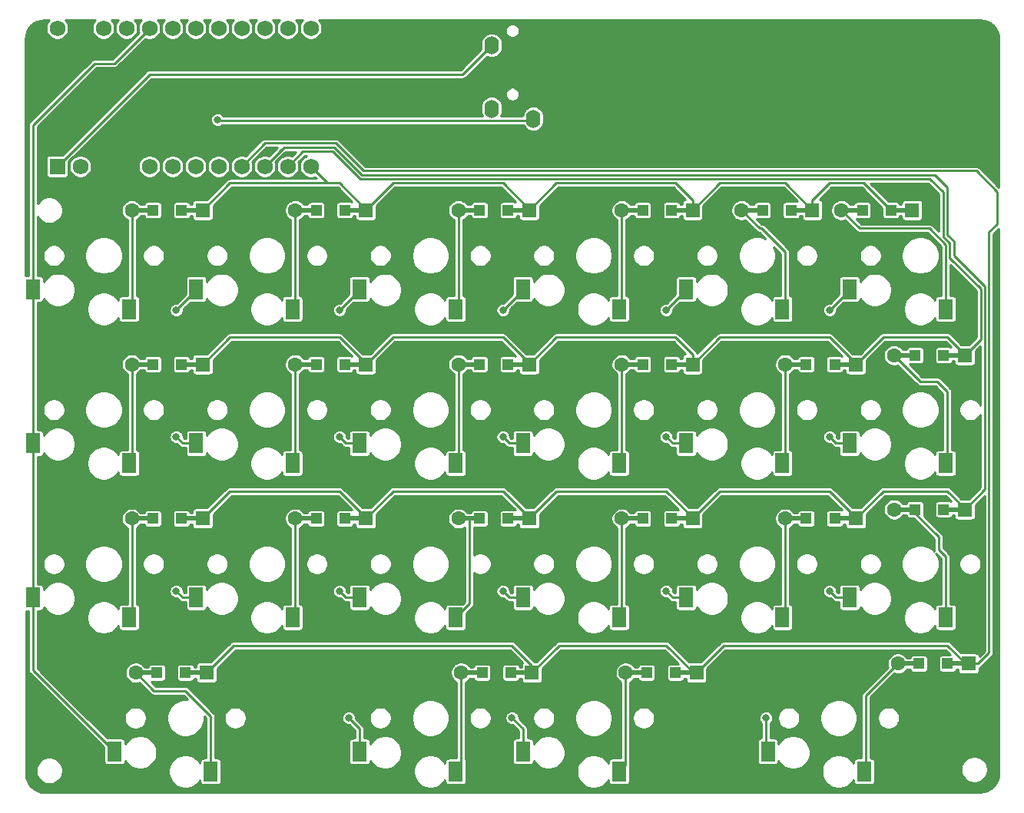
<source format=gbr>
G04 #@! TF.GenerationSoftware,KiCad,Pcbnew,5.1.10-88a1d61d58~88~ubuntu18.04.1*
G04 #@! TF.CreationDate,2021-10-06T13:15:52-05:00*
G04 #@! TF.ProjectId,keyboard,6b657962-6f61-4726-942e-6b696361645f,rev?*
G04 #@! TF.SameCoordinates,Original*
G04 #@! TF.FileFunction,Copper,L2,Bot*
G04 #@! TF.FilePolarity,Positive*
%FSLAX46Y46*%
G04 Gerber Fmt 4.6, Leading zero omitted, Abs format (unit mm)*
G04 Created by KiCad (PCBNEW 5.1.10-88a1d61d58~88~ubuntu18.04.1) date 2021-10-06 13:15:52*
%MOMM*%
%LPD*%
G01*
G04 APERTURE LIST*
G04 #@! TA.AperFunction,SMDPad,CuDef*
%ADD10R,1.600000X2.200000*%
G04 #@! TD*
G04 #@! TA.AperFunction,ComponentPad*
%ADD11O,1.600000X2.000000*%
G04 #@! TD*
G04 #@! TA.AperFunction,ComponentPad*
%ADD12C,1.752600*%
G04 #@! TD*
G04 #@! TA.AperFunction,ComponentPad*
%ADD13R,1.752600X1.752600*%
G04 #@! TD*
G04 #@! TA.AperFunction,SMDPad,CuDef*
%ADD14R,2.500000X0.500000*%
G04 #@! TD*
G04 #@! TA.AperFunction,ComponentPad*
%ADD15C,1.600000*%
G04 #@! TD*
G04 #@! TA.AperFunction,ComponentPad*
%ADD16R,1.600000X1.600000*%
G04 #@! TD*
G04 #@! TA.AperFunction,SMDPad,CuDef*
%ADD17R,1.200000X1.200000*%
G04 #@! TD*
G04 #@! TA.AperFunction,ViaPad*
%ADD18C,0.800000*%
G04 #@! TD*
G04 #@! TA.AperFunction,Conductor*
%ADD19C,0.250000*%
G04 #@! TD*
G04 #@! TA.AperFunction,Conductor*
%ADD20C,0.254000*%
G04 #@! TD*
G04 #@! TA.AperFunction,Conductor*
%ADD21C,0.100000*%
G04 #@! TD*
G04 APERTURE END LIST*
D10*
X94800000Y-77900000D03*
X84200000Y-75700000D03*
X22800000Y-77900000D03*
X12200000Y-75700000D03*
D11*
X53750000Y-800000D03*
X53750000Y2200000D03*
X53750000Y-4800000D03*
X58350000Y-5900000D03*
D12*
X5880000Y4070000D03*
X33820000Y-11170000D03*
X8420000Y4070000D03*
X10960000Y4070000D03*
X13500000Y4070000D03*
X16040000Y4070000D03*
X18580000Y4070000D03*
X21120000Y4070000D03*
X23660000Y4070000D03*
X26200000Y4070000D03*
X28740000Y4070000D03*
X31280000Y4070000D03*
X33820000Y4070000D03*
X31280000Y-11170000D03*
X28740000Y-11170000D03*
X26200000Y-11170000D03*
X23660000Y-11170000D03*
X21120000Y-11170000D03*
X18580000Y-11170000D03*
X16040000Y-11170000D03*
X13500000Y-11170000D03*
X10960000Y-11170000D03*
X8420000Y-11170000D03*
D13*
X5880000Y-11170000D03*
D10*
X67800000Y-77900000D03*
X57200000Y-75700000D03*
X31800000Y-60900000D03*
X21200000Y-58700000D03*
X49800000Y-60900000D03*
X39200000Y-58700000D03*
X67800000Y-60900000D03*
X57200000Y-58700000D03*
X85800000Y-60900000D03*
X75200000Y-58700000D03*
X103800000Y-60900000D03*
X93200000Y-58700000D03*
X13800000Y-60900000D03*
X3200000Y-58700000D03*
X67800000Y-43900000D03*
X57200000Y-41700000D03*
X85800000Y-43900000D03*
X75200000Y-41700000D03*
X31800000Y-43900000D03*
X21200000Y-41700000D03*
X103800000Y-43900000D03*
X93200000Y-41700000D03*
X13800000Y-43900000D03*
X3200000Y-41700000D03*
X49800000Y-43900000D03*
X39200000Y-41700000D03*
X49800000Y-26900000D03*
X39200000Y-24700000D03*
X67800000Y-26900000D03*
X57200000Y-24700000D03*
X85800000Y-26900000D03*
X75200000Y-24700000D03*
X103800000Y-26900000D03*
X93200000Y-24700000D03*
X13800000Y-26900000D03*
X3200000Y-24700000D03*
X31800000Y-26900000D03*
X21200000Y-24700000D03*
X49800000Y-77900000D03*
X39200000Y-75700000D03*
D14*
X15300000Y-16000000D03*
X20700000Y-16000000D03*
D15*
X14100000Y-16000000D03*
D16*
X21900000Y-16000000D03*
D17*
X19575000Y-16000000D03*
X16425000Y-16000000D03*
D14*
X99725000Y-66000000D03*
X105125000Y-66000000D03*
D15*
X98525000Y-66000000D03*
D16*
X106325000Y-66000000D03*
D17*
X104000000Y-66000000D03*
X100850000Y-66000000D03*
D14*
X69725000Y-67000000D03*
X75125000Y-67000000D03*
D15*
X68525000Y-67000000D03*
D16*
X76325000Y-67000000D03*
D17*
X74000000Y-67000000D03*
X70850000Y-67000000D03*
D14*
X51600000Y-67000000D03*
X57000000Y-67000000D03*
D15*
X50400000Y-67000000D03*
D16*
X58200000Y-67000000D03*
D17*
X55875000Y-67000000D03*
X52725000Y-67000000D03*
D14*
X15725000Y-67000000D03*
X21125000Y-67000000D03*
D15*
X14525000Y-67000000D03*
D16*
X22325000Y-67000000D03*
D17*
X20000000Y-67000000D03*
X16850000Y-67000000D03*
D14*
X99300000Y-49000000D03*
X104700000Y-49000000D03*
D15*
X98100000Y-49000000D03*
D16*
X105900000Y-49000000D03*
D17*
X103575000Y-49000000D03*
X100425000Y-49000000D03*
D14*
X87300000Y-50000000D03*
X92700000Y-50000000D03*
D15*
X86100000Y-50000000D03*
D16*
X93900000Y-50000000D03*
D17*
X91575000Y-50000000D03*
X88425000Y-50000000D03*
D14*
X69300000Y-50000000D03*
X74700000Y-50000000D03*
D15*
X68100000Y-50000000D03*
D16*
X75900000Y-50000000D03*
D17*
X73575000Y-50000000D03*
X70425000Y-50000000D03*
D14*
X51300000Y-50000000D03*
X56700000Y-50000000D03*
D15*
X50100000Y-50000000D03*
D16*
X57900000Y-50000000D03*
D17*
X55575000Y-50000000D03*
X52425000Y-50000000D03*
D14*
X33300000Y-50000000D03*
X38700000Y-50000000D03*
D15*
X32100000Y-50000000D03*
D16*
X39900000Y-50000000D03*
D17*
X37575000Y-50000000D03*
X34425000Y-50000000D03*
D14*
X15300000Y-50000000D03*
X20700000Y-50000000D03*
D15*
X14100000Y-50000000D03*
D16*
X21900000Y-50000000D03*
D17*
X19575000Y-50000000D03*
X16425000Y-50000000D03*
D14*
X99300000Y-32000000D03*
X104700000Y-32000000D03*
D15*
X98100000Y-32000000D03*
D16*
X105900000Y-32000000D03*
D17*
X103575000Y-32000000D03*
X100425000Y-32000000D03*
D14*
X87300000Y-33000000D03*
X92700000Y-33000000D03*
D15*
X86100000Y-33000000D03*
D16*
X93900000Y-33000000D03*
D17*
X91575000Y-33000000D03*
X88425000Y-33000000D03*
D14*
X69300000Y-33000000D03*
X74700000Y-33000000D03*
D15*
X68100000Y-33000000D03*
D16*
X75900000Y-33000000D03*
D17*
X73575000Y-33000000D03*
X70425000Y-33000000D03*
D14*
X51300000Y-33000000D03*
X56700000Y-33000000D03*
D15*
X50100000Y-33000000D03*
D16*
X57900000Y-33000000D03*
D17*
X55575000Y-33000000D03*
X52425000Y-33000000D03*
D14*
X33300000Y-33000000D03*
X38700000Y-33000000D03*
D15*
X32100000Y-33000000D03*
D16*
X39900000Y-33000000D03*
D17*
X37575000Y-33000000D03*
X34425000Y-33000000D03*
D14*
X15300000Y-33000000D03*
X20700000Y-33000000D03*
D15*
X14100000Y-33000000D03*
D16*
X21900000Y-33000000D03*
D17*
X19575000Y-33000000D03*
X16425000Y-33000000D03*
D14*
X93500000Y-16000000D03*
X98900000Y-16000000D03*
D15*
X92300000Y-16000000D03*
D16*
X100100000Y-16000000D03*
D17*
X97775000Y-16000000D03*
X94625000Y-16000000D03*
D14*
X82500000Y-16000000D03*
X87900000Y-16000000D03*
D15*
X81300000Y-16000000D03*
D16*
X89100000Y-16000000D03*
D17*
X86775000Y-16000000D03*
X83625000Y-16000000D03*
D14*
X69300000Y-16000000D03*
X74700000Y-16000000D03*
D15*
X68100000Y-16000000D03*
D16*
X75900000Y-16000000D03*
D17*
X73575000Y-16000000D03*
X70425000Y-16000000D03*
D14*
X51300000Y-16000000D03*
X56700000Y-16000000D03*
D15*
X50100000Y-16000000D03*
D16*
X57900000Y-16000000D03*
D17*
X55575000Y-16000000D03*
X52425000Y-16000000D03*
D14*
X33300000Y-16000000D03*
X38700000Y-16000000D03*
D15*
X32100000Y-16000000D03*
D16*
X39900000Y-16000000D03*
D17*
X37575000Y-16000000D03*
X34425000Y-16000000D03*
D18*
X23550000Y-6000000D03*
X38000000Y-72000000D03*
X37000000Y-27000000D03*
X37000000Y-41000000D03*
X37000000Y-58000000D03*
X19000000Y-27000000D03*
X19000000Y-41000000D03*
X19000000Y-58000000D03*
X91000000Y-27000000D03*
X91000000Y-41000000D03*
X91000000Y-58000000D03*
X84000000Y-72000000D03*
X73000000Y-27000000D03*
X73000000Y-41000000D03*
X73000000Y-58000000D03*
X56000000Y-72000000D03*
X55000000Y-27000000D03*
X55000000Y-41000000D03*
X55000000Y-58000000D03*
D19*
X23675010Y-6125010D02*
X23550000Y-6000000D01*
X58350000Y-5900000D02*
X58124990Y-6125010D01*
X58124990Y-6125010D02*
X23675010Y-6125010D01*
X78900000Y-13000000D02*
X75900000Y-16000000D01*
X75900000Y-16000000D02*
X75900000Y-14900000D01*
X75900000Y-14900000D02*
X74000000Y-13000000D01*
X60900000Y-13000000D02*
X57900000Y-16000000D01*
X74000000Y-13000000D02*
X60900000Y-13000000D01*
X57900000Y-16000000D02*
X57900000Y-15900000D01*
X57900000Y-15900000D02*
X55000000Y-13000000D01*
X42900000Y-13000000D02*
X39900000Y-16000000D01*
X55000000Y-13000000D02*
X42900000Y-13000000D01*
X39900000Y-16000000D02*
X39900000Y-15900000D01*
X39900000Y-15900000D02*
X37000000Y-13000000D01*
X24900000Y-13000000D02*
X21900000Y-16000000D01*
X37000000Y-13000000D02*
X36700000Y-13000000D01*
X35650000Y-13000000D02*
X33820000Y-11170000D01*
X36000000Y-13000000D02*
X35650000Y-13000000D01*
X36000000Y-13000000D02*
X24900000Y-13000000D01*
X37000000Y-13000000D02*
X36000000Y-13000000D01*
X86100000Y-13000000D02*
X89100000Y-16000000D01*
X84000000Y-13000000D02*
X86100000Y-13000000D01*
X84000000Y-13000000D02*
X78900000Y-13000000D01*
X89100000Y-16000000D02*
X89100000Y-14900000D01*
X89100000Y-14900000D02*
X91000000Y-13000000D01*
X94775000Y-13000000D02*
X97775000Y-16000000D01*
X94500000Y-13000000D02*
X94775000Y-13000000D01*
X91000000Y-13000000D02*
X94500000Y-13000000D01*
X96900000Y-30000000D02*
X93900000Y-33000000D01*
X104000000Y-30000000D02*
X96900000Y-30000000D01*
X105900000Y-32000000D02*
X105900000Y-31900000D01*
X105900000Y-31900000D02*
X104000000Y-30000000D01*
X93900000Y-33000000D02*
X93900000Y-32900000D01*
X93900000Y-32900000D02*
X91000000Y-30000000D01*
X78900000Y-30000000D02*
X75900000Y-33000000D01*
X91000000Y-30000000D02*
X78900000Y-30000000D01*
X75900000Y-33000000D02*
X75900000Y-31900000D01*
X75900000Y-31900000D02*
X74000000Y-30000000D01*
X60900000Y-30000000D02*
X57900000Y-33000000D01*
X74000000Y-30000000D02*
X60900000Y-30000000D01*
X57900000Y-33000000D02*
X57900000Y-32900000D01*
X57900000Y-32900000D02*
X55000000Y-30000000D01*
X42900000Y-30000000D02*
X39900000Y-33000000D01*
X55000000Y-30000000D02*
X42900000Y-30000000D01*
X39900000Y-33000000D02*
X39900000Y-32900000D01*
X39900000Y-32900000D02*
X37000000Y-30000000D01*
X24900000Y-30000000D02*
X21900000Y-33000000D01*
X37000000Y-30000000D02*
X24900000Y-30000000D01*
X36200000Y-9500000D02*
X32950000Y-9500000D01*
X39249990Y-12549990D02*
X36200000Y-9500000D01*
X102049990Y-12549990D02*
X39249990Y-12549990D01*
X103500000Y-14000000D02*
X102049990Y-12549990D01*
X32950000Y-9500000D02*
X31280000Y-11170000D01*
X107675001Y-30224999D02*
X107675001Y-24675001D01*
X104250010Y-21250010D02*
X104250009Y-19613599D01*
X105900000Y-32000000D02*
X107675001Y-30224999D01*
X107675001Y-24675001D02*
X104250010Y-21250010D01*
X103500000Y-18863590D02*
X103500000Y-14000000D01*
X104250009Y-19613599D02*
X103500000Y-18863590D01*
X96900000Y-47000000D02*
X93900000Y-50000000D01*
X104000000Y-47000000D02*
X96900000Y-47000000D01*
X105900000Y-49000000D02*
X105900000Y-48900000D01*
X105900000Y-48900000D02*
X104000000Y-47000000D01*
X93900000Y-50000000D02*
X93900000Y-49900000D01*
X93900000Y-49900000D02*
X91000000Y-47000000D01*
X78900000Y-47000000D02*
X75900000Y-50000000D01*
X91000000Y-47000000D02*
X78900000Y-47000000D01*
X75900000Y-50000000D02*
X75900000Y-49900000D01*
X75900000Y-49900000D02*
X73000000Y-47000000D01*
X60900000Y-47000000D02*
X57900000Y-50000000D01*
X73000000Y-47000000D02*
X60900000Y-47000000D01*
X57900000Y-50000000D02*
X57900000Y-49900000D01*
X57900000Y-49900000D02*
X55000000Y-47000000D01*
X42900000Y-47000000D02*
X39900000Y-50000000D01*
X55000000Y-47000000D02*
X42900000Y-47000000D01*
X39900000Y-50000000D02*
X39900000Y-49900000D01*
X39900000Y-49900000D02*
X37000000Y-47000000D01*
X24900000Y-47000000D02*
X21900000Y-50000000D01*
X37000000Y-47000000D02*
X24900000Y-47000000D01*
X30550010Y-9359990D02*
X28740000Y-11170000D01*
X30860010Y-9049990D02*
X28740000Y-11170000D01*
X36386400Y-9049990D02*
X30860010Y-9049990D01*
X39436390Y-12099980D02*
X36386400Y-9049990D01*
X102599980Y-12099980D02*
X39436390Y-12099980D01*
X104700018Y-19427198D02*
X104000000Y-18727180D01*
X105900000Y-49000000D02*
X108125011Y-46774989D01*
X104000000Y-13500000D02*
X102599980Y-12099980D01*
X108125010Y-24364012D02*
X104760998Y-21000000D01*
X104000000Y-18727180D02*
X104000000Y-13500000D01*
X108125011Y-46774989D02*
X108125010Y-24364012D01*
X104760998Y-21000000D02*
X104760998Y-20760998D01*
X104700018Y-20700018D02*
X104700018Y-19427198D01*
X104760998Y-20760998D02*
X104700018Y-20700018D01*
X76325000Y-67000000D02*
X76000000Y-67000000D01*
X76000000Y-67000000D02*
X73000000Y-64000000D01*
X61200000Y-64000000D02*
X58200000Y-67000000D01*
X73000000Y-64000000D02*
X61200000Y-64000000D01*
X106325000Y-66000000D02*
X106325000Y-65975000D01*
X106000000Y-66000000D02*
X106325000Y-66000000D01*
X104000000Y-64000000D02*
X106000000Y-66000000D01*
X79325000Y-64000000D02*
X104000000Y-64000000D01*
X76325000Y-67000000D02*
X79325000Y-64000000D01*
X58200000Y-66200000D02*
X58200000Y-67000000D01*
X25325000Y-64000000D02*
X56000000Y-64000000D01*
X56000000Y-64000000D02*
X58200000Y-66200000D01*
X22325000Y-67000000D02*
X25325000Y-64000000D01*
X107375000Y-66000000D02*
X106325000Y-66000000D01*
X108575019Y-64799979D02*
X107375000Y-66000000D01*
X108575019Y-18424981D02*
X108575019Y-64799979D01*
X109500000Y-17500000D02*
X108575019Y-18424981D01*
X26200000Y-11170000D02*
X28770020Y-8599980D01*
X39622790Y-11649970D02*
X107149970Y-11649970D01*
X28770020Y-8599980D02*
X36572801Y-8599981D01*
X107149970Y-11649970D02*
X109500000Y-14000000D01*
X109500000Y-14000000D02*
X109500000Y-17500000D01*
X36572801Y-8599981D02*
X39622790Y-11649970D01*
X39200000Y-75700000D02*
X39200000Y-73200000D01*
X39200000Y-73200000D02*
X38000000Y-72000000D01*
X39200000Y-24800000D02*
X39200000Y-24700000D01*
X37000000Y-27000000D02*
X39200000Y-24800000D01*
X39200000Y-41700000D02*
X37700000Y-41700000D01*
X37700000Y-41700000D02*
X37000000Y-41000000D01*
X39200000Y-58700000D02*
X37700000Y-58700000D01*
X37700000Y-58700000D02*
X37000000Y-58000000D01*
X21200000Y-24800000D02*
X21200000Y-24700000D01*
X19000000Y-27000000D02*
X21200000Y-24800000D01*
X19700000Y-41700000D02*
X19000000Y-41000000D01*
X21200000Y-41700000D02*
X19700000Y-41700000D01*
X21200000Y-58700000D02*
X19700000Y-58700000D01*
X19700000Y-58700000D02*
X19000000Y-58000000D01*
X3200000Y-24700000D02*
X3200000Y-41700000D01*
X3200000Y-41700000D02*
X3200000Y-58700000D01*
X3200000Y-15800000D02*
X3200000Y-13850000D01*
X3200000Y-15800000D02*
X3200000Y-15300000D01*
X3200000Y-6590998D02*
X9990998Y200000D01*
X3200000Y-16650000D02*
X3200000Y-15800000D01*
X3200000Y-16650000D02*
X3200000Y-6590998D01*
X3200000Y-24700000D02*
X3200000Y-16650000D01*
X12170000Y200000D02*
X16040000Y4070000D01*
X9990998Y200000D02*
X12170000Y200000D01*
X3200000Y-66700000D02*
X12200000Y-75700000D01*
X3200000Y-58700000D02*
X3200000Y-66700000D01*
X93200000Y-24800000D02*
X93200000Y-24700000D01*
X91000000Y-27000000D02*
X93200000Y-24800000D01*
X91700000Y-41700000D02*
X91000000Y-41000000D01*
X93200000Y-41700000D02*
X91700000Y-41700000D01*
X93200000Y-58700000D02*
X91700000Y-58700000D01*
X91700000Y-58700000D02*
X91000000Y-58000000D01*
X84000000Y-75500000D02*
X84200000Y-75700000D01*
X84000000Y-72000000D02*
X84000000Y-75500000D01*
X75200000Y-24800000D02*
X75200000Y-24700000D01*
X73000000Y-27000000D02*
X75200000Y-24800000D01*
X73700000Y-41700000D02*
X73000000Y-41000000D01*
X75200000Y-41700000D02*
X73700000Y-41700000D01*
X75200000Y-58700000D02*
X73700000Y-58700000D01*
X73700000Y-58700000D02*
X73000000Y-58000000D01*
X57200000Y-75700000D02*
X57200000Y-73200000D01*
X57200000Y-73200000D02*
X56000000Y-72000000D01*
X57200000Y-24800000D02*
X57200000Y-24700000D01*
X55000000Y-27000000D02*
X57200000Y-24800000D01*
X55700000Y-41700000D02*
X55000000Y-41000000D01*
X57200000Y-41700000D02*
X55700000Y-41700000D01*
X55700000Y-58700000D02*
X55000000Y-58000000D01*
X57200000Y-58700000D02*
X55700000Y-58700000D01*
X14100000Y-26600000D02*
X13800000Y-26900000D01*
X14100000Y-16000000D02*
X14100000Y-26600000D01*
X32100000Y-26600000D02*
X31800000Y-26900000D01*
X32100000Y-16000000D02*
X32100000Y-26600000D01*
X50100000Y-26600000D02*
X49800000Y-26900000D01*
X50100000Y-16000000D02*
X50100000Y-26600000D01*
X68100000Y-26600000D02*
X67800000Y-26900000D01*
X68100000Y-16000000D02*
X68100000Y-26600000D01*
X86100000Y-26600000D02*
X85800000Y-26900000D01*
X81300000Y-16000000D02*
X83300000Y-18000000D01*
X83300000Y-18000000D02*
X83500000Y-18000000D01*
X83500000Y-18000000D02*
X86100000Y-20600000D01*
X86100000Y-20600000D02*
X86100000Y-26600000D01*
X103800000Y-19800000D02*
X103800000Y-26900000D01*
X102000000Y-18000000D02*
X103800000Y-19800000D01*
X94300000Y-18000000D02*
X92300000Y-16000000D01*
X101000000Y-18000000D02*
X94300000Y-18000000D01*
X101000000Y-18000000D02*
X102000000Y-18000000D01*
X99000000Y-18000000D02*
X101000000Y-18000000D01*
X68100000Y-43600000D02*
X67800000Y-43900000D01*
X68100000Y-33000000D02*
X68100000Y-43600000D01*
X98100000Y-32000000D02*
X101000000Y-34900000D01*
X101000000Y-34900000D02*
X102900000Y-34900000D01*
X102900000Y-34900000D02*
X104000000Y-36000000D01*
X104000000Y-43700000D02*
X103800000Y-43900000D01*
X104000000Y-36000000D02*
X104000000Y-43700000D01*
X86100000Y-43600000D02*
X85800000Y-43900000D01*
X86100000Y-33000000D02*
X86100000Y-43600000D01*
X50100000Y-43600000D02*
X49800000Y-43900000D01*
X50100000Y-33000000D02*
X50100000Y-43600000D01*
X32100000Y-43600000D02*
X31800000Y-43900000D01*
X32100000Y-33000000D02*
X32100000Y-43600000D01*
X14100000Y-43600000D02*
X13800000Y-43900000D01*
X14100000Y-33000000D02*
X14100000Y-43600000D01*
X103800000Y-54200000D02*
X103800000Y-60900000D01*
X103025001Y-53425001D02*
X103800000Y-54200000D01*
X103025001Y-52025001D02*
X103025001Y-53425001D01*
X100000000Y-49000000D02*
X103025001Y-52025001D01*
X98100000Y-49000000D02*
X100000000Y-49000000D01*
X86100000Y-60600000D02*
X85800000Y-60900000D01*
X86100000Y-50000000D02*
X86100000Y-60600000D01*
X68100000Y-60600000D02*
X67800000Y-60900000D01*
X68100000Y-50000000D02*
X68100000Y-60600000D01*
X51300000Y-59400000D02*
X49800000Y-60900000D01*
X51300000Y-50000000D02*
X51300000Y-59400000D01*
X32100000Y-60600000D02*
X31800000Y-60900000D01*
X32100000Y-50000000D02*
X32100000Y-60600000D01*
X14100000Y-60600000D02*
X13800000Y-60900000D01*
X14100000Y-50000000D02*
X14100000Y-60600000D01*
X22800000Y-71802998D02*
X22800000Y-77900000D01*
X16525000Y-69000000D02*
X19997002Y-69000000D01*
X19997002Y-69000000D02*
X22800000Y-71802998D01*
X14525000Y-67000000D02*
X16525000Y-69000000D01*
X50400000Y-77300000D02*
X49800000Y-77900000D01*
X50400000Y-67000000D02*
X50400000Y-77300000D01*
X68525000Y-77175000D02*
X67800000Y-77900000D01*
X68525000Y-67000000D02*
X68525000Y-77175000D01*
X99725000Y-66000000D02*
X100000000Y-66000000D01*
X98525000Y-66000000D02*
X95000000Y-69525000D01*
X95000000Y-77700000D02*
X94800000Y-77900000D01*
X95000000Y-69525000D02*
X95000000Y-77700000D01*
X53750000Y2200000D02*
X50550000Y-1000000D01*
X16050000Y-1000000D02*
X5880000Y-11170000D01*
X50550000Y-1000000D02*
X16050000Y-1000000D01*
D20*
X17606498Y4868932D02*
X17469340Y4663660D01*
X17374864Y4435574D01*
X17326700Y4193439D01*
X17326700Y3946561D01*
X17374864Y3704426D01*
X17469340Y3476340D01*
X17606498Y3271068D01*
X17781068Y3096498D01*
X17986340Y2959340D01*
X18214426Y2864864D01*
X18456561Y2816700D01*
X18703439Y2816700D01*
X18945574Y2864864D01*
X19173660Y2959340D01*
X19378932Y3096498D01*
X19553502Y3271068D01*
X19690660Y3476340D01*
X19785136Y3704426D01*
X19833300Y3946561D01*
X19833300Y4193439D01*
X19785136Y4435574D01*
X19690660Y4663660D01*
X19553502Y4868932D01*
X19459434Y4963000D01*
X20240566Y4963000D01*
X20146498Y4868932D01*
X20009340Y4663660D01*
X19914864Y4435574D01*
X19866700Y4193439D01*
X19866700Y3946561D01*
X19914864Y3704426D01*
X20009340Y3476340D01*
X20146498Y3271068D01*
X20321068Y3096498D01*
X20526340Y2959340D01*
X20754426Y2864864D01*
X20996561Y2816700D01*
X21243439Y2816700D01*
X21485574Y2864864D01*
X21713660Y2959340D01*
X21918932Y3096498D01*
X22093502Y3271068D01*
X22230660Y3476340D01*
X22325136Y3704426D01*
X22373300Y3946561D01*
X22373300Y4193439D01*
X22325136Y4435574D01*
X22230660Y4663660D01*
X22093502Y4868932D01*
X21999434Y4963000D01*
X22780566Y4963000D01*
X22686498Y4868932D01*
X22549340Y4663660D01*
X22454864Y4435574D01*
X22406700Y4193439D01*
X22406700Y3946561D01*
X22454864Y3704426D01*
X22549340Y3476340D01*
X22686498Y3271068D01*
X22861068Y3096498D01*
X23066340Y2959340D01*
X23294426Y2864864D01*
X23536561Y2816700D01*
X23783439Y2816700D01*
X24025574Y2864864D01*
X24253660Y2959340D01*
X24458932Y3096498D01*
X24633502Y3271068D01*
X24770660Y3476340D01*
X24865136Y3704426D01*
X24913300Y3946561D01*
X24913300Y4193439D01*
X24865136Y4435574D01*
X24770660Y4663660D01*
X24633502Y4868932D01*
X24539434Y4963000D01*
X25320566Y4963000D01*
X25226498Y4868932D01*
X25089340Y4663660D01*
X24994864Y4435574D01*
X24946700Y4193439D01*
X24946700Y3946561D01*
X24994864Y3704426D01*
X25089340Y3476340D01*
X25226498Y3271068D01*
X25401068Y3096498D01*
X25606340Y2959340D01*
X25834426Y2864864D01*
X26076561Y2816700D01*
X26323439Y2816700D01*
X26565574Y2864864D01*
X26793660Y2959340D01*
X26998932Y3096498D01*
X27173502Y3271068D01*
X27310660Y3476340D01*
X27405136Y3704426D01*
X27453300Y3946561D01*
X27453300Y4193439D01*
X27405136Y4435574D01*
X27310660Y4663660D01*
X27173502Y4868932D01*
X27079434Y4963000D01*
X27860566Y4963000D01*
X27766498Y4868932D01*
X27629340Y4663660D01*
X27534864Y4435574D01*
X27486700Y4193439D01*
X27486700Y3946561D01*
X27534864Y3704426D01*
X27629340Y3476340D01*
X27766498Y3271068D01*
X27941068Y3096498D01*
X28146340Y2959340D01*
X28374426Y2864864D01*
X28616561Y2816700D01*
X28863439Y2816700D01*
X29105574Y2864864D01*
X29333660Y2959340D01*
X29538932Y3096498D01*
X29713502Y3271068D01*
X29850660Y3476340D01*
X29945136Y3704426D01*
X29993300Y3946561D01*
X29993300Y4193439D01*
X29945136Y4435574D01*
X29850660Y4663660D01*
X29713502Y4868932D01*
X29619434Y4963000D01*
X30400566Y4963000D01*
X30306498Y4868932D01*
X30169340Y4663660D01*
X30074864Y4435574D01*
X30026700Y4193439D01*
X30026700Y3946561D01*
X30074864Y3704426D01*
X30169340Y3476340D01*
X30306498Y3271068D01*
X30481068Y3096498D01*
X30686340Y2959340D01*
X30914426Y2864864D01*
X31156561Y2816700D01*
X31403439Y2816700D01*
X31645574Y2864864D01*
X31873660Y2959340D01*
X32078932Y3096498D01*
X32253502Y3271068D01*
X32390660Y3476340D01*
X32485136Y3704426D01*
X32533300Y3946561D01*
X32533300Y4193439D01*
X32485136Y4435574D01*
X32390660Y4663660D01*
X32253502Y4868932D01*
X32159434Y4963000D01*
X32940566Y4963000D01*
X32846498Y4868932D01*
X32709340Y4663660D01*
X32614864Y4435574D01*
X32566700Y4193439D01*
X32566700Y3946561D01*
X32614864Y3704426D01*
X32709340Y3476340D01*
X32846498Y3271068D01*
X33021068Y3096498D01*
X33226340Y2959340D01*
X33454426Y2864864D01*
X33696561Y2816700D01*
X33943439Y2816700D01*
X34185574Y2864864D01*
X34413660Y2959340D01*
X34618932Y3096498D01*
X34793502Y3271068D01*
X34930660Y3476340D01*
X35025136Y3704426D01*
X35059369Y3876528D01*
X55273000Y3876528D01*
X55273000Y3723472D01*
X55302859Y3573357D01*
X55361431Y3431952D01*
X55446464Y3304691D01*
X55554691Y3196464D01*
X55681952Y3111431D01*
X55823357Y3052859D01*
X55973472Y3023000D01*
X56126528Y3023000D01*
X56276643Y3052859D01*
X56418048Y3111431D01*
X56545309Y3196464D01*
X56653536Y3304691D01*
X56738569Y3431952D01*
X56797141Y3573357D01*
X56827000Y3723472D01*
X56827000Y3876528D01*
X56797141Y4026643D01*
X56738569Y4168048D01*
X56653536Y4295309D01*
X56545309Y4403536D01*
X56418048Y4488569D01*
X56276643Y4547141D01*
X56126528Y4577000D01*
X55973472Y4577000D01*
X55823357Y4547141D01*
X55681952Y4488569D01*
X55554691Y4403536D01*
X55446464Y4295309D01*
X55361431Y4168048D01*
X55302859Y4026643D01*
X55273000Y3876528D01*
X35059369Y3876528D01*
X35073300Y3946561D01*
X35073300Y4193439D01*
X35025136Y4435574D01*
X34930660Y4663660D01*
X34793502Y4868932D01*
X34699434Y4963000D01*
X107578631Y4963000D01*
X108000295Y4921656D01*
X108385349Y4805401D01*
X108740486Y4616572D01*
X109052182Y4362360D01*
X109308567Y4052443D01*
X109499871Y3698635D01*
X109618811Y3314401D01*
X109663000Y2893971D01*
X109663000Y-13453065D01*
X107522372Y-11312437D01*
X107506654Y-11293286D01*
X107430215Y-11230553D01*
X107343006Y-11183939D01*
X107248379Y-11155234D01*
X107174623Y-11147970D01*
X107174613Y-11147970D01*
X107149970Y-11145543D01*
X107125327Y-11147970D01*
X39830726Y-11147970D01*
X36945198Y-8262444D01*
X36929485Y-8243298D01*
X36910339Y-8227585D01*
X36910336Y-8227582D01*
X36853046Y-8180565D01*
X36765837Y-8133951D01*
X36671210Y-8105246D01*
X36572801Y-8095554D01*
X36548148Y-8097982D01*
X28794662Y-8097980D01*
X28770019Y-8095553D01*
X28745376Y-8097980D01*
X28745368Y-8097980D01*
X28671612Y-8105244D01*
X28576985Y-8133949D01*
X28576983Y-8133950D01*
X28489774Y-8180564D01*
X28432484Y-8227581D01*
X28432477Y-8227588D01*
X28413337Y-8243296D01*
X28397629Y-8262436D01*
X26657235Y-10002831D01*
X26565574Y-9964864D01*
X26323439Y-9916700D01*
X26076561Y-9916700D01*
X25834426Y-9964864D01*
X25606340Y-10059340D01*
X25401068Y-10196498D01*
X25226498Y-10371068D01*
X25089340Y-10576340D01*
X24994864Y-10804426D01*
X24946700Y-11046561D01*
X24946700Y-11293439D01*
X24994864Y-11535574D01*
X25089340Y-11763660D01*
X25226498Y-11968932D01*
X25401068Y-12143502D01*
X25606340Y-12280660D01*
X25834426Y-12375136D01*
X26076561Y-12423300D01*
X26323439Y-12423300D01*
X26565574Y-12375136D01*
X26793660Y-12280660D01*
X26998932Y-12143502D01*
X27173502Y-11968932D01*
X27310660Y-11763660D01*
X27405136Y-11535574D01*
X27453300Y-11293439D01*
X27453300Y-11046561D01*
X27405136Y-10804426D01*
X27367169Y-10712765D01*
X28977956Y-9101979D01*
X30098085Y-9101979D01*
X29197234Y-10002831D01*
X29105574Y-9964864D01*
X28863439Y-9916700D01*
X28616561Y-9916700D01*
X28374426Y-9964864D01*
X28146340Y-10059340D01*
X27941068Y-10196498D01*
X27766498Y-10371068D01*
X27629340Y-10576340D01*
X27534864Y-10804426D01*
X27486700Y-11046561D01*
X27486700Y-11293439D01*
X27534864Y-11535574D01*
X27629340Y-11763660D01*
X27766498Y-11968932D01*
X27941068Y-12143502D01*
X28146340Y-12280660D01*
X28374426Y-12375136D01*
X28616561Y-12423300D01*
X28863439Y-12423300D01*
X29105574Y-12375136D01*
X29333660Y-12280660D01*
X29538932Y-12143502D01*
X29713502Y-11968932D01*
X29850660Y-11763660D01*
X29945136Y-11535574D01*
X29993300Y-11293439D01*
X29993300Y-11046561D01*
X29945136Y-10804426D01*
X29907169Y-10712766D01*
X30922410Y-9697526D01*
X30922415Y-9697520D01*
X31067945Y-9551990D01*
X32188074Y-9551990D01*
X31737234Y-10002831D01*
X31645574Y-9964864D01*
X31403439Y-9916700D01*
X31156561Y-9916700D01*
X30914426Y-9964864D01*
X30686340Y-10059340D01*
X30481068Y-10196498D01*
X30306498Y-10371068D01*
X30169340Y-10576340D01*
X30074864Y-10804426D01*
X30026700Y-11046561D01*
X30026700Y-11293439D01*
X30074864Y-11535574D01*
X30169340Y-11763660D01*
X30306498Y-11968932D01*
X30481068Y-12143502D01*
X30686340Y-12280660D01*
X30914426Y-12375136D01*
X31156561Y-12423300D01*
X31403439Y-12423300D01*
X31645574Y-12375136D01*
X31873660Y-12280660D01*
X32078932Y-12143502D01*
X32253502Y-11968932D01*
X32390660Y-11763660D01*
X32485136Y-11535574D01*
X32533300Y-11293439D01*
X32533300Y-11046561D01*
X32485136Y-10804426D01*
X32447169Y-10712766D01*
X33157936Y-10002000D01*
X33364771Y-10002000D01*
X33226340Y-10059340D01*
X33021068Y-10196498D01*
X32846498Y-10371068D01*
X32709340Y-10576340D01*
X32614864Y-10804426D01*
X32566700Y-11046561D01*
X32566700Y-11293439D01*
X32614864Y-11535574D01*
X32709340Y-11763660D01*
X32846498Y-11968932D01*
X33021068Y-12143502D01*
X33226340Y-12280660D01*
X33454426Y-12375136D01*
X33696561Y-12423300D01*
X33943439Y-12423300D01*
X34185574Y-12375136D01*
X34277234Y-12337169D01*
X34438065Y-12498000D01*
X24924643Y-12498000D01*
X24900000Y-12495573D01*
X24875357Y-12498000D01*
X24875347Y-12498000D01*
X24801591Y-12505264D01*
X24706964Y-12533969D01*
X24676993Y-12549989D01*
X24619754Y-12580583D01*
X24562464Y-12627600D01*
X24562456Y-12627608D01*
X24543316Y-12643316D01*
X24527607Y-12662457D01*
X22368889Y-14821176D01*
X21100000Y-14821176D01*
X21026095Y-14828455D01*
X20955030Y-14850012D01*
X20889537Y-14885019D01*
X20832131Y-14932131D01*
X20785019Y-14989537D01*
X20750012Y-15055030D01*
X20728455Y-15126095D01*
X20721176Y-15200000D01*
X20721176Y-15371176D01*
X20550985Y-15371176D01*
X20546545Y-15326095D01*
X20524988Y-15255030D01*
X20489981Y-15189537D01*
X20442869Y-15132131D01*
X20385463Y-15085019D01*
X20319970Y-15050012D01*
X20248905Y-15028455D01*
X20175000Y-15021176D01*
X18975000Y-15021176D01*
X18901095Y-15028455D01*
X18830030Y-15050012D01*
X18764537Y-15085019D01*
X18707131Y-15132131D01*
X18660019Y-15189537D01*
X18625012Y-15255030D01*
X18603455Y-15326095D01*
X18596176Y-15400000D01*
X18596176Y-16600000D01*
X18603455Y-16673905D01*
X18625012Y-16744970D01*
X18660019Y-16810463D01*
X18707131Y-16867869D01*
X18764537Y-16914981D01*
X18830030Y-16949988D01*
X18901095Y-16971545D01*
X18975000Y-16978824D01*
X20175000Y-16978824D01*
X20248905Y-16971545D01*
X20319970Y-16949988D01*
X20385463Y-16914981D01*
X20442869Y-16867869D01*
X20489981Y-16810463D01*
X20524988Y-16744970D01*
X20546545Y-16673905D01*
X20550985Y-16628824D01*
X20721176Y-16628824D01*
X20721176Y-16800000D01*
X20728455Y-16873905D01*
X20750012Y-16944970D01*
X20785019Y-17010463D01*
X20832131Y-17067869D01*
X20889537Y-17114981D01*
X20955030Y-17149988D01*
X21026095Y-17171545D01*
X21100000Y-17178824D01*
X22700000Y-17178824D01*
X22773905Y-17171545D01*
X22844970Y-17149988D01*
X22910463Y-17114981D01*
X22967869Y-17067869D01*
X23014981Y-17010463D01*
X23049988Y-16944970D01*
X23071545Y-16873905D01*
X23078824Y-16800000D01*
X23078824Y-15531111D01*
X25107936Y-13502000D01*
X35625357Y-13502000D01*
X35650000Y-13504427D01*
X35674643Y-13502000D01*
X36792066Y-13502000D01*
X38363167Y-15073101D01*
X38319970Y-15050012D01*
X38248905Y-15028455D01*
X38175000Y-15021176D01*
X36975000Y-15021176D01*
X36901095Y-15028455D01*
X36830030Y-15050012D01*
X36764537Y-15085019D01*
X36707131Y-15132131D01*
X36660019Y-15189537D01*
X36625012Y-15255030D01*
X36603455Y-15326095D01*
X36596176Y-15400000D01*
X36596176Y-16600000D01*
X36603455Y-16673905D01*
X36625012Y-16744970D01*
X36660019Y-16810463D01*
X36707131Y-16867869D01*
X36764537Y-16914981D01*
X36830030Y-16949988D01*
X36901095Y-16971545D01*
X36975000Y-16978824D01*
X38175000Y-16978824D01*
X38248905Y-16971545D01*
X38319970Y-16949988D01*
X38385463Y-16914981D01*
X38442869Y-16867869D01*
X38489981Y-16810463D01*
X38524988Y-16744970D01*
X38546545Y-16673905D01*
X38550985Y-16628824D01*
X38721176Y-16628824D01*
X38721176Y-16800000D01*
X38728455Y-16873905D01*
X38750012Y-16944970D01*
X38785019Y-17010463D01*
X38832131Y-17067869D01*
X38889537Y-17114981D01*
X38955030Y-17149988D01*
X39026095Y-17171545D01*
X39100000Y-17178824D01*
X40700000Y-17178824D01*
X40773905Y-17171545D01*
X40844970Y-17149988D01*
X40910463Y-17114981D01*
X40967869Y-17067869D01*
X41014981Y-17010463D01*
X41049988Y-16944970D01*
X41071545Y-16873905D01*
X41078824Y-16800000D01*
X41078824Y-15531111D01*
X43107936Y-13502000D01*
X54792066Y-13502000D01*
X56363167Y-15073101D01*
X56319970Y-15050012D01*
X56248905Y-15028455D01*
X56175000Y-15021176D01*
X54975000Y-15021176D01*
X54901095Y-15028455D01*
X54830030Y-15050012D01*
X54764537Y-15085019D01*
X54707131Y-15132131D01*
X54660019Y-15189537D01*
X54625012Y-15255030D01*
X54603455Y-15326095D01*
X54596176Y-15400000D01*
X54596176Y-16600000D01*
X54603455Y-16673905D01*
X54625012Y-16744970D01*
X54660019Y-16810463D01*
X54707131Y-16867869D01*
X54764537Y-16914981D01*
X54830030Y-16949988D01*
X54901095Y-16971545D01*
X54975000Y-16978824D01*
X56175000Y-16978824D01*
X56248905Y-16971545D01*
X56319970Y-16949988D01*
X56385463Y-16914981D01*
X56442869Y-16867869D01*
X56489981Y-16810463D01*
X56524988Y-16744970D01*
X56546545Y-16673905D01*
X56550985Y-16628824D01*
X56721176Y-16628824D01*
X56721176Y-16800000D01*
X56728455Y-16873905D01*
X56750012Y-16944970D01*
X56785019Y-17010463D01*
X56832131Y-17067869D01*
X56889537Y-17114981D01*
X56955030Y-17149988D01*
X57026095Y-17171545D01*
X57100000Y-17178824D01*
X58700000Y-17178824D01*
X58773905Y-17171545D01*
X58844970Y-17149988D01*
X58910463Y-17114981D01*
X58967869Y-17067869D01*
X59014981Y-17010463D01*
X59049988Y-16944970D01*
X59071545Y-16873905D01*
X59078824Y-16800000D01*
X59078824Y-15531111D01*
X61107936Y-13502000D01*
X73792066Y-13502000D01*
X75111240Y-14821176D01*
X75100000Y-14821176D01*
X75026095Y-14828455D01*
X74955030Y-14850012D01*
X74889537Y-14885019D01*
X74832131Y-14932131D01*
X74785019Y-14989537D01*
X74750012Y-15055030D01*
X74728455Y-15126095D01*
X74721176Y-15200000D01*
X74721176Y-15371176D01*
X74550985Y-15371176D01*
X74546545Y-15326095D01*
X74524988Y-15255030D01*
X74489981Y-15189537D01*
X74442869Y-15132131D01*
X74385463Y-15085019D01*
X74319970Y-15050012D01*
X74248905Y-15028455D01*
X74175000Y-15021176D01*
X72975000Y-15021176D01*
X72901095Y-15028455D01*
X72830030Y-15050012D01*
X72764537Y-15085019D01*
X72707131Y-15132131D01*
X72660019Y-15189537D01*
X72625012Y-15255030D01*
X72603455Y-15326095D01*
X72596176Y-15400000D01*
X72596176Y-16600000D01*
X72603455Y-16673905D01*
X72625012Y-16744970D01*
X72660019Y-16810463D01*
X72707131Y-16867869D01*
X72764537Y-16914981D01*
X72830030Y-16949988D01*
X72901095Y-16971545D01*
X72975000Y-16978824D01*
X74175000Y-16978824D01*
X74248905Y-16971545D01*
X74319970Y-16949988D01*
X74385463Y-16914981D01*
X74442869Y-16867869D01*
X74489981Y-16810463D01*
X74524988Y-16744970D01*
X74546545Y-16673905D01*
X74550985Y-16628824D01*
X74721176Y-16628824D01*
X74721176Y-16800000D01*
X74728455Y-16873905D01*
X74750012Y-16944970D01*
X74785019Y-17010463D01*
X74832131Y-17067869D01*
X74889537Y-17114981D01*
X74955030Y-17149988D01*
X75026095Y-17171545D01*
X75100000Y-17178824D01*
X76700000Y-17178824D01*
X76773905Y-17171545D01*
X76844970Y-17149988D01*
X76910463Y-17114981D01*
X76967869Y-17067869D01*
X77014981Y-17010463D01*
X77049988Y-16944970D01*
X77071545Y-16873905D01*
X77078824Y-16800000D01*
X77078824Y-15884076D01*
X80123000Y-15884076D01*
X80123000Y-16115924D01*
X80168231Y-16343318D01*
X80256956Y-16557519D01*
X80385764Y-16750294D01*
X80549706Y-16914236D01*
X80742481Y-17043044D01*
X80956682Y-17131769D01*
X81184076Y-17177000D01*
X81415924Y-17177000D01*
X81643318Y-17131769D01*
X81698838Y-17108772D01*
X82927603Y-18337538D01*
X82943316Y-18356684D01*
X83019755Y-18419417D01*
X83106964Y-18466031D01*
X83201591Y-18494736D01*
X83275347Y-18502000D01*
X83275356Y-18502000D01*
X83293891Y-18503825D01*
X83925143Y-19135078D01*
X83605839Y-19002818D01*
X83204567Y-18923000D01*
X82795433Y-18923000D01*
X82394161Y-19002818D01*
X82016171Y-19159386D01*
X81675989Y-19386689D01*
X81386689Y-19675989D01*
X81159386Y-20016171D01*
X81002818Y-20394161D01*
X80923000Y-20795433D01*
X80923000Y-21204567D01*
X81002818Y-21605839D01*
X81159386Y-21983829D01*
X81386689Y-22324011D01*
X81675989Y-22613311D01*
X82016171Y-22840614D01*
X82394161Y-22997182D01*
X82795433Y-23077000D01*
X83204567Y-23077000D01*
X83605839Y-22997182D01*
X83983829Y-22840614D01*
X84324011Y-22613311D01*
X84613311Y-22324011D01*
X84840614Y-21983829D01*
X84997182Y-21605839D01*
X85077000Y-21204567D01*
X85077000Y-20795433D01*
X84997182Y-20394161D01*
X84864923Y-20074857D01*
X85598000Y-20807935D01*
X85598001Y-25421176D01*
X85000000Y-25421176D01*
X84926095Y-25428455D01*
X84855030Y-25450012D01*
X84789537Y-25485019D01*
X84732131Y-25532131D01*
X84685019Y-25589537D01*
X84650012Y-25655030D01*
X84628455Y-25726095D01*
X84621176Y-25800000D01*
X84621176Y-25947750D01*
X84457961Y-25703482D01*
X84196518Y-25442039D01*
X83889093Y-25236624D01*
X83547501Y-25095132D01*
X83184868Y-25023000D01*
X82815132Y-25023000D01*
X82452499Y-25095132D01*
X82110907Y-25236624D01*
X81803482Y-25442039D01*
X81542039Y-25703482D01*
X81336624Y-26010907D01*
X81195132Y-26352499D01*
X81123000Y-26715132D01*
X81123000Y-27084868D01*
X81195132Y-27447501D01*
X81336624Y-27789093D01*
X81542039Y-28096518D01*
X81803482Y-28357961D01*
X82110907Y-28563376D01*
X82452499Y-28704868D01*
X82815132Y-28777000D01*
X83184868Y-28777000D01*
X83547501Y-28704868D01*
X83889093Y-28563376D01*
X84196518Y-28357961D01*
X84457961Y-28096518D01*
X84621176Y-27852250D01*
X84621176Y-28000000D01*
X84628455Y-28073905D01*
X84650012Y-28144970D01*
X84685019Y-28210463D01*
X84732131Y-28267869D01*
X84789537Y-28314981D01*
X84855030Y-28349988D01*
X84926095Y-28371545D01*
X85000000Y-28378824D01*
X86600000Y-28378824D01*
X86673905Y-28371545D01*
X86744970Y-28349988D01*
X86810463Y-28314981D01*
X86867869Y-28267869D01*
X86914981Y-28210463D01*
X86949988Y-28144970D01*
X86971545Y-28073905D01*
X86978824Y-28000000D01*
X86978824Y-26923472D01*
X90223000Y-26923472D01*
X90223000Y-27076528D01*
X90252859Y-27226643D01*
X90311431Y-27368048D01*
X90396464Y-27495309D01*
X90504691Y-27603536D01*
X90631952Y-27688569D01*
X90773357Y-27747141D01*
X90923472Y-27777000D01*
X91076528Y-27777000D01*
X91226643Y-27747141D01*
X91368048Y-27688569D01*
X91495309Y-27603536D01*
X91603536Y-27495309D01*
X91688569Y-27368048D01*
X91747141Y-27226643D01*
X91777000Y-27076528D01*
X91777000Y-26932934D01*
X92531111Y-26178824D01*
X94000000Y-26178824D01*
X94073905Y-26171545D01*
X94144970Y-26149988D01*
X94210463Y-26114981D01*
X94267869Y-26067869D01*
X94314981Y-26010463D01*
X94349988Y-25944970D01*
X94371545Y-25873905D01*
X94378824Y-25800000D01*
X94378824Y-25752250D01*
X94542039Y-25996518D01*
X94803482Y-26257961D01*
X95110907Y-26463376D01*
X95452499Y-26604868D01*
X95815132Y-26677000D01*
X96184868Y-26677000D01*
X96547501Y-26604868D01*
X96889093Y-26463376D01*
X97196518Y-26257961D01*
X97457961Y-25996518D01*
X97663376Y-25689093D01*
X97804868Y-25347501D01*
X97877000Y-24984868D01*
X97877000Y-24615132D01*
X97804868Y-24252499D01*
X97663376Y-23910907D01*
X97457961Y-23603482D01*
X97196518Y-23342039D01*
X96889093Y-23136624D01*
X96547501Y-22995132D01*
X96184868Y-22923000D01*
X95815132Y-22923000D01*
X95452499Y-22995132D01*
X95110907Y-23136624D01*
X94803482Y-23342039D01*
X94542039Y-23603482D01*
X94378824Y-23847750D01*
X94378824Y-23600000D01*
X94371545Y-23526095D01*
X94349988Y-23455030D01*
X94314981Y-23389537D01*
X94267869Y-23332131D01*
X94210463Y-23285019D01*
X94144970Y-23250012D01*
X94073905Y-23228455D01*
X94000000Y-23221176D01*
X92400000Y-23221176D01*
X92326095Y-23228455D01*
X92255030Y-23250012D01*
X92189537Y-23285019D01*
X92132131Y-23332131D01*
X92085019Y-23389537D01*
X92050012Y-23455030D01*
X92028455Y-23526095D01*
X92021176Y-23600000D01*
X92021176Y-25268889D01*
X91067066Y-26223000D01*
X90923472Y-26223000D01*
X90773357Y-26252859D01*
X90631952Y-26311431D01*
X90504691Y-26396464D01*
X90396464Y-26504691D01*
X90311431Y-26631952D01*
X90252859Y-26773357D01*
X90223000Y-26923472D01*
X86978824Y-26923472D01*
X86978824Y-25800000D01*
X86971545Y-25726095D01*
X86949988Y-25655030D01*
X86914981Y-25589537D01*
X86867869Y-25532131D01*
X86810463Y-25485019D01*
X86744970Y-25450012D01*
X86673905Y-25428455D01*
X86602000Y-25421373D01*
X86602000Y-20879151D01*
X87273000Y-20879151D01*
X87273000Y-21120849D01*
X87320153Y-21357903D01*
X87412647Y-21581202D01*
X87546927Y-21782167D01*
X87717833Y-21953073D01*
X87918798Y-22087353D01*
X88142097Y-22179847D01*
X88379151Y-22227000D01*
X88620849Y-22227000D01*
X88857903Y-22179847D01*
X89081202Y-22087353D01*
X89282167Y-21953073D01*
X89453073Y-21782167D01*
X89587353Y-21581202D01*
X89679847Y-21357903D01*
X89727000Y-21120849D01*
X89727000Y-20879151D01*
X94273000Y-20879151D01*
X94273000Y-21120849D01*
X94320153Y-21357903D01*
X94412647Y-21581202D01*
X94546927Y-21782167D01*
X94717833Y-21953073D01*
X94918798Y-22087353D01*
X95142097Y-22179847D01*
X95379151Y-22227000D01*
X95620849Y-22227000D01*
X95857903Y-22179847D01*
X96081202Y-22087353D01*
X96282167Y-21953073D01*
X96453073Y-21782167D01*
X96587353Y-21581202D01*
X96679847Y-21357903D01*
X96727000Y-21120849D01*
X96727000Y-20879151D01*
X96710348Y-20795433D01*
X98923000Y-20795433D01*
X98923000Y-21204567D01*
X99002818Y-21605839D01*
X99159386Y-21983829D01*
X99386689Y-22324011D01*
X99675989Y-22613311D01*
X100016171Y-22840614D01*
X100394161Y-22997182D01*
X100795433Y-23077000D01*
X101204567Y-23077000D01*
X101605839Y-22997182D01*
X101983829Y-22840614D01*
X102324011Y-22613311D01*
X102613311Y-22324011D01*
X102840614Y-21983829D01*
X102997182Y-21605839D01*
X103077000Y-21204567D01*
X103077000Y-20795433D01*
X102997182Y-20394161D01*
X102840614Y-20016171D01*
X102613311Y-19675989D01*
X102324011Y-19386689D01*
X101983829Y-19159386D01*
X101605839Y-19002818D01*
X101204567Y-18923000D01*
X100795433Y-18923000D01*
X100394161Y-19002818D01*
X100016171Y-19159386D01*
X99675989Y-19386689D01*
X99386689Y-19675989D01*
X99159386Y-20016171D01*
X99002818Y-20394161D01*
X98923000Y-20795433D01*
X96710348Y-20795433D01*
X96679847Y-20642097D01*
X96587353Y-20418798D01*
X96453073Y-20217833D01*
X96282167Y-20046927D01*
X96081202Y-19912647D01*
X95857903Y-19820153D01*
X95620849Y-19773000D01*
X95379151Y-19773000D01*
X95142097Y-19820153D01*
X94918798Y-19912647D01*
X94717833Y-20046927D01*
X94546927Y-20217833D01*
X94412647Y-20418798D01*
X94320153Y-20642097D01*
X94273000Y-20879151D01*
X89727000Y-20879151D01*
X89679847Y-20642097D01*
X89587353Y-20418798D01*
X89453073Y-20217833D01*
X89282167Y-20046927D01*
X89081202Y-19912647D01*
X88857903Y-19820153D01*
X88620849Y-19773000D01*
X88379151Y-19773000D01*
X88142097Y-19820153D01*
X87918798Y-19912647D01*
X87717833Y-20046927D01*
X87546927Y-20217833D01*
X87412647Y-20418798D01*
X87320153Y-20642097D01*
X87273000Y-20879151D01*
X86602000Y-20879151D01*
X86602000Y-20624642D01*
X86604427Y-20599999D01*
X86602000Y-20575356D01*
X86602000Y-20575347D01*
X86594736Y-20501591D01*
X86566031Y-20406964D01*
X86519417Y-20319755D01*
X86498883Y-20294735D01*
X86472399Y-20262464D01*
X86472397Y-20262462D01*
X86456684Y-20243316D01*
X86437538Y-20227603D01*
X83872402Y-17662468D01*
X83856684Y-17643316D01*
X83780245Y-17580583D01*
X83693036Y-17533969D01*
X83598409Y-17505264D01*
X83524653Y-17498000D01*
X83524643Y-17498000D01*
X83506110Y-17496175D01*
X82984799Y-16974865D01*
X83025000Y-16978824D01*
X84225000Y-16978824D01*
X84298905Y-16971545D01*
X84369970Y-16949988D01*
X84435463Y-16914981D01*
X84492869Y-16867869D01*
X84539981Y-16810463D01*
X84574988Y-16744970D01*
X84596545Y-16673905D01*
X84603824Y-16600000D01*
X84603824Y-15400000D01*
X84596545Y-15326095D01*
X84574988Y-15255030D01*
X84539981Y-15189537D01*
X84492869Y-15132131D01*
X84435463Y-15085019D01*
X84369970Y-15050012D01*
X84298905Y-15028455D01*
X84225000Y-15021176D01*
X83025000Y-15021176D01*
X82951095Y-15028455D01*
X82880030Y-15050012D01*
X82814537Y-15085019D01*
X82757131Y-15132131D01*
X82710019Y-15189537D01*
X82675012Y-15255030D01*
X82653455Y-15326095D01*
X82649015Y-15371176D01*
X82295400Y-15371176D01*
X82214236Y-15249706D01*
X82050294Y-15085764D01*
X81857519Y-14956956D01*
X81643318Y-14868231D01*
X81415924Y-14823000D01*
X81184076Y-14823000D01*
X80956682Y-14868231D01*
X80742481Y-14956956D01*
X80549706Y-15085764D01*
X80385764Y-15249706D01*
X80256956Y-15442481D01*
X80168231Y-15656682D01*
X80123000Y-15884076D01*
X77078824Y-15884076D01*
X77078824Y-15531111D01*
X79107936Y-13502000D01*
X85892066Y-13502000D01*
X87415200Y-15025135D01*
X87375000Y-15021176D01*
X86175000Y-15021176D01*
X86101095Y-15028455D01*
X86030030Y-15050012D01*
X85964537Y-15085019D01*
X85907131Y-15132131D01*
X85860019Y-15189537D01*
X85825012Y-15255030D01*
X85803455Y-15326095D01*
X85796176Y-15400000D01*
X85796176Y-16600000D01*
X85803455Y-16673905D01*
X85825012Y-16744970D01*
X85860019Y-16810463D01*
X85907131Y-16867869D01*
X85964537Y-16914981D01*
X86030030Y-16949988D01*
X86101095Y-16971545D01*
X86175000Y-16978824D01*
X87375000Y-16978824D01*
X87448905Y-16971545D01*
X87519970Y-16949988D01*
X87585463Y-16914981D01*
X87642869Y-16867869D01*
X87689981Y-16810463D01*
X87724988Y-16744970D01*
X87746545Y-16673905D01*
X87750985Y-16628824D01*
X87921176Y-16628824D01*
X87921176Y-16800000D01*
X87928455Y-16873905D01*
X87950012Y-16944970D01*
X87985019Y-17010463D01*
X88032131Y-17067869D01*
X88089537Y-17114981D01*
X88155030Y-17149988D01*
X88226095Y-17171545D01*
X88300000Y-17178824D01*
X89900000Y-17178824D01*
X89973905Y-17171545D01*
X90044970Y-17149988D01*
X90110463Y-17114981D01*
X90167869Y-17067869D01*
X90214981Y-17010463D01*
X90249988Y-16944970D01*
X90271545Y-16873905D01*
X90278824Y-16800000D01*
X90278824Y-15200000D01*
X90271545Y-15126095D01*
X90249988Y-15055030D01*
X90214981Y-14989537D01*
X90167869Y-14932131D01*
X90110463Y-14885019D01*
X90044970Y-14850012D01*
X89973905Y-14828455D01*
X89900000Y-14821176D01*
X89888758Y-14821176D01*
X91207936Y-13502000D01*
X94567066Y-13502000D01*
X96796176Y-15731112D01*
X96796176Y-16600000D01*
X96803455Y-16673905D01*
X96825012Y-16744970D01*
X96860019Y-16810463D01*
X96907131Y-16867869D01*
X96964537Y-16914981D01*
X97030030Y-16949988D01*
X97101095Y-16971545D01*
X97175000Y-16978824D01*
X98375000Y-16978824D01*
X98448905Y-16971545D01*
X98519970Y-16949988D01*
X98585463Y-16914981D01*
X98642869Y-16867869D01*
X98689981Y-16810463D01*
X98724988Y-16744970D01*
X98746545Y-16673905D01*
X98750985Y-16628824D01*
X98921176Y-16628824D01*
X98921176Y-16800000D01*
X98928455Y-16873905D01*
X98950012Y-16944970D01*
X98985019Y-17010463D01*
X99032131Y-17067869D01*
X99089537Y-17114981D01*
X99155030Y-17149988D01*
X99226095Y-17171545D01*
X99300000Y-17178824D01*
X100900000Y-17178824D01*
X100973905Y-17171545D01*
X101044970Y-17149988D01*
X101110463Y-17114981D01*
X101167869Y-17067869D01*
X101214981Y-17010463D01*
X101249988Y-16944970D01*
X101271545Y-16873905D01*
X101278824Y-16800000D01*
X101278824Y-15200000D01*
X101271545Y-15126095D01*
X101249988Y-15055030D01*
X101214981Y-14989537D01*
X101167869Y-14932131D01*
X101110463Y-14885019D01*
X101044970Y-14850012D01*
X100973905Y-14828455D01*
X100900000Y-14821176D01*
X99300000Y-14821176D01*
X99226095Y-14828455D01*
X99155030Y-14850012D01*
X99089537Y-14885019D01*
X99032131Y-14932131D01*
X98985019Y-14989537D01*
X98950012Y-15055030D01*
X98928455Y-15126095D01*
X98921176Y-15200000D01*
X98921176Y-15371176D01*
X98750985Y-15371176D01*
X98746545Y-15326095D01*
X98724988Y-15255030D01*
X98689981Y-15189537D01*
X98642869Y-15132131D01*
X98585463Y-15085019D01*
X98519970Y-15050012D01*
X98448905Y-15028455D01*
X98375000Y-15021176D01*
X97506112Y-15021176D01*
X95536924Y-13051990D01*
X101842056Y-13051990D01*
X102998001Y-14207937D01*
X102998000Y-18288066D01*
X102372401Y-17662467D01*
X102356684Y-17643316D01*
X102280245Y-17580583D01*
X102193036Y-17533969D01*
X102098409Y-17505264D01*
X102024653Y-17498000D01*
X102024643Y-17498000D01*
X102000000Y-17495573D01*
X101975357Y-17498000D01*
X94507935Y-17498000D01*
X93984799Y-16974865D01*
X94025000Y-16978824D01*
X95225000Y-16978824D01*
X95298905Y-16971545D01*
X95369970Y-16949988D01*
X95435463Y-16914981D01*
X95492869Y-16867869D01*
X95539981Y-16810463D01*
X95574988Y-16744970D01*
X95596545Y-16673905D01*
X95603824Y-16600000D01*
X95603824Y-15400000D01*
X95596545Y-15326095D01*
X95574988Y-15255030D01*
X95539981Y-15189537D01*
X95492869Y-15132131D01*
X95435463Y-15085019D01*
X95369970Y-15050012D01*
X95298905Y-15028455D01*
X95225000Y-15021176D01*
X94025000Y-15021176D01*
X93951095Y-15028455D01*
X93880030Y-15050012D01*
X93814537Y-15085019D01*
X93757131Y-15132131D01*
X93710019Y-15189537D01*
X93675012Y-15255030D01*
X93653455Y-15326095D01*
X93649015Y-15371176D01*
X93295400Y-15371176D01*
X93214236Y-15249706D01*
X93050294Y-15085764D01*
X92857519Y-14956956D01*
X92643318Y-14868231D01*
X92415924Y-14823000D01*
X92184076Y-14823000D01*
X91956682Y-14868231D01*
X91742481Y-14956956D01*
X91549706Y-15085764D01*
X91385764Y-15249706D01*
X91256956Y-15442481D01*
X91168231Y-15656682D01*
X91123000Y-15884076D01*
X91123000Y-16115924D01*
X91168231Y-16343318D01*
X91256956Y-16557519D01*
X91385764Y-16750294D01*
X91549706Y-16914236D01*
X91742481Y-17043044D01*
X91956682Y-17131769D01*
X92184076Y-17177000D01*
X92415924Y-17177000D01*
X92643318Y-17131769D01*
X92698838Y-17108772D01*
X93927603Y-18337538D01*
X93943316Y-18356684D01*
X94019755Y-18419417D01*
X94106964Y-18466031D01*
X94201591Y-18494736D01*
X94275347Y-18502000D01*
X94275356Y-18502000D01*
X94299999Y-18504427D01*
X94324642Y-18502000D01*
X101792066Y-18502000D01*
X103298000Y-20007935D01*
X103298001Y-25421176D01*
X103000000Y-25421176D01*
X102926095Y-25428455D01*
X102855030Y-25450012D01*
X102789537Y-25485019D01*
X102732131Y-25532131D01*
X102685019Y-25589537D01*
X102650012Y-25655030D01*
X102628455Y-25726095D01*
X102621176Y-25800000D01*
X102621176Y-25947750D01*
X102457961Y-25703482D01*
X102196518Y-25442039D01*
X101889093Y-25236624D01*
X101547501Y-25095132D01*
X101184868Y-25023000D01*
X100815132Y-25023000D01*
X100452499Y-25095132D01*
X100110907Y-25236624D01*
X99803482Y-25442039D01*
X99542039Y-25703482D01*
X99336624Y-26010907D01*
X99195132Y-26352499D01*
X99123000Y-26715132D01*
X99123000Y-27084868D01*
X99195132Y-27447501D01*
X99336624Y-27789093D01*
X99542039Y-28096518D01*
X99803482Y-28357961D01*
X100110907Y-28563376D01*
X100452499Y-28704868D01*
X100815132Y-28777000D01*
X101184868Y-28777000D01*
X101547501Y-28704868D01*
X101889093Y-28563376D01*
X102196518Y-28357961D01*
X102457961Y-28096518D01*
X102621176Y-27852250D01*
X102621176Y-28000000D01*
X102628455Y-28073905D01*
X102650012Y-28144970D01*
X102685019Y-28210463D01*
X102732131Y-28267869D01*
X102789537Y-28314981D01*
X102855030Y-28349988D01*
X102926095Y-28371545D01*
X103000000Y-28378824D01*
X104600000Y-28378824D01*
X104673905Y-28371545D01*
X104744970Y-28349988D01*
X104810463Y-28314981D01*
X104867869Y-28267869D01*
X104914981Y-28210463D01*
X104949988Y-28144970D01*
X104971545Y-28073905D01*
X104978824Y-28000000D01*
X104978824Y-25800000D01*
X104971545Y-25726095D01*
X104949988Y-25655030D01*
X104914981Y-25589537D01*
X104867869Y-25532131D01*
X104810463Y-25485019D01*
X104744970Y-25450012D01*
X104673905Y-25428455D01*
X104600000Y-25421176D01*
X104302000Y-25421176D01*
X104302000Y-22011934D01*
X107173002Y-24882938D01*
X107173001Y-30017064D01*
X106368890Y-30821176D01*
X105531111Y-30821176D01*
X104372401Y-29662467D01*
X104356684Y-29643316D01*
X104280245Y-29580583D01*
X104193036Y-29533969D01*
X104098409Y-29505264D01*
X104024653Y-29498000D01*
X104024643Y-29498000D01*
X104000000Y-29495573D01*
X103975357Y-29498000D01*
X96924643Y-29498000D01*
X96900000Y-29495573D01*
X96875357Y-29498000D01*
X96875347Y-29498000D01*
X96801591Y-29505264D01*
X96706964Y-29533969D01*
X96666368Y-29555668D01*
X96619754Y-29580583D01*
X96562464Y-29627600D01*
X96562456Y-29627608D01*
X96543316Y-29643316D01*
X96527607Y-29662457D01*
X94368889Y-31821176D01*
X93531111Y-31821176D01*
X91372402Y-29662468D01*
X91356684Y-29643316D01*
X91280245Y-29580583D01*
X91193036Y-29533969D01*
X91098409Y-29505264D01*
X91024653Y-29498000D01*
X91024643Y-29498000D01*
X91000000Y-29495573D01*
X90975357Y-29498000D01*
X78924643Y-29498000D01*
X78900000Y-29495573D01*
X78875357Y-29498000D01*
X78875347Y-29498000D01*
X78801591Y-29505264D01*
X78706964Y-29533969D01*
X78666368Y-29555668D01*
X78619754Y-29580583D01*
X78562464Y-29627600D01*
X78562456Y-29627608D01*
X78543316Y-29643316D01*
X78527607Y-29662457D01*
X76393279Y-31796787D01*
X76366031Y-31706964D01*
X76323611Y-31627601D01*
X76319417Y-31619754D01*
X76272400Y-31562464D01*
X76272392Y-31562456D01*
X76256684Y-31543316D01*
X76237543Y-31527607D01*
X74372401Y-29662467D01*
X74356684Y-29643316D01*
X74280245Y-29580583D01*
X74193036Y-29533969D01*
X74098409Y-29505264D01*
X74024653Y-29498000D01*
X74024643Y-29498000D01*
X74000000Y-29495573D01*
X73975357Y-29498000D01*
X60924643Y-29498000D01*
X60900000Y-29495573D01*
X60875357Y-29498000D01*
X60875347Y-29498000D01*
X60801591Y-29505264D01*
X60706964Y-29533969D01*
X60666368Y-29555668D01*
X60619754Y-29580583D01*
X60562464Y-29627600D01*
X60562456Y-29627608D01*
X60543316Y-29643316D01*
X60527607Y-29662457D01*
X58368889Y-31821176D01*
X57531111Y-31821176D01*
X55372402Y-29662468D01*
X55356684Y-29643316D01*
X55280245Y-29580583D01*
X55193036Y-29533969D01*
X55098409Y-29505264D01*
X55024653Y-29498000D01*
X55024643Y-29498000D01*
X55000000Y-29495573D01*
X54975357Y-29498000D01*
X42924643Y-29498000D01*
X42900000Y-29495573D01*
X42875357Y-29498000D01*
X42875347Y-29498000D01*
X42801591Y-29505264D01*
X42706964Y-29533969D01*
X42666368Y-29555668D01*
X42619754Y-29580583D01*
X42562464Y-29627600D01*
X42562456Y-29627608D01*
X42543316Y-29643316D01*
X42527607Y-29662457D01*
X40368889Y-31821176D01*
X39531111Y-31821176D01*
X37372402Y-29662468D01*
X37356684Y-29643316D01*
X37280245Y-29580583D01*
X37193036Y-29533969D01*
X37098409Y-29505264D01*
X37024653Y-29498000D01*
X37024643Y-29498000D01*
X37000000Y-29495573D01*
X36975357Y-29498000D01*
X24924643Y-29498000D01*
X24900000Y-29495573D01*
X24875357Y-29498000D01*
X24875347Y-29498000D01*
X24801591Y-29505264D01*
X24706964Y-29533969D01*
X24666368Y-29555668D01*
X24619754Y-29580583D01*
X24562464Y-29627600D01*
X24562456Y-29627608D01*
X24543316Y-29643316D01*
X24527607Y-29662457D01*
X22368889Y-31821176D01*
X21100000Y-31821176D01*
X21026095Y-31828455D01*
X20955030Y-31850012D01*
X20889537Y-31885019D01*
X20832131Y-31932131D01*
X20785019Y-31989537D01*
X20750012Y-32055030D01*
X20728455Y-32126095D01*
X20721176Y-32200000D01*
X20721176Y-32371176D01*
X20550985Y-32371176D01*
X20546545Y-32326095D01*
X20524988Y-32255030D01*
X20489981Y-32189537D01*
X20442869Y-32132131D01*
X20385463Y-32085019D01*
X20319970Y-32050012D01*
X20248905Y-32028455D01*
X20175000Y-32021176D01*
X18975000Y-32021176D01*
X18901095Y-32028455D01*
X18830030Y-32050012D01*
X18764537Y-32085019D01*
X18707131Y-32132131D01*
X18660019Y-32189537D01*
X18625012Y-32255030D01*
X18603455Y-32326095D01*
X18596176Y-32400000D01*
X18596176Y-33600000D01*
X18603455Y-33673905D01*
X18625012Y-33744970D01*
X18660019Y-33810463D01*
X18707131Y-33867869D01*
X18764537Y-33914981D01*
X18830030Y-33949988D01*
X18901095Y-33971545D01*
X18975000Y-33978824D01*
X20175000Y-33978824D01*
X20248905Y-33971545D01*
X20319970Y-33949988D01*
X20385463Y-33914981D01*
X20442869Y-33867869D01*
X20489981Y-33810463D01*
X20524988Y-33744970D01*
X20546545Y-33673905D01*
X20550985Y-33628824D01*
X20721176Y-33628824D01*
X20721176Y-33800000D01*
X20728455Y-33873905D01*
X20750012Y-33944970D01*
X20785019Y-34010463D01*
X20832131Y-34067869D01*
X20889537Y-34114981D01*
X20955030Y-34149988D01*
X21026095Y-34171545D01*
X21100000Y-34178824D01*
X22700000Y-34178824D01*
X22773905Y-34171545D01*
X22844970Y-34149988D01*
X22910463Y-34114981D01*
X22967869Y-34067869D01*
X23014981Y-34010463D01*
X23049988Y-33944970D01*
X23071545Y-33873905D01*
X23078824Y-33800000D01*
X23078824Y-32531111D01*
X25107936Y-30502000D01*
X36792066Y-30502000D01*
X38363167Y-32073101D01*
X38319970Y-32050012D01*
X38248905Y-32028455D01*
X38175000Y-32021176D01*
X36975000Y-32021176D01*
X36901095Y-32028455D01*
X36830030Y-32050012D01*
X36764537Y-32085019D01*
X36707131Y-32132131D01*
X36660019Y-32189537D01*
X36625012Y-32255030D01*
X36603455Y-32326095D01*
X36596176Y-32400000D01*
X36596176Y-33600000D01*
X36603455Y-33673905D01*
X36625012Y-33744970D01*
X36660019Y-33810463D01*
X36707131Y-33867869D01*
X36764537Y-33914981D01*
X36830030Y-33949988D01*
X36901095Y-33971545D01*
X36975000Y-33978824D01*
X38175000Y-33978824D01*
X38248905Y-33971545D01*
X38319970Y-33949988D01*
X38385463Y-33914981D01*
X38442869Y-33867869D01*
X38489981Y-33810463D01*
X38524988Y-33744970D01*
X38546545Y-33673905D01*
X38550985Y-33628824D01*
X38721176Y-33628824D01*
X38721176Y-33800000D01*
X38728455Y-33873905D01*
X38750012Y-33944970D01*
X38785019Y-34010463D01*
X38832131Y-34067869D01*
X38889537Y-34114981D01*
X38955030Y-34149988D01*
X39026095Y-34171545D01*
X39100000Y-34178824D01*
X40700000Y-34178824D01*
X40773905Y-34171545D01*
X40844970Y-34149988D01*
X40910463Y-34114981D01*
X40967869Y-34067869D01*
X41014981Y-34010463D01*
X41049988Y-33944970D01*
X41071545Y-33873905D01*
X41078824Y-33800000D01*
X41078824Y-32531111D01*
X43107936Y-30502000D01*
X54792066Y-30502000D01*
X56363167Y-32073101D01*
X56319970Y-32050012D01*
X56248905Y-32028455D01*
X56175000Y-32021176D01*
X54975000Y-32021176D01*
X54901095Y-32028455D01*
X54830030Y-32050012D01*
X54764537Y-32085019D01*
X54707131Y-32132131D01*
X54660019Y-32189537D01*
X54625012Y-32255030D01*
X54603455Y-32326095D01*
X54596176Y-32400000D01*
X54596176Y-33600000D01*
X54603455Y-33673905D01*
X54625012Y-33744970D01*
X54660019Y-33810463D01*
X54707131Y-33867869D01*
X54764537Y-33914981D01*
X54830030Y-33949988D01*
X54901095Y-33971545D01*
X54975000Y-33978824D01*
X56175000Y-33978824D01*
X56248905Y-33971545D01*
X56319970Y-33949988D01*
X56385463Y-33914981D01*
X56442869Y-33867869D01*
X56489981Y-33810463D01*
X56524988Y-33744970D01*
X56546545Y-33673905D01*
X56550985Y-33628824D01*
X56721176Y-33628824D01*
X56721176Y-33800000D01*
X56728455Y-33873905D01*
X56750012Y-33944970D01*
X56785019Y-34010463D01*
X56832131Y-34067869D01*
X56889537Y-34114981D01*
X56955030Y-34149988D01*
X57026095Y-34171545D01*
X57100000Y-34178824D01*
X58700000Y-34178824D01*
X58773905Y-34171545D01*
X58844970Y-34149988D01*
X58910463Y-34114981D01*
X58967869Y-34067869D01*
X59014981Y-34010463D01*
X59049988Y-33944970D01*
X59071545Y-33873905D01*
X59078824Y-33800000D01*
X59078824Y-32531111D01*
X61107936Y-30502000D01*
X73792066Y-30502000D01*
X75111240Y-31821176D01*
X75100000Y-31821176D01*
X75026095Y-31828455D01*
X74955030Y-31850012D01*
X74889537Y-31885019D01*
X74832131Y-31932131D01*
X74785019Y-31989537D01*
X74750012Y-32055030D01*
X74728455Y-32126095D01*
X74721176Y-32200000D01*
X74721176Y-32371176D01*
X74550985Y-32371176D01*
X74546545Y-32326095D01*
X74524988Y-32255030D01*
X74489981Y-32189537D01*
X74442869Y-32132131D01*
X74385463Y-32085019D01*
X74319970Y-32050012D01*
X74248905Y-32028455D01*
X74175000Y-32021176D01*
X72975000Y-32021176D01*
X72901095Y-32028455D01*
X72830030Y-32050012D01*
X72764537Y-32085019D01*
X72707131Y-32132131D01*
X72660019Y-32189537D01*
X72625012Y-32255030D01*
X72603455Y-32326095D01*
X72596176Y-32400000D01*
X72596176Y-33600000D01*
X72603455Y-33673905D01*
X72625012Y-33744970D01*
X72660019Y-33810463D01*
X72707131Y-33867869D01*
X72764537Y-33914981D01*
X72830030Y-33949988D01*
X72901095Y-33971545D01*
X72975000Y-33978824D01*
X74175000Y-33978824D01*
X74248905Y-33971545D01*
X74319970Y-33949988D01*
X74385463Y-33914981D01*
X74442869Y-33867869D01*
X74489981Y-33810463D01*
X74524988Y-33744970D01*
X74546545Y-33673905D01*
X74550985Y-33628824D01*
X74721176Y-33628824D01*
X74721176Y-33800000D01*
X74728455Y-33873905D01*
X74750012Y-33944970D01*
X74785019Y-34010463D01*
X74832131Y-34067869D01*
X74889537Y-34114981D01*
X74955030Y-34149988D01*
X75026095Y-34171545D01*
X75100000Y-34178824D01*
X76700000Y-34178824D01*
X76773905Y-34171545D01*
X76844970Y-34149988D01*
X76910463Y-34114981D01*
X76967869Y-34067869D01*
X77014981Y-34010463D01*
X77049988Y-33944970D01*
X77071545Y-33873905D01*
X77078824Y-33800000D01*
X77078824Y-32531111D01*
X79107936Y-30502000D01*
X90792066Y-30502000D01*
X92363167Y-32073101D01*
X92319970Y-32050012D01*
X92248905Y-32028455D01*
X92175000Y-32021176D01*
X90975000Y-32021176D01*
X90901095Y-32028455D01*
X90830030Y-32050012D01*
X90764537Y-32085019D01*
X90707131Y-32132131D01*
X90660019Y-32189537D01*
X90625012Y-32255030D01*
X90603455Y-32326095D01*
X90596176Y-32400000D01*
X90596176Y-33600000D01*
X90603455Y-33673905D01*
X90625012Y-33744970D01*
X90660019Y-33810463D01*
X90707131Y-33867869D01*
X90764537Y-33914981D01*
X90830030Y-33949988D01*
X90901095Y-33971545D01*
X90975000Y-33978824D01*
X92175000Y-33978824D01*
X92248905Y-33971545D01*
X92319970Y-33949988D01*
X92385463Y-33914981D01*
X92442869Y-33867869D01*
X92489981Y-33810463D01*
X92524988Y-33744970D01*
X92546545Y-33673905D01*
X92550985Y-33628824D01*
X92721176Y-33628824D01*
X92721176Y-33800000D01*
X92728455Y-33873905D01*
X92750012Y-33944970D01*
X92785019Y-34010463D01*
X92832131Y-34067869D01*
X92889537Y-34114981D01*
X92955030Y-34149988D01*
X93026095Y-34171545D01*
X93100000Y-34178824D01*
X94700000Y-34178824D01*
X94773905Y-34171545D01*
X94844970Y-34149988D01*
X94910463Y-34114981D01*
X94967869Y-34067869D01*
X95014981Y-34010463D01*
X95049988Y-33944970D01*
X95071545Y-33873905D01*
X95078824Y-33800000D01*
X95078824Y-32531111D01*
X95725859Y-31884076D01*
X96923000Y-31884076D01*
X96923000Y-32115924D01*
X96968231Y-32343318D01*
X97056956Y-32557519D01*
X97185764Y-32750294D01*
X97349706Y-32914236D01*
X97542481Y-33043044D01*
X97756682Y-33131769D01*
X97984076Y-33177000D01*
X98215924Y-33177000D01*
X98443318Y-33131769D01*
X98498838Y-33108772D01*
X100627603Y-35237538D01*
X100643316Y-35256684D01*
X100719755Y-35319417D01*
X100806964Y-35366031D01*
X100901591Y-35394736D01*
X100975347Y-35402000D01*
X100975356Y-35402000D01*
X100999999Y-35404427D01*
X101024642Y-35402000D01*
X102692066Y-35402000D01*
X103498000Y-36207935D01*
X103498001Y-42421176D01*
X103000000Y-42421176D01*
X102926095Y-42428455D01*
X102855030Y-42450012D01*
X102789537Y-42485019D01*
X102732131Y-42532131D01*
X102685019Y-42589537D01*
X102650012Y-42655030D01*
X102628455Y-42726095D01*
X102621176Y-42800000D01*
X102621176Y-42947750D01*
X102457961Y-42703482D01*
X102196518Y-42442039D01*
X101889093Y-42236624D01*
X101547501Y-42095132D01*
X101184868Y-42023000D01*
X100815132Y-42023000D01*
X100452499Y-42095132D01*
X100110907Y-42236624D01*
X99803482Y-42442039D01*
X99542039Y-42703482D01*
X99336624Y-43010907D01*
X99195132Y-43352499D01*
X99123000Y-43715132D01*
X99123000Y-44084868D01*
X99195132Y-44447501D01*
X99336624Y-44789093D01*
X99542039Y-45096518D01*
X99803482Y-45357961D01*
X100110907Y-45563376D01*
X100452499Y-45704868D01*
X100815132Y-45777000D01*
X101184868Y-45777000D01*
X101547501Y-45704868D01*
X101889093Y-45563376D01*
X102196518Y-45357961D01*
X102457961Y-45096518D01*
X102621176Y-44852250D01*
X102621176Y-45000000D01*
X102628455Y-45073905D01*
X102650012Y-45144970D01*
X102685019Y-45210463D01*
X102732131Y-45267869D01*
X102789537Y-45314981D01*
X102855030Y-45349988D01*
X102926095Y-45371545D01*
X103000000Y-45378824D01*
X104600000Y-45378824D01*
X104673905Y-45371545D01*
X104744970Y-45349988D01*
X104810463Y-45314981D01*
X104867869Y-45267869D01*
X104914981Y-45210463D01*
X104949988Y-45144970D01*
X104971545Y-45073905D01*
X104978824Y-45000000D01*
X104978824Y-42800000D01*
X104971545Y-42726095D01*
X104949988Y-42655030D01*
X104914981Y-42589537D01*
X104867869Y-42532131D01*
X104810463Y-42485019D01*
X104744970Y-42450012D01*
X104673905Y-42428455D01*
X104600000Y-42421176D01*
X104502000Y-42421176D01*
X104502000Y-36024643D01*
X104504427Y-36000000D01*
X104502000Y-35975357D01*
X104502000Y-35975347D01*
X104494736Y-35901591D01*
X104466031Y-35806964D01*
X104419417Y-35719755D01*
X104356684Y-35643316D01*
X104337538Y-35627603D01*
X103272401Y-34562467D01*
X103256684Y-34543316D01*
X103180245Y-34480583D01*
X103093036Y-34433969D01*
X102998409Y-34405264D01*
X102924653Y-34398000D01*
X102924643Y-34398000D01*
X102900000Y-34395573D01*
X102875357Y-34398000D01*
X101207935Y-34398000D01*
X99784799Y-32974865D01*
X99825000Y-32978824D01*
X101025000Y-32978824D01*
X101098905Y-32971545D01*
X101169970Y-32949988D01*
X101235463Y-32914981D01*
X101292869Y-32867869D01*
X101339981Y-32810463D01*
X101374988Y-32744970D01*
X101396545Y-32673905D01*
X101403824Y-32600000D01*
X101403824Y-31400000D01*
X101396545Y-31326095D01*
X101374988Y-31255030D01*
X101339981Y-31189537D01*
X101292869Y-31132131D01*
X101235463Y-31085019D01*
X101169970Y-31050012D01*
X101098905Y-31028455D01*
X101025000Y-31021176D01*
X99825000Y-31021176D01*
X99751095Y-31028455D01*
X99680030Y-31050012D01*
X99614537Y-31085019D01*
X99557131Y-31132131D01*
X99510019Y-31189537D01*
X99475012Y-31255030D01*
X99453455Y-31326095D01*
X99449015Y-31371176D01*
X99095400Y-31371176D01*
X99014236Y-31249706D01*
X98850294Y-31085764D01*
X98657519Y-30956956D01*
X98443318Y-30868231D01*
X98215924Y-30823000D01*
X97984076Y-30823000D01*
X97756682Y-30868231D01*
X97542481Y-30956956D01*
X97349706Y-31085764D01*
X97185764Y-31249706D01*
X97056956Y-31442481D01*
X96968231Y-31656682D01*
X96923000Y-31884076D01*
X95725859Y-31884076D01*
X97107936Y-30502000D01*
X103792066Y-30502000D01*
X104363166Y-31073101D01*
X104319970Y-31050012D01*
X104248905Y-31028455D01*
X104175000Y-31021176D01*
X102975000Y-31021176D01*
X102901095Y-31028455D01*
X102830030Y-31050012D01*
X102764537Y-31085019D01*
X102707131Y-31132131D01*
X102660019Y-31189537D01*
X102625012Y-31255030D01*
X102603455Y-31326095D01*
X102596176Y-31400000D01*
X102596176Y-32600000D01*
X102603455Y-32673905D01*
X102625012Y-32744970D01*
X102660019Y-32810463D01*
X102707131Y-32867869D01*
X102764537Y-32914981D01*
X102830030Y-32949988D01*
X102901095Y-32971545D01*
X102975000Y-32978824D01*
X104175000Y-32978824D01*
X104248905Y-32971545D01*
X104319970Y-32949988D01*
X104385463Y-32914981D01*
X104442869Y-32867869D01*
X104489981Y-32810463D01*
X104524988Y-32744970D01*
X104546545Y-32673905D01*
X104550985Y-32628824D01*
X104721176Y-32628824D01*
X104721176Y-32800000D01*
X104728455Y-32873905D01*
X104750012Y-32944970D01*
X104785019Y-33010463D01*
X104832131Y-33067869D01*
X104889537Y-33114981D01*
X104955030Y-33149988D01*
X105026095Y-33171545D01*
X105100000Y-33178824D01*
X106700000Y-33178824D01*
X106773905Y-33171545D01*
X106844970Y-33149988D01*
X106910463Y-33114981D01*
X106967869Y-33067869D01*
X107014981Y-33010463D01*
X107049988Y-32944970D01*
X107071545Y-32873905D01*
X107078824Y-32800000D01*
X107078824Y-31531110D01*
X107623011Y-30986924D01*
X107623011Y-37504884D01*
X107587353Y-37418798D01*
X107453073Y-37217833D01*
X107282167Y-37046927D01*
X107081202Y-36912647D01*
X106857903Y-36820153D01*
X106620849Y-36773000D01*
X106379151Y-36773000D01*
X106142097Y-36820153D01*
X105918798Y-36912647D01*
X105717833Y-37046927D01*
X105546927Y-37217833D01*
X105412647Y-37418798D01*
X105320153Y-37642097D01*
X105273000Y-37879151D01*
X105273000Y-38120849D01*
X105320153Y-38357903D01*
X105412647Y-38581202D01*
X105546927Y-38782167D01*
X105717833Y-38953073D01*
X105918798Y-39087353D01*
X106142097Y-39179847D01*
X106379151Y-39227000D01*
X106620849Y-39227000D01*
X106857903Y-39179847D01*
X107081202Y-39087353D01*
X107282167Y-38953073D01*
X107453073Y-38782167D01*
X107587353Y-38581202D01*
X107623011Y-38495116D01*
X107623012Y-46567052D01*
X106368889Y-47821176D01*
X105531111Y-47821176D01*
X104372401Y-46662467D01*
X104356684Y-46643316D01*
X104280245Y-46580583D01*
X104193036Y-46533969D01*
X104098409Y-46505264D01*
X104024653Y-46498000D01*
X104024643Y-46498000D01*
X104000000Y-46495573D01*
X103975357Y-46498000D01*
X96924643Y-46498000D01*
X96900000Y-46495573D01*
X96875357Y-46498000D01*
X96875347Y-46498000D01*
X96801591Y-46505264D01*
X96706964Y-46533969D01*
X96666368Y-46555668D01*
X96619754Y-46580583D01*
X96562464Y-46627600D01*
X96562456Y-46627608D01*
X96543316Y-46643316D01*
X96527607Y-46662457D01*
X94368889Y-48821176D01*
X93531111Y-48821176D01*
X91372402Y-46662468D01*
X91356684Y-46643316D01*
X91280245Y-46580583D01*
X91193036Y-46533969D01*
X91098409Y-46505264D01*
X91024653Y-46498000D01*
X91024643Y-46498000D01*
X91000000Y-46495573D01*
X90975357Y-46498000D01*
X78924643Y-46498000D01*
X78900000Y-46495573D01*
X78875357Y-46498000D01*
X78875347Y-46498000D01*
X78801591Y-46505264D01*
X78706964Y-46533969D01*
X78666368Y-46555668D01*
X78619754Y-46580583D01*
X78562464Y-46627600D01*
X78562456Y-46627608D01*
X78543316Y-46643316D01*
X78527607Y-46662457D01*
X76368889Y-48821176D01*
X75531111Y-48821176D01*
X73372402Y-46662468D01*
X73356684Y-46643316D01*
X73280245Y-46580583D01*
X73193036Y-46533969D01*
X73098409Y-46505264D01*
X73024653Y-46498000D01*
X73024643Y-46498000D01*
X73000000Y-46495573D01*
X72975357Y-46498000D01*
X60924643Y-46498000D01*
X60900000Y-46495573D01*
X60875357Y-46498000D01*
X60875347Y-46498000D01*
X60801591Y-46505264D01*
X60706964Y-46533969D01*
X60666368Y-46555668D01*
X60619754Y-46580583D01*
X60562464Y-46627600D01*
X60562456Y-46627608D01*
X60543316Y-46643316D01*
X60527607Y-46662457D01*
X58368889Y-48821176D01*
X57531111Y-48821176D01*
X55372402Y-46662468D01*
X55356684Y-46643316D01*
X55280245Y-46580583D01*
X55193036Y-46533969D01*
X55098409Y-46505264D01*
X55024653Y-46498000D01*
X55024643Y-46498000D01*
X55000000Y-46495573D01*
X54975357Y-46498000D01*
X42924643Y-46498000D01*
X42900000Y-46495573D01*
X42875357Y-46498000D01*
X42875347Y-46498000D01*
X42801591Y-46505264D01*
X42706964Y-46533969D01*
X42666368Y-46555668D01*
X42619754Y-46580583D01*
X42562464Y-46627600D01*
X42562456Y-46627608D01*
X42543316Y-46643316D01*
X42527607Y-46662457D01*
X40368889Y-48821176D01*
X39531111Y-48821176D01*
X37372402Y-46662468D01*
X37356684Y-46643316D01*
X37280245Y-46580583D01*
X37193036Y-46533969D01*
X37098409Y-46505264D01*
X37024653Y-46498000D01*
X37024643Y-46498000D01*
X37000000Y-46495573D01*
X36975357Y-46498000D01*
X24924643Y-46498000D01*
X24900000Y-46495573D01*
X24875357Y-46498000D01*
X24875347Y-46498000D01*
X24801591Y-46505264D01*
X24706964Y-46533969D01*
X24666368Y-46555668D01*
X24619754Y-46580583D01*
X24562464Y-46627600D01*
X24562456Y-46627608D01*
X24543316Y-46643316D01*
X24527607Y-46662457D01*
X22368889Y-48821176D01*
X21100000Y-48821176D01*
X21026095Y-48828455D01*
X20955030Y-48850012D01*
X20889537Y-48885019D01*
X20832131Y-48932131D01*
X20785019Y-48989537D01*
X20750012Y-49055030D01*
X20728455Y-49126095D01*
X20721176Y-49200000D01*
X20721176Y-49371176D01*
X20550985Y-49371176D01*
X20546545Y-49326095D01*
X20524988Y-49255030D01*
X20489981Y-49189537D01*
X20442869Y-49132131D01*
X20385463Y-49085019D01*
X20319970Y-49050012D01*
X20248905Y-49028455D01*
X20175000Y-49021176D01*
X18975000Y-49021176D01*
X18901095Y-49028455D01*
X18830030Y-49050012D01*
X18764537Y-49085019D01*
X18707131Y-49132131D01*
X18660019Y-49189537D01*
X18625012Y-49255030D01*
X18603455Y-49326095D01*
X18596176Y-49400000D01*
X18596176Y-50600000D01*
X18603455Y-50673905D01*
X18625012Y-50744970D01*
X18660019Y-50810463D01*
X18707131Y-50867869D01*
X18764537Y-50914981D01*
X18830030Y-50949988D01*
X18901095Y-50971545D01*
X18975000Y-50978824D01*
X20175000Y-50978824D01*
X20248905Y-50971545D01*
X20319970Y-50949988D01*
X20385463Y-50914981D01*
X20442869Y-50867869D01*
X20489981Y-50810463D01*
X20524988Y-50744970D01*
X20546545Y-50673905D01*
X20550985Y-50628824D01*
X20721176Y-50628824D01*
X20721176Y-50800000D01*
X20728455Y-50873905D01*
X20750012Y-50944970D01*
X20785019Y-51010463D01*
X20832131Y-51067869D01*
X20889537Y-51114981D01*
X20955030Y-51149988D01*
X21026095Y-51171545D01*
X21100000Y-51178824D01*
X22700000Y-51178824D01*
X22773905Y-51171545D01*
X22844970Y-51149988D01*
X22910463Y-51114981D01*
X22967869Y-51067869D01*
X23014981Y-51010463D01*
X23049988Y-50944970D01*
X23071545Y-50873905D01*
X23078824Y-50800000D01*
X23078824Y-49531111D01*
X25107936Y-47502000D01*
X36792066Y-47502000D01*
X38363167Y-49073101D01*
X38319970Y-49050012D01*
X38248905Y-49028455D01*
X38175000Y-49021176D01*
X36975000Y-49021176D01*
X36901095Y-49028455D01*
X36830030Y-49050012D01*
X36764537Y-49085019D01*
X36707131Y-49132131D01*
X36660019Y-49189537D01*
X36625012Y-49255030D01*
X36603455Y-49326095D01*
X36596176Y-49400000D01*
X36596176Y-50600000D01*
X36603455Y-50673905D01*
X36625012Y-50744970D01*
X36660019Y-50810463D01*
X36707131Y-50867869D01*
X36764537Y-50914981D01*
X36830030Y-50949988D01*
X36901095Y-50971545D01*
X36975000Y-50978824D01*
X38175000Y-50978824D01*
X38248905Y-50971545D01*
X38319970Y-50949988D01*
X38385463Y-50914981D01*
X38442869Y-50867869D01*
X38489981Y-50810463D01*
X38524988Y-50744970D01*
X38546545Y-50673905D01*
X38550985Y-50628824D01*
X38721176Y-50628824D01*
X38721176Y-50800000D01*
X38728455Y-50873905D01*
X38750012Y-50944970D01*
X38785019Y-51010463D01*
X38832131Y-51067869D01*
X38889537Y-51114981D01*
X38955030Y-51149988D01*
X39026095Y-51171545D01*
X39100000Y-51178824D01*
X40700000Y-51178824D01*
X40773905Y-51171545D01*
X40844970Y-51149988D01*
X40910463Y-51114981D01*
X40967869Y-51067869D01*
X41014981Y-51010463D01*
X41049988Y-50944970D01*
X41071545Y-50873905D01*
X41078824Y-50800000D01*
X41078824Y-49531111D01*
X43107936Y-47502000D01*
X54792066Y-47502000D01*
X56363167Y-49073101D01*
X56319970Y-49050012D01*
X56248905Y-49028455D01*
X56175000Y-49021176D01*
X54975000Y-49021176D01*
X54901095Y-49028455D01*
X54830030Y-49050012D01*
X54764537Y-49085019D01*
X54707131Y-49132131D01*
X54660019Y-49189537D01*
X54625012Y-49255030D01*
X54603455Y-49326095D01*
X54596176Y-49400000D01*
X54596176Y-50600000D01*
X54603455Y-50673905D01*
X54625012Y-50744970D01*
X54660019Y-50810463D01*
X54707131Y-50867869D01*
X54764537Y-50914981D01*
X54830030Y-50949988D01*
X54901095Y-50971545D01*
X54975000Y-50978824D01*
X56175000Y-50978824D01*
X56248905Y-50971545D01*
X56319970Y-50949988D01*
X56385463Y-50914981D01*
X56442869Y-50867869D01*
X56489981Y-50810463D01*
X56524988Y-50744970D01*
X56546545Y-50673905D01*
X56550985Y-50628824D01*
X56721176Y-50628824D01*
X56721176Y-50800000D01*
X56728455Y-50873905D01*
X56750012Y-50944970D01*
X56785019Y-51010463D01*
X56832131Y-51067869D01*
X56889537Y-51114981D01*
X56955030Y-51149988D01*
X57026095Y-51171545D01*
X57100000Y-51178824D01*
X58700000Y-51178824D01*
X58773905Y-51171545D01*
X58844970Y-51149988D01*
X58910463Y-51114981D01*
X58967869Y-51067869D01*
X59014981Y-51010463D01*
X59049988Y-50944970D01*
X59071545Y-50873905D01*
X59078824Y-50800000D01*
X59078824Y-49531111D01*
X61107936Y-47502000D01*
X72792066Y-47502000D01*
X74363167Y-49073101D01*
X74319970Y-49050012D01*
X74248905Y-49028455D01*
X74175000Y-49021176D01*
X72975000Y-49021176D01*
X72901095Y-49028455D01*
X72830030Y-49050012D01*
X72764537Y-49085019D01*
X72707131Y-49132131D01*
X72660019Y-49189537D01*
X72625012Y-49255030D01*
X72603455Y-49326095D01*
X72596176Y-49400000D01*
X72596176Y-50600000D01*
X72603455Y-50673905D01*
X72625012Y-50744970D01*
X72660019Y-50810463D01*
X72707131Y-50867869D01*
X72764537Y-50914981D01*
X72830030Y-50949988D01*
X72901095Y-50971545D01*
X72975000Y-50978824D01*
X74175000Y-50978824D01*
X74248905Y-50971545D01*
X74319970Y-50949988D01*
X74385463Y-50914981D01*
X74442869Y-50867869D01*
X74489981Y-50810463D01*
X74524988Y-50744970D01*
X74546545Y-50673905D01*
X74550985Y-50628824D01*
X74721176Y-50628824D01*
X74721176Y-50800000D01*
X74728455Y-50873905D01*
X74750012Y-50944970D01*
X74785019Y-51010463D01*
X74832131Y-51067869D01*
X74889537Y-51114981D01*
X74955030Y-51149988D01*
X75026095Y-51171545D01*
X75100000Y-51178824D01*
X76700000Y-51178824D01*
X76773905Y-51171545D01*
X76844970Y-51149988D01*
X76910463Y-51114981D01*
X76967869Y-51067869D01*
X77014981Y-51010463D01*
X77049988Y-50944970D01*
X77071545Y-50873905D01*
X77078824Y-50800000D01*
X77078824Y-49531111D01*
X79107936Y-47502000D01*
X90792066Y-47502000D01*
X92363167Y-49073101D01*
X92319970Y-49050012D01*
X92248905Y-49028455D01*
X92175000Y-49021176D01*
X90975000Y-49021176D01*
X90901095Y-49028455D01*
X90830030Y-49050012D01*
X90764537Y-49085019D01*
X90707131Y-49132131D01*
X90660019Y-49189537D01*
X90625012Y-49255030D01*
X90603455Y-49326095D01*
X90596176Y-49400000D01*
X90596176Y-50600000D01*
X90603455Y-50673905D01*
X90625012Y-50744970D01*
X90660019Y-50810463D01*
X90707131Y-50867869D01*
X90764537Y-50914981D01*
X90830030Y-50949988D01*
X90901095Y-50971545D01*
X90975000Y-50978824D01*
X92175000Y-50978824D01*
X92248905Y-50971545D01*
X92319970Y-50949988D01*
X92385463Y-50914981D01*
X92442869Y-50867869D01*
X92489981Y-50810463D01*
X92524988Y-50744970D01*
X92546545Y-50673905D01*
X92550985Y-50628824D01*
X92721176Y-50628824D01*
X92721176Y-50800000D01*
X92728455Y-50873905D01*
X92750012Y-50944970D01*
X92785019Y-51010463D01*
X92832131Y-51067869D01*
X92889537Y-51114981D01*
X92955030Y-51149988D01*
X93026095Y-51171545D01*
X93100000Y-51178824D01*
X94700000Y-51178824D01*
X94773905Y-51171545D01*
X94844970Y-51149988D01*
X94910463Y-51114981D01*
X94967869Y-51067869D01*
X95014981Y-51010463D01*
X95049988Y-50944970D01*
X95071545Y-50873905D01*
X95078824Y-50800000D01*
X95078824Y-49531111D01*
X95725859Y-48884076D01*
X96923000Y-48884076D01*
X96923000Y-49115924D01*
X96968231Y-49343318D01*
X97056956Y-49557519D01*
X97185764Y-49750294D01*
X97349706Y-49914236D01*
X97542481Y-50043044D01*
X97756682Y-50131769D01*
X97984076Y-50177000D01*
X98215924Y-50177000D01*
X98443318Y-50131769D01*
X98657519Y-50043044D01*
X98850294Y-49914236D01*
X99014236Y-49750294D01*
X99095400Y-49628824D01*
X99449015Y-49628824D01*
X99453455Y-49673905D01*
X99475012Y-49744970D01*
X99510019Y-49810463D01*
X99557131Y-49867869D01*
X99614537Y-49914981D01*
X99680030Y-49949988D01*
X99751095Y-49971545D01*
X99825000Y-49978824D01*
X100268890Y-49978824D01*
X102523001Y-52232936D01*
X102523002Y-53400348D01*
X102520574Y-53425001D01*
X102530266Y-53523410D01*
X102558971Y-53618037D01*
X102563119Y-53625797D01*
X102324011Y-53386689D01*
X101983829Y-53159386D01*
X101605839Y-53002818D01*
X101204567Y-52923000D01*
X100795433Y-52923000D01*
X100394161Y-53002818D01*
X100016171Y-53159386D01*
X99675989Y-53386689D01*
X99386689Y-53675989D01*
X99159386Y-54016171D01*
X99002818Y-54394161D01*
X98923000Y-54795433D01*
X98923000Y-55204567D01*
X99002818Y-55605839D01*
X99159386Y-55983829D01*
X99386689Y-56324011D01*
X99675989Y-56613311D01*
X100016171Y-56840614D01*
X100394161Y-56997182D01*
X100795433Y-57077000D01*
X101204567Y-57077000D01*
X101605839Y-56997182D01*
X101983829Y-56840614D01*
X102324011Y-56613311D01*
X102613311Y-56324011D01*
X102840614Y-55983829D01*
X102997182Y-55605839D01*
X103077000Y-55204567D01*
X103077000Y-54795433D01*
X102997182Y-54394161D01*
X102840614Y-54016171D01*
X102708470Y-53818404D01*
X103298000Y-54407935D01*
X103298001Y-59421176D01*
X103000000Y-59421176D01*
X102926095Y-59428455D01*
X102855030Y-59450012D01*
X102789537Y-59485019D01*
X102732131Y-59532131D01*
X102685019Y-59589537D01*
X102650012Y-59655030D01*
X102628455Y-59726095D01*
X102621176Y-59800000D01*
X102621176Y-59947750D01*
X102457961Y-59703482D01*
X102196518Y-59442039D01*
X101889093Y-59236624D01*
X101547501Y-59095132D01*
X101184868Y-59023000D01*
X100815132Y-59023000D01*
X100452499Y-59095132D01*
X100110907Y-59236624D01*
X99803482Y-59442039D01*
X99542039Y-59703482D01*
X99336624Y-60010907D01*
X99195132Y-60352499D01*
X99123000Y-60715132D01*
X99123000Y-61084868D01*
X99195132Y-61447501D01*
X99336624Y-61789093D01*
X99542039Y-62096518D01*
X99803482Y-62357961D01*
X100110907Y-62563376D01*
X100452499Y-62704868D01*
X100815132Y-62777000D01*
X101184868Y-62777000D01*
X101547501Y-62704868D01*
X101889093Y-62563376D01*
X102196518Y-62357961D01*
X102457961Y-62096518D01*
X102621176Y-61852250D01*
X102621176Y-62000000D01*
X102628455Y-62073905D01*
X102650012Y-62144970D01*
X102685019Y-62210463D01*
X102732131Y-62267869D01*
X102789537Y-62314981D01*
X102855030Y-62349988D01*
X102926095Y-62371545D01*
X103000000Y-62378824D01*
X104600000Y-62378824D01*
X104673905Y-62371545D01*
X104744970Y-62349988D01*
X104810463Y-62314981D01*
X104867869Y-62267869D01*
X104914981Y-62210463D01*
X104949988Y-62144970D01*
X104971545Y-62073905D01*
X104978824Y-62000000D01*
X104978824Y-59800000D01*
X104971545Y-59726095D01*
X104949988Y-59655030D01*
X104914981Y-59589537D01*
X104867869Y-59532131D01*
X104810463Y-59485019D01*
X104744970Y-59450012D01*
X104673905Y-59428455D01*
X104600000Y-59421176D01*
X104302000Y-59421176D01*
X104302000Y-54879151D01*
X105273000Y-54879151D01*
X105273000Y-55120849D01*
X105320153Y-55357903D01*
X105412647Y-55581202D01*
X105546927Y-55782167D01*
X105717833Y-55953073D01*
X105918798Y-56087353D01*
X106142097Y-56179847D01*
X106379151Y-56227000D01*
X106620849Y-56227000D01*
X106857903Y-56179847D01*
X107081202Y-56087353D01*
X107282167Y-55953073D01*
X107453073Y-55782167D01*
X107587353Y-55581202D01*
X107679847Y-55357903D01*
X107727000Y-55120849D01*
X107727000Y-54879151D01*
X107679847Y-54642097D01*
X107587353Y-54418798D01*
X107453073Y-54217833D01*
X107282167Y-54046927D01*
X107081202Y-53912647D01*
X106857903Y-53820153D01*
X106620849Y-53773000D01*
X106379151Y-53773000D01*
X106142097Y-53820153D01*
X105918798Y-53912647D01*
X105717833Y-54046927D01*
X105546927Y-54217833D01*
X105412647Y-54418798D01*
X105320153Y-54642097D01*
X105273000Y-54879151D01*
X104302000Y-54879151D01*
X104302000Y-54224642D01*
X104304427Y-54199999D01*
X104302000Y-54175356D01*
X104302000Y-54175347D01*
X104294736Y-54101591D01*
X104266031Y-54006964D01*
X104219417Y-53919755D01*
X104156684Y-53843316D01*
X104137538Y-53827603D01*
X103527001Y-53217067D01*
X103527001Y-52049643D01*
X103529428Y-52025000D01*
X103527001Y-52000357D01*
X103527001Y-52000348D01*
X103519737Y-51926592D01*
X103491032Y-51831965D01*
X103444418Y-51744756D01*
X103381685Y-51668317D01*
X103362539Y-51652604D01*
X101393588Y-49683654D01*
X101396545Y-49673905D01*
X101403824Y-49600000D01*
X101403824Y-48400000D01*
X101396545Y-48326095D01*
X101374988Y-48255030D01*
X101339981Y-48189537D01*
X101292869Y-48132131D01*
X101235463Y-48085019D01*
X101169970Y-48050012D01*
X101098905Y-48028455D01*
X101025000Y-48021176D01*
X99825000Y-48021176D01*
X99751095Y-48028455D01*
X99680030Y-48050012D01*
X99614537Y-48085019D01*
X99557131Y-48132131D01*
X99510019Y-48189537D01*
X99475012Y-48255030D01*
X99453455Y-48326095D01*
X99449015Y-48371176D01*
X99095400Y-48371176D01*
X99014236Y-48249706D01*
X98850294Y-48085764D01*
X98657519Y-47956956D01*
X98443318Y-47868231D01*
X98215924Y-47823000D01*
X97984076Y-47823000D01*
X97756682Y-47868231D01*
X97542481Y-47956956D01*
X97349706Y-48085764D01*
X97185764Y-48249706D01*
X97056956Y-48442481D01*
X96968231Y-48656682D01*
X96923000Y-48884076D01*
X95725859Y-48884076D01*
X97107936Y-47502000D01*
X103792066Y-47502000D01*
X104363166Y-48073101D01*
X104319970Y-48050012D01*
X104248905Y-48028455D01*
X104175000Y-48021176D01*
X102975000Y-48021176D01*
X102901095Y-48028455D01*
X102830030Y-48050012D01*
X102764537Y-48085019D01*
X102707131Y-48132131D01*
X102660019Y-48189537D01*
X102625012Y-48255030D01*
X102603455Y-48326095D01*
X102596176Y-48400000D01*
X102596176Y-49600000D01*
X102603455Y-49673905D01*
X102625012Y-49744970D01*
X102660019Y-49810463D01*
X102707131Y-49867869D01*
X102764537Y-49914981D01*
X102830030Y-49949988D01*
X102901095Y-49971545D01*
X102975000Y-49978824D01*
X104175000Y-49978824D01*
X104248905Y-49971545D01*
X104319970Y-49949988D01*
X104385463Y-49914981D01*
X104442869Y-49867869D01*
X104489981Y-49810463D01*
X104524988Y-49744970D01*
X104546545Y-49673905D01*
X104550985Y-49628824D01*
X104721176Y-49628824D01*
X104721176Y-49800000D01*
X104728455Y-49873905D01*
X104750012Y-49944970D01*
X104785019Y-50010463D01*
X104832131Y-50067869D01*
X104889537Y-50114981D01*
X104955030Y-50149988D01*
X105026095Y-50171545D01*
X105100000Y-50178824D01*
X106700000Y-50178824D01*
X106773905Y-50171545D01*
X106844970Y-50149988D01*
X106910463Y-50114981D01*
X106967869Y-50067869D01*
X107014981Y-50010463D01*
X107049988Y-49944970D01*
X107071545Y-49873905D01*
X107078824Y-49800000D01*
X107078824Y-48531111D01*
X108073020Y-47536916D01*
X108073020Y-64592043D01*
X107500349Y-65164716D01*
X107496545Y-65126095D01*
X107474988Y-65055030D01*
X107439981Y-64989537D01*
X107392869Y-64932131D01*
X107335463Y-64885019D01*
X107269970Y-64850012D01*
X107198905Y-64828455D01*
X107125000Y-64821176D01*
X105531111Y-64821176D01*
X104372401Y-63662467D01*
X104356684Y-63643316D01*
X104280245Y-63580583D01*
X104193036Y-63533969D01*
X104098409Y-63505264D01*
X104024653Y-63498000D01*
X104024643Y-63498000D01*
X104000000Y-63495573D01*
X103975357Y-63498000D01*
X79349643Y-63498000D01*
X79325000Y-63495573D01*
X79300357Y-63498000D01*
X79300347Y-63498000D01*
X79226591Y-63505264D01*
X79131964Y-63533969D01*
X79091368Y-63555668D01*
X79044754Y-63580583D01*
X78987464Y-63627600D01*
X78987456Y-63627608D01*
X78968316Y-63643316D01*
X78952607Y-63662457D01*
X76793889Y-65821176D01*
X75531111Y-65821176D01*
X73372401Y-63662467D01*
X73356684Y-63643316D01*
X73280245Y-63580583D01*
X73193036Y-63533969D01*
X73098409Y-63505264D01*
X73024653Y-63498000D01*
X73024643Y-63498000D01*
X73000000Y-63495573D01*
X72975357Y-63498000D01*
X61224643Y-63498000D01*
X61200000Y-63495573D01*
X61175357Y-63498000D01*
X61175347Y-63498000D01*
X61101591Y-63505264D01*
X61006964Y-63533969D01*
X60966368Y-63555668D01*
X60919754Y-63580583D01*
X60862464Y-63627600D01*
X60862456Y-63627608D01*
X60843316Y-63643316D01*
X60827607Y-63662457D01*
X58668889Y-65821176D01*
X58531112Y-65821176D01*
X56372401Y-63662467D01*
X56356684Y-63643316D01*
X56280245Y-63580583D01*
X56193036Y-63533969D01*
X56098409Y-63505264D01*
X56024653Y-63498000D01*
X56024643Y-63498000D01*
X56000000Y-63495573D01*
X55975357Y-63498000D01*
X25349643Y-63498000D01*
X25325000Y-63495573D01*
X25300357Y-63498000D01*
X25300347Y-63498000D01*
X25226591Y-63505264D01*
X25131964Y-63533969D01*
X25091368Y-63555668D01*
X25044754Y-63580583D01*
X24987464Y-63627600D01*
X24987456Y-63627608D01*
X24968316Y-63643316D01*
X24952607Y-63662457D01*
X22793889Y-65821176D01*
X21525000Y-65821176D01*
X21451095Y-65828455D01*
X21380030Y-65850012D01*
X21314537Y-65885019D01*
X21257131Y-65932131D01*
X21210019Y-65989537D01*
X21175012Y-66055030D01*
X21153455Y-66126095D01*
X21146176Y-66200000D01*
X21146176Y-66371176D01*
X20975985Y-66371176D01*
X20971545Y-66326095D01*
X20949988Y-66255030D01*
X20914981Y-66189537D01*
X20867869Y-66132131D01*
X20810463Y-66085019D01*
X20744970Y-66050012D01*
X20673905Y-66028455D01*
X20600000Y-66021176D01*
X19400000Y-66021176D01*
X19326095Y-66028455D01*
X19255030Y-66050012D01*
X19189537Y-66085019D01*
X19132131Y-66132131D01*
X19085019Y-66189537D01*
X19050012Y-66255030D01*
X19028455Y-66326095D01*
X19021176Y-66400000D01*
X19021176Y-67600000D01*
X19028455Y-67673905D01*
X19050012Y-67744970D01*
X19085019Y-67810463D01*
X19132131Y-67867869D01*
X19189537Y-67914981D01*
X19255030Y-67949988D01*
X19326095Y-67971545D01*
X19400000Y-67978824D01*
X20600000Y-67978824D01*
X20673905Y-67971545D01*
X20744970Y-67949988D01*
X20810463Y-67914981D01*
X20867869Y-67867869D01*
X20914981Y-67810463D01*
X20949988Y-67744970D01*
X20971545Y-67673905D01*
X20975985Y-67628824D01*
X21146176Y-67628824D01*
X21146176Y-67800000D01*
X21153455Y-67873905D01*
X21175012Y-67944970D01*
X21210019Y-68010463D01*
X21257131Y-68067869D01*
X21314537Y-68114981D01*
X21380030Y-68149988D01*
X21451095Y-68171545D01*
X21525000Y-68178824D01*
X23125000Y-68178824D01*
X23198905Y-68171545D01*
X23269970Y-68149988D01*
X23335463Y-68114981D01*
X23392869Y-68067869D01*
X23439981Y-68010463D01*
X23474988Y-67944970D01*
X23496545Y-67873905D01*
X23503824Y-67800000D01*
X23503824Y-66531111D01*
X25532936Y-64502000D01*
X55792066Y-64502000D01*
X57181599Y-65891534D01*
X57132131Y-65932131D01*
X57085019Y-65989537D01*
X57050012Y-66055030D01*
X57028455Y-66126095D01*
X57021176Y-66200000D01*
X57021176Y-66371176D01*
X56850985Y-66371176D01*
X56846545Y-66326095D01*
X56824988Y-66255030D01*
X56789981Y-66189537D01*
X56742869Y-66132131D01*
X56685463Y-66085019D01*
X56619970Y-66050012D01*
X56548905Y-66028455D01*
X56475000Y-66021176D01*
X55275000Y-66021176D01*
X55201095Y-66028455D01*
X55130030Y-66050012D01*
X55064537Y-66085019D01*
X55007131Y-66132131D01*
X54960019Y-66189537D01*
X54925012Y-66255030D01*
X54903455Y-66326095D01*
X54896176Y-66400000D01*
X54896176Y-67600000D01*
X54903455Y-67673905D01*
X54925012Y-67744970D01*
X54960019Y-67810463D01*
X55007131Y-67867869D01*
X55064537Y-67914981D01*
X55130030Y-67949988D01*
X55201095Y-67971545D01*
X55275000Y-67978824D01*
X56475000Y-67978824D01*
X56548905Y-67971545D01*
X56619970Y-67949988D01*
X56685463Y-67914981D01*
X56742869Y-67867869D01*
X56789981Y-67810463D01*
X56824988Y-67744970D01*
X56846545Y-67673905D01*
X56850985Y-67628824D01*
X57021176Y-67628824D01*
X57021176Y-67800000D01*
X57028455Y-67873905D01*
X57050012Y-67944970D01*
X57085019Y-68010463D01*
X57132131Y-68067869D01*
X57189537Y-68114981D01*
X57255030Y-68149988D01*
X57326095Y-68171545D01*
X57400000Y-68178824D01*
X59000000Y-68178824D01*
X59073905Y-68171545D01*
X59144970Y-68149988D01*
X59210463Y-68114981D01*
X59267869Y-68067869D01*
X59314981Y-68010463D01*
X59349988Y-67944970D01*
X59371545Y-67873905D01*
X59378824Y-67800000D01*
X59378824Y-66531111D01*
X61407936Y-64502000D01*
X72792066Y-64502000D01*
X74311241Y-66021176D01*
X73400000Y-66021176D01*
X73326095Y-66028455D01*
X73255030Y-66050012D01*
X73189537Y-66085019D01*
X73132131Y-66132131D01*
X73085019Y-66189537D01*
X73050012Y-66255030D01*
X73028455Y-66326095D01*
X73021176Y-66400000D01*
X73021176Y-67600000D01*
X73028455Y-67673905D01*
X73050012Y-67744970D01*
X73085019Y-67810463D01*
X73132131Y-67867869D01*
X73189537Y-67914981D01*
X73255030Y-67949988D01*
X73326095Y-67971545D01*
X73400000Y-67978824D01*
X74600000Y-67978824D01*
X74673905Y-67971545D01*
X74744970Y-67949988D01*
X74810463Y-67914981D01*
X74867869Y-67867869D01*
X74914981Y-67810463D01*
X74949988Y-67744970D01*
X74971545Y-67673905D01*
X74975985Y-67628824D01*
X75146176Y-67628824D01*
X75146176Y-67800000D01*
X75153455Y-67873905D01*
X75175012Y-67944970D01*
X75210019Y-68010463D01*
X75257131Y-68067869D01*
X75314537Y-68114981D01*
X75380030Y-68149988D01*
X75451095Y-68171545D01*
X75525000Y-68178824D01*
X77125000Y-68178824D01*
X77198905Y-68171545D01*
X77269970Y-68149988D01*
X77335463Y-68114981D01*
X77392869Y-68067869D01*
X77439981Y-68010463D01*
X77474988Y-67944970D01*
X77496545Y-67873905D01*
X77503824Y-67800000D01*
X77503824Y-66531111D01*
X79532936Y-64502000D01*
X103792066Y-64502000D01*
X104311242Y-65021176D01*
X103400000Y-65021176D01*
X103326095Y-65028455D01*
X103255030Y-65050012D01*
X103189537Y-65085019D01*
X103132131Y-65132131D01*
X103085019Y-65189537D01*
X103050012Y-65255030D01*
X103028455Y-65326095D01*
X103021176Y-65400000D01*
X103021176Y-66600000D01*
X103028455Y-66673905D01*
X103050012Y-66744970D01*
X103085019Y-66810463D01*
X103132131Y-66867869D01*
X103189537Y-66914981D01*
X103255030Y-66949988D01*
X103326095Y-66971545D01*
X103400000Y-66978824D01*
X104600000Y-66978824D01*
X104673905Y-66971545D01*
X104744970Y-66949988D01*
X104810463Y-66914981D01*
X104867869Y-66867869D01*
X104914981Y-66810463D01*
X104949988Y-66744970D01*
X104971545Y-66673905D01*
X104975985Y-66628824D01*
X105146176Y-66628824D01*
X105146176Y-66800000D01*
X105153455Y-66873905D01*
X105175012Y-66944970D01*
X105210019Y-67010463D01*
X105257131Y-67067869D01*
X105314537Y-67114981D01*
X105380030Y-67149988D01*
X105451095Y-67171545D01*
X105525000Y-67178824D01*
X107125000Y-67178824D01*
X107198905Y-67171545D01*
X107269970Y-67149988D01*
X107335463Y-67114981D01*
X107392869Y-67067869D01*
X107439981Y-67010463D01*
X107474988Y-66944970D01*
X107496545Y-66873905D01*
X107503824Y-66800000D01*
X107503824Y-66485510D01*
X107568036Y-66466031D01*
X107655245Y-66419417D01*
X107731684Y-66356684D01*
X107747402Y-66337532D01*
X108912557Y-65172376D01*
X108931703Y-65156663D01*
X108947416Y-65137517D01*
X108947419Y-65137514D01*
X108994436Y-65080224D01*
X109041050Y-64993015D01*
X109069755Y-64898388D01*
X109076642Y-64828455D01*
X109077019Y-64824632D01*
X109077019Y-64824624D01*
X109079446Y-64799979D01*
X109077019Y-64775336D01*
X109077019Y-18632915D01*
X109663000Y-18046935D01*
X109663001Y-78078621D01*
X109621656Y-78500295D01*
X109505400Y-78885352D01*
X109316572Y-79240485D01*
X109062358Y-79552184D01*
X108752440Y-79808569D01*
X108398636Y-79999870D01*
X108014401Y-80118811D01*
X107593940Y-80163003D01*
X4521269Y-80212990D01*
X4099705Y-80171656D01*
X3714648Y-80055400D01*
X3359515Y-79866572D01*
X3047816Y-79612358D01*
X2791431Y-79302440D01*
X2600130Y-78948636D01*
X2481189Y-78564401D01*
X2436996Y-78143935D01*
X2436695Y-77654528D01*
X3523000Y-77654528D01*
X3523000Y-77945472D01*
X3579760Y-78230825D01*
X3691099Y-78499622D01*
X3852739Y-78741533D01*
X4058467Y-78947261D01*
X4300378Y-79108901D01*
X4569175Y-79220240D01*
X4854528Y-79277000D01*
X5145472Y-79277000D01*
X5430825Y-79220240D01*
X5699622Y-79108901D01*
X5941533Y-78947261D01*
X6147261Y-78741533D01*
X6308901Y-78499622D01*
X6420240Y-78230825D01*
X6477000Y-77945472D01*
X6477000Y-77654528D01*
X6420240Y-77369175D01*
X6308901Y-77100378D01*
X6147261Y-76858467D01*
X5941533Y-76652739D01*
X5699622Y-76491099D01*
X5430825Y-76379760D01*
X5145472Y-76323000D01*
X4854528Y-76323000D01*
X4569175Y-76379760D01*
X4300378Y-76491099D01*
X4058467Y-76652739D01*
X3852739Y-76858467D01*
X3691099Y-77100378D01*
X3579760Y-77369175D01*
X3523000Y-77654528D01*
X2436695Y-77654528D01*
X2425913Y-60178824D01*
X2698000Y-60178824D01*
X2698001Y-66675347D01*
X2695573Y-66700000D01*
X2705265Y-66798409D01*
X2733970Y-66893036D01*
X2780584Y-66980245D01*
X2827601Y-67037535D01*
X2827604Y-67037538D01*
X2843317Y-67056684D01*
X2862463Y-67072397D01*
X11021176Y-75231111D01*
X11021176Y-76800000D01*
X11028455Y-76873905D01*
X11050012Y-76944970D01*
X11085019Y-77010463D01*
X11132131Y-77067869D01*
X11189537Y-77114981D01*
X11255030Y-77149988D01*
X11326095Y-77171545D01*
X11400000Y-77178824D01*
X13000000Y-77178824D01*
X13073905Y-77171545D01*
X13144970Y-77149988D01*
X13210463Y-77114981D01*
X13267869Y-77067869D01*
X13314981Y-77010463D01*
X13349988Y-76944970D01*
X13371545Y-76873905D01*
X13378824Y-76800000D01*
X13378824Y-76752250D01*
X13542039Y-76996518D01*
X13803482Y-77257961D01*
X14110907Y-77463376D01*
X14452499Y-77604868D01*
X14815132Y-77677000D01*
X15184868Y-77677000D01*
X15547501Y-77604868D01*
X15889093Y-77463376D01*
X16196518Y-77257961D01*
X16457961Y-76996518D01*
X16663376Y-76689093D01*
X16804868Y-76347501D01*
X16877000Y-75984868D01*
X16877000Y-75615132D01*
X16804868Y-75252499D01*
X16663376Y-74910907D01*
X16457961Y-74603482D01*
X16196518Y-74342039D01*
X15889093Y-74136624D01*
X15547501Y-73995132D01*
X15184868Y-73923000D01*
X14815132Y-73923000D01*
X14452499Y-73995132D01*
X14110907Y-74136624D01*
X13803482Y-74342039D01*
X13542039Y-74603482D01*
X13378824Y-74847750D01*
X13378824Y-74600000D01*
X13371545Y-74526095D01*
X13349988Y-74455030D01*
X13314981Y-74389537D01*
X13267869Y-74332131D01*
X13210463Y-74285019D01*
X13144970Y-74250012D01*
X13073905Y-74228455D01*
X13000000Y-74221176D01*
X11431111Y-74221176D01*
X9089086Y-71879151D01*
X13273000Y-71879151D01*
X13273000Y-72120849D01*
X13320153Y-72357903D01*
X13412647Y-72581202D01*
X13546927Y-72782167D01*
X13717833Y-72953073D01*
X13918798Y-73087353D01*
X14142097Y-73179847D01*
X14379151Y-73227000D01*
X14620849Y-73227000D01*
X14857903Y-73179847D01*
X15081202Y-73087353D01*
X15282167Y-72953073D01*
X15453073Y-72782167D01*
X15587353Y-72581202D01*
X15679847Y-72357903D01*
X15727000Y-72120849D01*
X15727000Y-71879151D01*
X15679847Y-71642097D01*
X15587353Y-71418798D01*
X15453073Y-71217833D01*
X15282167Y-71046927D01*
X15081202Y-70912647D01*
X14857903Y-70820153D01*
X14620849Y-70773000D01*
X14379151Y-70773000D01*
X14142097Y-70820153D01*
X13918798Y-70912647D01*
X13717833Y-71046927D01*
X13546927Y-71217833D01*
X13412647Y-71418798D01*
X13320153Y-71642097D01*
X13273000Y-71879151D01*
X9089086Y-71879151D01*
X4094011Y-66884076D01*
X13348000Y-66884076D01*
X13348000Y-67115924D01*
X13393231Y-67343318D01*
X13481956Y-67557519D01*
X13610764Y-67750294D01*
X13774706Y-67914236D01*
X13967481Y-68043044D01*
X14181682Y-68131769D01*
X14409076Y-68177000D01*
X14640924Y-68177000D01*
X14868318Y-68131769D01*
X14923838Y-68108772D01*
X16152603Y-69337538D01*
X16168316Y-69356684D01*
X16244755Y-69419417D01*
X16331964Y-69466031D01*
X16426591Y-69494736D01*
X16500347Y-69502000D01*
X16500356Y-69502000D01*
X16524999Y-69504427D01*
X16549642Y-69502000D01*
X19789068Y-69502000D01*
X20211433Y-69924366D01*
X20204567Y-69923000D01*
X19795433Y-69923000D01*
X19394161Y-70002818D01*
X19016171Y-70159386D01*
X18675989Y-70386689D01*
X18386689Y-70675989D01*
X18159386Y-71016171D01*
X18002818Y-71394161D01*
X17923000Y-71795433D01*
X17923000Y-72204567D01*
X18002818Y-72605839D01*
X18159386Y-72983829D01*
X18386689Y-73324011D01*
X18675989Y-73613311D01*
X19016171Y-73840614D01*
X19394161Y-73997182D01*
X19795433Y-74077000D01*
X20204567Y-74077000D01*
X20605839Y-73997182D01*
X20983829Y-73840614D01*
X21324011Y-73613311D01*
X21613311Y-73324011D01*
X21840614Y-72983829D01*
X21997182Y-72605839D01*
X22077000Y-72204567D01*
X22077000Y-71795433D01*
X22075635Y-71788568D01*
X22298000Y-72010934D01*
X22298001Y-76421176D01*
X22000000Y-76421176D01*
X21926095Y-76428455D01*
X21855030Y-76450012D01*
X21789537Y-76485019D01*
X21732131Y-76532131D01*
X21685019Y-76589537D01*
X21650012Y-76655030D01*
X21628455Y-76726095D01*
X21621176Y-76800000D01*
X21621176Y-76947750D01*
X21457961Y-76703482D01*
X21196518Y-76442039D01*
X20889093Y-76236624D01*
X20547501Y-76095132D01*
X20184868Y-76023000D01*
X19815132Y-76023000D01*
X19452499Y-76095132D01*
X19110907Y-76236624D01*
X18803482Y-76442039D01*
X18542039Y-76703482D01*
X18336624Y-77010907D01*
X18195132Y-77352499D01*
X18123000Y-77715132D01*
X18123000Y-78084868D01*
X18195132Y-78447501D01*
X18336624Y-78789093D01*
X18542039Y-79096518D01*
X18803482Y-79357961D01*
X19110907Y-79563376D01*
X19452499Y-79704868D01*
X19815132Y-79777000D01*
X20184868Y-79777000D01*
X20547501Y-79704868D01*
X20889093Y-79563376D01*
X21196518Y-79357961D01*
X21457961Y-79096518D01*
X21621176Y-78852250D01*
X21621176Y-79000000D01*
X21628455Y-79073905D01*
X21650012Y-79144970D01*
X21685019Y-79210463D01*
X21732131Y-79267869D01*
X21789537Y-79314981D01*
X21855030Y-79349988D01*
X21926095Y-79371545D01*
X22000000Y-79378824D01*
X23600000Y-79378824D01*
X23673905Y-79371545D01*
X23744970Y-79349988D01*
X23810463Y-79314981D01*
X23867869Y-79267869D01*
X23914981Y-79210463D01*
X23949988Y-79144970D01*
X23971545Y-79073905D01*
X23978824Y-79000000D01*
X23978824Y-77715132D01*
X45123000Y-77715132D01*
X45123000Y-78084868D01*
X45195132Y-78447501D01*
X45336624Y-78789093D01*
X45542039Y-79096518D01*
X45803482Y-79357961D01*
X46110907Y-79563376D01*
X46452499Y-79704868D01*
X46815132Y-79777000D01*
X47184868Y-79777000D01*
X47547501Y-79704868D01*
X47889093Y-79563376D01*
X48196518Y-79357961D01*
X48457961Y-79096518D01*
X48621176Y-78852250D01*
X48621176Y-79000000D01*
X48628455Y-79073905D01*
X48650012Y-79144970D01*
X48685019Y-79210463D01*
X48732131Y-79267869D01*
X48789537Y-79314981D01*
X48855030Y-79349988D01*
X48926095Y-79371545D01*
X49000000Y-79378824D01*
X50600000Y-79378824D01*
X50673905Y-79371545D01*
X50744970Y-79349988D01*
X50810463Y-79314981D01*
X50867869Y-79267869D01*
X50914981Y-79210463D01*
X50949988Y-79144970D01*
X50971545Y-79073905D01*
X50978824Y-79000000D01*
X50978824Y-77715132D01*
X63123000Y-77715132D01*
X63123000Y-78084868D01*
X63195132Y-78447501D01*
X63336624Y-78789093D01*
X63542039Y-79096518D01*
X63803482Y-79357961D01*
X64110907Y-79563376D01*
X64452499Y-79704868D01*
X64815132Y-79777000D01*
X65184868Y-79777000D01*
X65547501Y-79704868D01*
X65889093Y-79563376D01*
X66196518Y-79357961D01*
X66457961Y-79096518D01*
X66621176Y-78852250D01*
X66621176Y-79000000D01*
X66628455Y-79073905D01*
X66650012Y-79144970D01*
X66685019Y-79210463D01*
X66732131Y-79267869D01*
X66789537Y-79314981D01*
X66855030Y-79349988D01*
X66926095Y-79371545D01*
X67000000Y-79378824D01*
X68600000Y-79378824D01*
X68673905Y-79371545D01*
X68744970Y-79349988D01*
X68810463Y-79314981D01*
X68867869Y-79267869D01*
X68914981Y-79210463D01*
X68949988Y-79144970D01*
X68971545Y-79073905D01*
X68978824Y-79000000D01*
X68978824Y-77715132D01*
X90123000Y-77715132D01*
X90123000Y-78084868D01*
X90195132Y-78447501D01*
X90336624Y-78789093D01*
X90542039Y-79096518D01*
X90803482Y-79357961D01*
X91110907Y-79563376D01*
X91452499Y-79704868D01*
X91815132Y-79777000D01*
X92184868Y-79777000D01*
X92547501Y-79704868D01*
X92889093Y-79563376D01*
X93196518Y-79357961D01*
X93457961Y-79096518D01*
X93621176Y-78852250D01*
X93621176Y-79000000D01*
X93628455Y-79073905D01*
X93650012Y-79144970D01*
X93685019Y-79210463D01*
X93732131Y-79267869D01*
X93789537Y-79314981D01*
X93855030Y-79349988D01*
X93926095Y-79371545D01*
X94000000Y-79378824D01*
X95600000Y-79378824D01*
X95673905Y-79371545D01*
X95744970Y-79349988D01*
X95810463Y-79314981D01*
X95867869Y-79267869D01*
X95914981Y-79210463D01*
X95949988Y-79144970D01*
X95971545Y-79073905D01*
X95978824Y-79000000D01*
X95978824Y-77534528D01*
X105473000Y-77534528D01*
X105473000Y-77825472D01*
X105529760Y-78110825D01*
X105641099Y-78379622D01*
X105802739Y-78621533D01*
X106008467Y-78827261D01*
X106250378Y-78988901D01*
X106519175Y-79100240D01*
X106804528Y-79157000D01*
X107095472Y-79157000D01*
X107380825Y-79100240D01*
X107649622Y-78988901D01*
X107891533Y-78827261D01*
X108097261Y-78621533D01*
X108258901Y-78379622D01*
X108370240Y-78110825D01*
X108427000Y-77825472D01*
X108427000Y-77534528D01*
X108370240Y-77249175D01*
X108258901Y-76980378D01*
X108097261Y-76738467D01*
X107891533Y-76532739D01*
X107649622Y-76371099D01*
X107380825Y-76259760D01*
X107095472Y-76203000D01*
X106804528Y-76203000D01*
X106519175Y-76259760D01*
X106250378Y-76371099D01*
X106008467Y-76532739D01*
X105802739Y-76738467D01*
X105641099Y-76980378D01*
X105529760Y-77249175D01*
X105473000Y-77534528D01*
X95978824Y-77534528D01*
X95978824Y-76800000D01*
X95971545Y-76726095D01*
X95949988Y-76655030D01*
X95914981Y-76589537D01*
X95867869Y-76532131D01*
X95810463Y-76485019D01*
X95744970Y-76450012D01*
X95673905Y-76428455D01*
X95600000Y-76421176D01*
X95502000Y-76421176D01*
X95502000Y-71879151D01*
X96273000Y-71879151D01*
X96273000Y-72120849D01*
X96320153Y-72357903D01*
X96412647Y-72581202D01*
X96546927Y-72782167D01*
X96717833Y-72953073D01*
X96918798Y-73087353D01*
X97142097Y-73179847D01*
X97379151Y-73227000D01*
X97620849Y-73227000D01*
X97857903Y-73179847D01*
X98081202Y-73087353D01*
X98282167Y-72953073D01*
X98453073Y-72782167D01*
X98587353Y-72581202D01*
X98679847Y-72357903D01*
X98727000Y-72120849D01*
X98727000Y-71879151D01*
X98679847Y-71642097D01*
X98587353Y-71418798D01*
X98453073Y-71217833D01*
X98282167Y-71046927D01*
X98081202Y-70912647D01*
X97857903Y-70820153D01*
X97620849Y-70773000D01*
X97379151Y-70773000D01*
X97142097Y-70820153D01*
X96918798Y-70912647D01*
X96717833Y-71046927D01*
X96546927Y-71217833D01*
X96412647Y-71418798D01*
X96320153Y-71642097D01*
X96273000Y-71879151D01*
X95502000Y-71879151D01*
X95502000Y-69732934D01*
X98126163Y-67108772D01*
X98181682Y-67131769D01*
X98409076Y-67177000D01*
X98640924Y-67177000D01*
X98868318Y-67131769D01*
X99082519Y-67043044D01*
X99275294Y-66914236D01*
X99439236Y-66750294D01*
X99520400Y-66628824D01*
X99874015Y-66628824D01*
X99878455Y-66673905D01*
X99900012Y-66744970D01*
X99935019Y-66810463D01*
X99982131Y-66867869D01*
X100039537Y-66914981D01*
X100105030Y-66949988D01*
X100176095Y-66971545D01*
X100250000Y-66978824D01*
X101450000Y-66978824D01*
X101523905Y-66971545D01*
X101594970Y-66949988D01*
X101660463Y-66914981D01*
X101717869Y-66867869D01*
X101764981Y-66810463D01*
X101799988Y-66744970D01*
X101821545Y-66673905D01*
X101828824Y-66600000D01*
X101828824Y-65400000D01*
X101821545Y-65326095D01*
X101799988Y-65255030D01*
X101764981Y-65189537D01*
X101717869Y-65132131D01*
X101660463Y-65085019D01*
X101594970Y-65050012D01*
X101523905Y-65028455D01*
X101450000Y-65021176D01*
X100250000Y-65021176D01*
X100176095Y-65028455D01*
X100105030Y-65050012D01*
X100039537Y-65085019D01*
X99982131Y-65132131D01*
X99935019Y-65189537D01*
X99900012Y-65255030D01*
X99878455Y-65326095D01*
X99874015Y-65371176D01*
X99520400Y-65371176D01*
X99439236Y-65249706D01*
X99275294Y-65085764D01*
X99082519Y-64956956D01*
X98868318Y-64868231D01*
X98640924Y-64823000D01*
X98409076Y-64823000D01*
X98181682Y-64868231D01*
X97967481Y-64956956D01*
X97774706Y-65085764D01*
X97610764Y-65249706D01*
X97481956Y-65442481D01*
X97393231Y-65656682D01*
X97348000Y-65884076D01*
X97348000Y-66115924D01*
X97393231Y-66343318D01*
X97416228Y-66398837D01*
X94662467Y-69152599D01*
X94643316Y-69168316D01*
X94580583Y-69244755D01*
X94533969Y-69331965D01*
X94505264Y-69426592D01*
X94498000Y-69500348D01*
X94498000Y-69500357D01*
X94495573Y-69525000D01*
X94498000Y-69549643D01*
X94498001Y-76421176D01*
X94000000Y-76421176D01*
X93926095Y-76428455D01*
X93855030Y-76450012D01*
X93789537Y-76485019D01*
X93732131Y-76532131D01*
X93685019Y-76589537D01*
X93650012Y-76655030D01*
X93628455Y-76726095D01*
X93621176Y-76800000D01*
X93621176Y-76947750D01*
X93457961Y-76703482D01*
X93196518Y-76442039D01*
X92889093Y-76236624D01*
X92547501Y-76095132D01*
X92184868Y-76023000D01*
X91815132Y-76023000D01*
X91452499Y-76095132D01*
X91110907Y-76236624D01*
X90803482Y-76442039D01*
X90542039Y-76703482D01*
X90336624Y-77010907D01*
X90195132Y-77352499D01*
X90123000Y-77715132D01*
X68978824Y-77715132D01*
X68978824Y-77390874D01*
X68991031Y-77368036D01*
X69019736Y-77273409D01*
X69027000Y-77199653D01*
X69027000Y-77199643D01*
X69029427Y-77175000D01*
X69027000Y-77150357D01*
X69027000Y-74600000D01*
X83021176Y-74600000D01*
X83021176Y-76800000D01*
X83028455Y-76873905D01*
X83050012Y-76944970D01*
X83085019Y-77010463D01*
X83132131Y-77067869D01*
X83189537Y-77114981D01*
X83255030Y-77149988D01*
X83326095Y-77171545D01*
X83400000Y-77178824D01*
X85000000Y-77178824D01*
X85073905Y-77171545D01*
X85144970Y-77149988D01*
X85210463Y-77114981D01*
X85267869Y-77067869D01*
X85314981Y-77010463D01*
X85349988Y-76944970D01*
X85371545Y-76873905D01*
X85378824Y-76800000D01*
X85378824Y-76752250D01*
X85542039Y-76996518D01*
X85803482Y-77257961D01*
X86110907Y-77463376D01*
X86452499Y-77604868D01*
X86815132Y-77677000D01*
X87184868Y-77677000D01*
X87547501Y-77604868D01*
X87889093Y-77463376D01*
X88196518Y-77257961D01*
X88457961Y-76996518D01*
X88663376Y-76689093D01*
X88804868Y-76347501D01*
X88877000Y-75984868D01*
X88877000Y-75615132D01*
X88804868Y-75252499D01*
X88663376Y-74910907D01*
X88457961Y-74603482D01*
X88196518Y-74342039D01*
X87889093Y-74136624D01*
X87547501Y-73995132D01*
X87184868Y-73923000D01*
X86815132Y-73923000D01*
X86452499Y-73995132D01*
X86110907Y-74136624D01*
X85803482Y-74342039D01*
X85542039Y-74603482D01*
X85378824Y-74847750D01*
X85378824Y-74600000D01*
X85371545Y-74526095D01*
X85349988Y-74455030D01*
X85314981Y-74389537D01*
X85267869Y-74332131D01*
X85210463Y-74285019D01*
X85144970Y-74250012D01*
X85073905Y-74228455D01*
X85000000Y-74221176D01*
X84502000Y-74221176D01*
X84502000Y-72596845D01*
X84603536Y-72495309D01*
X84688569Y-72368048D01*
X84747141Y-72226643D01*
X84777000Y-72076528D01*
X84777000Y-71923472D01*
X84768185Y-71879151D01*
X85273000Y-71879151D01*
X85273000Y-72120849D01*
X85320153Y-72357903D01*
X85412647Y-72581202D01*
X85546927Y-72782167D01*
X85717833Y-72953073D01*
X85918798Y-73087353D01*
X86142097Y-73179847D01*
X86379151Y-73227000D01*
X86620849Y-73227000D01*
X86857903Y-73179847D01*
X87081202Y-73087353D01*
X87282167Y-72953073D01*
X87453073Y-72782167D01*
X87587353Y-72581202D01*
X87679847Y-72357903D01*
X87727000Y-72120849D01*
X87727000Y-71879151D01*
X87710348Y-71795433D01*
X89923000Y-71795433D01*
X89923000Y-72204567D01*
X90002818Y-72605839D01*
X90159386Y-72983829D01*
X90386689Y-73324011D01*
X90675989Y-73613311D01*
X91016171Y-73840614D01*
X91394161Y-73997182D01*
X91795433Y-74077000D01*
X92204567Y-74077000D01*
X92605839Y-73997182D01*
X92983829Y-73840614D01*
X93324011Y-73613311D01*
X93613311Y-73324011D01*
X93840614Y-72983829D01*
X93997182Y-72605839D01*
X94077000Y-72204567D01*
X94077000Y-71795433D01*
X93997182Y-71394161D01*
X93840614Y-71016171D01*
X93613311Y-70675989D01*
X93324011Y-70386689D01*
X92983829Y-70159386D01*
X92605839Y-70002818D01*
X92204567Y-69923000D01*
X91795433Y-69923000D01*
X91394161Y-70002818D01*
X91016171Y-70159386D01*
X90675989Y-70386689D01*
X90386689Y-70675989D01*
X90159386Y-71016171D01*
X90002818Y-71394161D01*
X89923000Y-71795433D01*
X87710348Y-71795433D01*
X87679847Y-71642097D01*
X87587353Y-71418798D01*
X87453073Y-71217833D01*
X87282167Y-71046927D01*
X87081202Y-70912647D01*
X86857903Y-70820153D01*
X86620849Y-70773000D01*
X86379151Y-70773000D01*
X86142097Y-70820153D01*
X85918798Y-70912647D01*
X85717833Y-71046927D01*
X85546927Y-71217833D01*
X85412647Y-71418798D01*
X85320153Y-71642097D01*
X85273000Y-71879151D01*
X84768185Y-71879151D01*
X84747141Y-71773357D01*
X84688569Y-71631952D01*
X84603536Y-71504691D01*
X84495309Y-71396464D01*
X84368048Y-71311431D01*
X84226643Y-71252859D01*
X84076528Y-71223000D01*
X83923472Y-71223000D01*
X83773357Y-71252859D01*
X83631952Y-71311431D01*
X83504691Y-71396464D01*
X83396464Y-71504691D01*
X83311431Y-71631952D01*
X83252859Y-71773357D01*
X83223000Y-71923472D01*
X83223000Y-72076528D01*
X83252859Y-72226643D01*
X83311431Y-72368048D01*
X83396464Y-72495309D01*
X83498000Y-72596845D01*
X83498001Y-74221176D01*
X83400000Y-74221176D01*
X83326095Y-74228455D01*
X83255030Y-74250012D01*
X83189537Y-74285019D01*
X83132131Y-74332131D01*
X83085019Y-74389537D01*
X83050012Y-74455030D01*
X83028455Y-74526095D01*
X83021176Y-74600000D01*
X69027000Y-74600000D01*
X69027000Y-71879151D01*
X69273000Y-71879151D01*
X69273000Y-72120849D01*
X69320153Y-72357903D01*
X69412647Y-72581202D01*
X69546927Y-72782167D01*
X69717833Y-72953073D01*
X69918798Y-73087353D01*
X70142097Y-73179847D01*
X70379151Y-73227000D01*
X70620849Y-73227000D01*
X70857903Y-73179847D01*
X71081202Y-73087353D01*
X71282167Y-72953073D01*
X71453073Y-72782167D01*
X71587353Y-72581202D01*
X71679847Y-72357903D01*
X71727000Y-72120849D01*
X71727000Y-71879151D01*
X71679847Y-71642097D01*
X71587353Y-71418798D01*
X71453073Y-71217833D01*
X71282167Y-71046927D01*
X71081202Y-70912647D01*
X70857903Y-70820153D01*
X70620849Y-70773000D01*
X70379151Y-70773000D01*
X70142097Y-70820153D01*
X69918798Y-70912647D01*
X69717833Y-71046927D01*
X69546927Y-71217833D01*
X69412647Y-71418798D01*
X69320153Y-71642097D01*
X69273000Y-71879151D01*
X69027000Y-71879151D01*
X69027000Y-68066041D01*
X69082519Y-68043044D01*
X69275294Y-67914236D01*
X69439236Y-67750294D01*
X69520400Y-67628824D01*
X69874015Y-67628824D01*
X69878455Y-67673905D01*
X69900012Y-67744970D01*
X69935019Y-67810463D01*
X69982131Y-67867869D01*
X70039537Y-67914981D01*
X70105030Y-67949988D01*
X70176095Y-67971545D01*
X70250000Y-67978824D01*
X71450000Y-67978824D01*
X71523905Y-67971545D01*
X71594970Y-67949988D01*
X71660463Y-67914981D01*
X71717869Y-67867869D01*
X71764981Y-67810463D01*
X71799988Y-67744970D01*
X71821545Y-67673905D01*
X71828824Y-67600000D01*
X71828824Y-66400000D01*
X71821545Y-66326095D01*
X71799988Y-66255030D01*
X71764981Y-66189537D01*
X71717869Y-66132131D01*
X71660463Y-66085019D01*
X71594970Y-66050012D01*
X71523905Y-66028455D01*
X71450000Y-66021176D01*
X70250000Y-66021176D01*
X70176095Y-66028455D01*
X70105030Y-66050012D01*
X70039537Y-66085019D01*
X69982131Y-66132131D01*
X69935019Y-66189537D01*
X69900012Y-66255030D01*
X69878455Y-66326095D01*
X69874015Y-66371176D01*
X69520400Y-66371176D01*
X69439236Y-66249706D01*
X69275294Y-66085764D01*
X69082519Y-65956956D01*
X68868318Y-65868231D01*
X68640924Y-65823000D01*
X68409076Y-65823000D01*
X68181682Y-65868231D01*
X67967481Y-65956956D01*
X67774706Y-66085764D01*
X67610764Y-66249706D01*
X67481956Y-66442481D01*
X67393231Y-66656682D01*
X67348000Y-66884076D01*
X67348000Y-67115924D01*
X67393231Y-67343318D01*
X67481956Y-67557519D01*
X67610764Y-67750294D01*
X67774706Y-67914236D01*
X67967481Y-68043044D01*
X68023000Y-68066041D01*
X68023001Y-76421176D01*
X67000000Y-76421176D01*
X66926095Y-76428455D01*
X66855030Y-76450012D01*
X66789537Y-76485019D01*
X66732131Y-76532131D01*
X66685019Y-76589537D01*
X66650012Y-76655030D01*
X66628455Y-76726095D01*
X66621176Y-76800000D01*
X66621176Y-76947750D01*
X66457961Y-76703482D01*
X66196518Y-76442039D01*
X65889093Y-76236624D01*
X65547501Y-76095132D01*
X65184868Y-76023000D01*
X64815132Y-76023000D01*
X64452499Y-76095132D01*
X64110907Y-76236624D01*
X63803482Y-76442039D01*
X63542039Y-76703482D01*
X63336624Y-77010907D01*
X63195132Y-77352499D01*
X63123000Y-77715132D01*
X50978824Y-77715132D01*
X50978824Y-76800000D01*
X50971545Y-76726095D01*
X50949988Y-76655030D01*
X50914981Y-76589537D01*
X50902000Y-76573720D01*
X50902000Y-71879151D01*
X51273000Y-71879151D01*
X51273000Y-72120849D01*
X51320153Y-72357903D01*
X51412647Y-72581202D01*
X51546927Y-72782167D01*
X51717833Y-72953073D01*
X51918798Y-73087353D01*
X52142097Y-73179847D01*
X52379151Y-73227000D01*
X52620849Y-73227000D01*
X52857903Y-73179847D01*
X53081202Y-73087353D01*
X53282167Y-72953073D01*
X53453073Y-72782167D01*
X53587353Y-72581202D01*
X53679847Y-72357903D01*
X53727000Y-72120849D01*
X53727000Y-71923472D01*
X55223000Y-71923472D01*
X55223000Y-72076528D01*
X55252859Y-72226643D01*
X55311431Y-72368048D01*
X55396464Y-72495309D01*
X55504691Y-72603536D01*
X55631952Y-72688569D01*
X55773357Y-72747141D01*
X55923472Y-72777000D01*
X56067066Y-72777000D01*
X56698001Y-73407936D01*
X56698001Y-74221176D01*
X56400000Y-74221176D01*
X56326095Y-74228455D01*
X56255030Y-74250012D01*
X56189537Y-74285019D01*
X56132131Y-74332131D01*
X56085019Y-74389537D01*
X56050012Y-74455030D01*
X56028455Y-74526095D01*
X56021176Y-74600000D01*
X56021176Y-76800000D01*
X56028455Y-76873905D01*
X56050012Y-76944970D01*
X56085019Y-77010463D01*
X56132131Y-77067869D01*
X56189537Y-77114981D01*
X56255030Y-77149988D01*
X56326095Y-77171545D01*
X56400000Y-77178824D01*
X58000000Y-77178824D01*
X58073905Y-77171545D01*
X58144970Y-77149988D01*
X58210463Y-77114981D01*
X58267869Y-77067869D01*
X58314981Y-77010463D01*
X58349988Y-76944970D01*
X58371545Y-76873905D01*
X58378824Y-76800000D01*
X58378824Y-76752250D01*
X58542039Y-76996518D01*
X58803482Y-77257961D01*
X59110907Y-77463376D01*
X59452499Y-77604868D01*
X59815132Y-77677000D01*
X60184868Y-77677000D01*
X60547501Y-77604868D01*
X60889093Y-77463376D01*
X61196518Y-77257961D01*
X61457961Y-76996518D01*
X61663376Y-76689093D01*
X61804868Y-76347501D01*
X61877000Y-75984868D01*
X61877000Y-75615132D01*
X61804868Y-75252499D01*
X61663376Y-74910907D01*
X61457961Y-74603482D01*
X61196518Y-74342039D01*
X60889093Y-74136624D01*
X60547501Y-73995132D01*
X60184868Y-73923000D01*
X59815132Y-73923000D01*
X59452499Y-73995132D01*
X59110907Y-74136624D01*
X58803482Y-74342039D01*
X58542039Y-74603482D01*
X58378824Y-74847750D01*
X58378824Y-74600000D01*
X58371545Y-74526095D01*
X58349988Y-74455030D01*
X58314981Y-74389537D01*
X58267869Y-74332131D01*
X58210463Y-74285019D01*
X58144970Y-74250012D01*
X58073905Y-74228455D01*
X58000000Y-74221176D01*
X57702000Y-74221176D01*
X57702000Y-73224642D01*
X57704427Y-73199999D01*
X57702000Y-73175356D01*
X57702000Y-73175347D01*
X57694736Y-73101591D01*
X57666031Y-73006964D01*
X57619417Y-72919755D01*
X57556684Y-72843316D01*
X57537538Y-72827603D01*
X56777000Y-72067066D01*
X56777000Y-71923472D01*
X56768185Y-71879151D01*
X58273000Y-71879151D01*
X58273000Y-72120849D01*
X58320153Y-72357903D01*
X58412647Y-72581202D01*
X58546927Y-72782167D01*
X58717833Y-72953073D01*
X58918798Y-73087353D01*
X59142097Y-73179847D01*
X59379151Y-73227000D01*
X59620849Y-73227000D01*
X59857903Y-73179847D01*
X60081202Y-73087353D01*
X60282167Y-72953073D01*
X60453073Y-72782167D01*
X60587353Y-72581202D01*
X60679847Y-72357903D01*
X60727000Y-72120849D01*
X60727000Y-71879151D01*
X60710348Y-71795433D01*
X62923000Y-71795433D01*
X62923000Y-72204567D01*
X63002818Y-72605839D01*
X63159386Y-72983829D01*
X63386689Y-73324011D01*
X63675989Y-73613311D01*
X64016171Y-73840614D01*
X64394161Y-73997182D01*
X64795433Y-74077000D01*
X65204567Y-74077000D01*
X65605839Y-73997182D01*
X65983829Y-73840614D01*
X66324011Y-73613311D01*
X66613311Y-73324011D01*
X66840614Y-72983829D01*
X66997182Y-72605839D01*
X67077000Y-72204567D01*
X67077000Y-71795433D01*
X66997182Y-71394161D01*
X66840614Y-71016171D01*
X66613311Y-70675989D01*
X66324011Y-70386689D01*
X65983829Y-70159386D01*
X65605839Y-70002818D01*
X65204567Y-69923000D01*
X64795433Y-69923000D01*
X64394161Y-70002818D01*
X64016171Y-70159386D01*
X63675989Y-70386689D01*
X63386689Y-70675989D01*
X63159386Y-71016171D01*
X63002818Y-71394161D01*
X62923000Y-71795433D01*
X60710348Y-71795433D01*
X60679847Y-71642097D01*
X60587353Y-71418798D01*
X60453073Y-71217833D01*
X60282167Y-71046927D01*
X60081202Y-70912647D01*
X59857903Y-70820153D01*
X59620849Y-70773000D01*
X59379151Y-70773000D01*
X59142097Y-70820153D01*
X58918798Y-70912647D01*
X58717833Y-71046927D01*
X58546927Y-71217833D01*
X58412647Y-71418798D01*
X58320153Y-71642097D01*
X58273000Y-71879151D01*
X56768185Y-71879151D01*
X56747141Y-71773357D01*
X56688569Y-71631952D01*
X56603536Y-71504691D01*
X56495309Y-71396464D01*
X56368048Y-71311431D01*
X56226643Y-71252859D01*
X56076528Y-71223000D01*
X55923472Y-71223000D01*
X55773357Y-71252859D01*
X55631952Y-71311431D01*
X55504691Y-71396464D01*
X55396464Y-71504691D01*
X55311431Y-71631952D01*
X55252859Y-71773357D01*
X55223000Y-71923472D01*
X53727000Y-71923472D01*
X53727000Y-71879151D01*
X53679847Y-71642097D01*
X53587353Y-71418798D01*
X53453073Y-71217833D01*
X53282167Y-71046927D01*
X53081202Y-70912647D01*
X52857903Y-70820153D01*
X52620849Y-70773000D01*
X52379151Y-70773000D01*
X52142097Y-70820153D01*
X51918798Y-70912647D01*
X51717833Y-71046927D01*
X51546927Y-71217833D01*
X51412647Y-71418798D01*
X51320153Y-71642097D01*
X51273000Y-71879151D01*
X50902000Y-71879151D01*
X50902000Y-68066041D01*
X50957519Y-68043044D01*
X51150294Y-67914236D01*
X51314236Y-67750294D01*
X51395400Y-67628824D01*
X51749015Y-67628824D01*
X51753455Y-67673905D01*
X51775012Y-67744970D01*
X51810019Y-67810463D01*
X51857131Y-67867869D01*
X51914537Y-67914981D01*
X51980030Y-67949988D01*
X52051095Y-67971545D01*
X52125000Y-67978824D01*
X53325000Y-67978824D01*
X53398905Y-67971545D01*
X53469970Y-67949988D01*
X53535463Y-67914981D01*
X53592869Y-67867869D01*
X53639981Y-67810463D01*
X53674988Y-67744970D01*
X53696545Y-67673905D01*
X53703824Y-67600000D01*
X53703824Y-66400000D01*
X53696545Y-66326095D01*
X53674988Y-66255030D01*
X53639981Y-66189537D01*
X53592869Y-66132131D01*
X53535463Y-66085019D01*
X53469970Y-66050012D01*
X53398905Y-66028455D01*
X53325000Y-66021176D01*
X52125000Y-66021176D01*
X52051095Y-66028455D01*
X51980030Y-66050012D01*
X51914537Y-66085019D01*
X51857131Y-66132131D01*
X51810019Y-66189537D01*
X51775012Y-66255030D01*
X51753455Y-66326095D01*
X51749015Y-66371176D01*
X51395400Y-66371176D01*
X51314236Y-66249706D01*
X51150294Y-66085764D01*
X50957519Y-65956956D01*
X50743318Y-65868231D01*
X50515924Y-65823000D01*
X50284076Y-65823000D01*
X50056682Y-65868231D01*
X49842481Y-65956956D01*
X49649706Y-66085764D01*
X49485764Y-66249706D01*
X49356956Y-66442481D01*
X49268231Y-66656682D01*
X49223000Y-66884076D01*
X49223000Y-67115924D01*
X49268231Y-67343318D01*
X49356956Y-67557519D01*
X49485764Y-67750294D01*
X49649706Y-67914236D01*
X49842481Y-68043044D01*
X49898000Y-68066041D01*
X49898001Y-76421176D01*
X49000000Y-76421176D01*
X48926095Y-76428455D01*
X48855030Y-76450012D01*
X48789537Y-76485019D01*
X48732131Y-76532131D01*
X48685019Y-76589537D01*
X48650012Y-76655030D01*
X48628455Y-76726095D01*
X48621176Y-76800000D01*
X48621176Y-76947750D01*
X48457961Y-76703482D01*
X48196518Y-76442039D01*
X47889093Y-76236624D01*
X47547501Y-76095132D01*
X47184868Y-76023000D01*
X46815132Y-76023000D01*
X46452499Y-76095132D01*
X46110907Y-76236624D01*
X45803482Y-76442039D01*
X45542039Y-76703482D01*
X45336624Y-77010907D01*
X45195132Y-77352499D01*
X45123000Y-77715132D01*
X23978824Y-77715132D01*
X23978824Y-76800000D01*
X23971545Y-76726095D01*
X23949988Y-76655030D01*
X23914981Y-76589537D01*
X23867869Y-76532131D01*
X23810463Y-76485019D01*
X23744970Y-76450012D01*
X23673905Y-76428455D01*
X23600000Y-76421176D01*
X23302000Y-76421176D01*
X23302000Y-71879151D01*
X24273000Y-71879151D01*
X24273000Y-72120849D01*
X24320153Y-72357903D01*
X24412647Y-72581202D01*
X24546927Y-72782167D01*
X24717833Y-72953073D01*
X24918798Y-73087353D01*
X25142097Y-73179847D01*
X25379151Y-73227000D01*
X25620849Y-73227000D01*
X25857903Y-73179847D01*
X26081202Y-73087353D01*
X26282167Y-72953073D01*
X26453073Y-72782167D01*
X26587353Y-72581202D01*
X26679847Y-72357903D01*
X26727000Y-72120849D01*
X26727000Y-71923472D01*
X37223000Y-71923472D01*
X37223000Y-72076528D01*
X37252859Y-72226643D01*
X37311431Y-72368048D01*
X37396464Y-72495309D01*
X37504691Y-72603536D01*
X37631952Y-72688569D01*
X37773357Y-72747141D01*
X37923472Y-72777000D01*
X38067066Y-72777000D01*
X38698001Y-73407936D01*
X38698001Y-74221176D01*
X38400000Y-74221176D01*
X38326095Y-74228455D01*
X38255030Y-74250012D01*
X38189537Y-74285019D01*
X38132131Y-74332131D01*
X38085019Y-74389537D01*
X38050012Y-74455030D01*
X38028455Y-74526095D01*
X38021176Y-74600000D01*
X38021176Y-76800000D01*
X38028455Y-76873905D01*
X38050012Y-76944970D01*
X38085019Y-77010463D01*
X38132131Y-77067869D01*
X38189537Y-77114981D01*
X38255030Y-77149988D01*
X38326095Y-77171545D01*
X38400000Y-77178824D01*
X40000000Y-77178824D01*
X40073905Y-77171545D01*
X40144970Y-77149988D01*
X40210463Y-77114981D01*
X40267869Y-77067869D01*
X40314981Y-77010463D01*
X40349988Y-76944970D01*
X40371545Y-76873905D01*
X40378824Y-76800000D01*
X40378824Y-76752250D01*
X40542039Y-76996518D01*
X40803482Y-77257961D01*
X41110907Y-77463376D01*
X41452499Y-77604868D01*
X41815132Y-77677000D01*
X42184868Y-77677000D01*
X42547501Y-77604868D01*
X42889093Y-77463376D01*
X43196518Y-77257961D01*
X43457961Y-76996518D01*
X43663376Y-76689093D01*
X43804868Y-76347501D01*
X43877000Y-75984868D01*
X43877000Y-75615132D01*
X43804868Y-75252499D01*
X43663376Y-74910907D01*
X43457961Y-74603482D01*
X43196518Y-74342039D01*
X42889093Y-74136624D01*
X42547501Y-73995132D01*
X42184868Y-73923000D01*
X41815132Y-73923000D01*
X41452499Y-73995132D01*
X41110907Y-74136624D01*
X40803482Y-74342039D01*
X40542039Y-74603482D01*
X40378824Y-74847750D01*
X40378824Y-74600000D01*
X40371545Y-74526095D01*
X40349988Y-74455030D01*
X40314981Y-74389537D01*
X40267869Y-74332131D01*
X40210463Y-74285019D01*
X40144970Y-74250012D01*
X40073905Y-74228455D01*
X40000000Y-74221176D01*
X39702000Y-74221176D01*
X39702000Y-73224642D01*
X39704427Y-73199999D01*
X39702000Y-73175356D01*
X39702000Y-73175347D01*
X39694736Y-73101591D01*
X39666031Y-73006964D01*
X39619417Y-72919755D01*
X39556684Y-72843316D01*
X39537538Y-72827603D01*
X38777000Y-72067066D01*
X38777000Y-71923472D01*
X38768185Y-71879151D01*
X40273000Y-71879151D01*
X40273000Y-72120849D01*
X40320153Y-72357903D01*
X40412647Y-72581202D01*
X40546927Y-72782167D01*
X40717833Y-72953073D01*
X40918798Y-73087353D01*
X41142097Y-73179847D01*
X41379151Y-73227000D01*
X41620849Y-73227000D01*
X41857903Y-73179847D01*
X42081202Y-73087353D01*
X42282167Y-72953073D01*
X42453073Y-72782167D01*
X42587353Y-72581202D01*
X42679847Y-72357903D01*
X42727000Y-72120849D01*
X42727000Y-71879151D01*
X42710348Y-71795433D01*
X44923000Y-71795433D01*
X44923000Y-72204567D01*
X45002818Y-72605839D01*
X45159386Y-72983829D01*
X45386689Y-73324011D01*
X45675989Y-73613311D01*
X46016171Y-73840614D01*
X46394161Y-73997182D01*
X46795433Y-74077000D01*
X47204567Y-74077000D01*
X47605839Y-73997182D01*
X47983829Y-73840614D01*
X48324011Y-73613311D01*
X48613311Y-73324011D01*
X48840614Y-72983829D01*
X48997182Y-72605839D01*
X49077000Y-72204567D01*
X49077000Y-71795433D01*
X48997182Y-71394161D01*
X48840614Y-71016171D01*
X48613311Y-70675989D01*
X48324011Y-70386689D01*
X47983829Y-70159386D01*
X47605839Y-70002818D01*
X47204567Y-69923000D01*
X46795433Y-69923000D01*
X46394161Y-70002818D01*
X46016171Y-70159386D01*
X45675989Y-70386689D01*
X45386689Y-70675989D01*
X45159386Y-71016171D01*
X45002818Y-71394161D01*
X44923000Y-71795433D01*
X42710348Y-71795433D01*
X42679847Y-71642097D01*
X42587353Y-71418798D01*
X42453073Y-71217833D01*
X42282167Y-71046927D01*
X42081202Y-70912647D01*
X41857903Y-70820153D01*
X41620849Y-70773000D01*
X41379151Y-70773000D01*
X41142097Y-70820153D01*
X40918798Y-70912647D01*
X40717833Y-71046927D01*
X40546927Y-71217833D01*
X40412647Y-71418798D01*
X40320153Y-71642097D01*
X40273000Y-71879151D01*
X38768185Y-71879151D01*
X38747141Y-71773357D01*
X38688569Y-71631952D01*
X38603536Y-71504691D01*
X38495309Y-71396464D01*
X38368048Y-71311431D01*
X38226643Y-71252859D01*
X38076528Y-71223000D01*
X37923472Y-71223000D01*
X37773357Y-71252859D01*
X37631952Y-71311431D01*
X37504691Y-71396464D01*
X37396464Y-71504691D01*
X37311431Y-71631952D01*
X37252859Y-71773357D01*
X37223000Y-71923472D01*
X26727000Y-71923472D01*
X26727000Y-71879151D01*
X26679847Y-71642097D01*
X26587353Y-71418798D01*
X26453073Y-71217833D01*
X26282167Y-71046927D01*
X26081202Y-70912647D01*
X25857903Y-70820153D01*
X25620849Y-70773000D01*
X25379151Y-70773000D01*
X25142097Y-70820153D01*
X24918798Y-70912647D01*
X24717833Y-71046927D01*
X24546927Y-71217833D01*
X24412647Y-71418798D01*
X24320153Y-71642097D01*
X24273000Y-71879151D01*
X23302000Y-71879151D01*
X23302000Y-71827641D01*
X23304427Y-71802998D01*
X23302000Y-71778355D01*
X23302000Y-71778345D01*
X23294736Y-71704589D01*
X23266031Y-71609962D01*
X23225412Y-71533969D01*
X23219417Y-71522752D01*
X23172400Y-71465462D01*
X23172392Y-71465454D01*
X23156684Y-71446314D01*
X23137543Y-71430605D01*
X20369403Y-68662467D01*
X20353686Y-68643316D01*
X20277247Y-68580583D01*
X20190038Y-68533969D01*
X20095411Y-68505264D01*
X20021655Y-68498000D01*
X20021645Y-68498000D01*
X19997002Y-68495573D01*
X19972359Y-68498000D01*
X16732935Y-68498000D01*
X16209799Y-67974865D01*
X16250000Y-67978824D01*
X17450000Y-67978824D01*
X17523905Y-67971545D01*
X17594970Y-67949988D01*
X17660463Y-67914981D01*
X17717869Y-67867869D01*
X17764981Y-67810463D01*
X17799988Y-67744970D01*
X17821545Y-67673905D01*
X17828824Y-67600000D01*
X17828824Y-66400000D01*
X17821545Y-66326095D01*
X17799988Y-66255030D01*
X17764981Y-66189537D01*
X17717869Y-66132131D01*
X17660463Y-66085019D01*
X17594970Y-66050012D01*
X17523905Y-66028455D01*
X17450000Y-66021176D01*
X16250000Y-66021176D01*
X16176095Y-66028455D01*
X16105030Y-66050012D01*
X16039537Y-66085019D01*
X15982131Y-66132131D01*
X15935019Y-66189537D01*
X15900012Y-66255030D01*
X15878455Y-66326095D01*
X15874015Y-66371176D01*
X15520400Y-66371176D01*
X15439236Y-66249706D01*
X15275294Y-66085764D01*
X15082519Y-65956956D01*
X14868318Y-65868231D01*
X14640924Y-65823000D01*
X14409076Y-65823000D01*
X14181682Y-65868231D01*
X13967481Y-65956956D01*
X13774706Y-66085764D01*
X13610764Y-66249706D01*
X13481956Y-66442481D01*
X13393231Y-66656682D01*
X13348000Y-66884076D01*
X4094011Y-66884076D01*
X3702000Y-66492066D01*
X3702000Y-60715132D01*
X9123000Y-60715132D01*
X9123000Y-61084868D01*
X9195132Y-61447501D01*
X9336624Y-61789093D01*
X9542039Y-62096518D01*
X9803482Y-62357961D01*
X10110907Y-62563376D01*
X10452499Y-62704868D01*
X10815132Y-62777000D01*
X11184868Y-62777000D01*
X11547501Y-62704868D01*
X11889093Y-62563376D01*
X12196518Y-62357961D01*
X12457961Y-62096518D01*
X12621176Y-61852250D01*
X12621176Y-62000000D01*
X12628455Y-62073905D01*
X12650012Y-62144970D01*
X12685019Y-62210463D01*
X12732131Y-62267869D01*
X12789537Y-62314981D01*
X12855030Y-62349988D01*
X12926095Y-62371545D01*
X13000000Y-62378824D01*
X14600000Y-62378824D01*
X14673905Y-62371545D01*
X14744970Y-62349988D01*
X14810463Y-62314981D01*
X14867869Y-62267869D01*
X14914981Y-62210463D01*
X14949988Y-62144970D01*
X14971545Y-62073905D01*
X14978824Y-62000000D01*
X14978824Y-60715132D01*
X27123000Y-60715132D01*
X27123000Y-61084868D01*
X27195132Y-61447501D01*
X27336624Y-61789093D01*
X27542039Y-62096518D01*
X27803482Y-62357961D01*
X28110907Y-62563376D01*
X28452499Y-62704868D01*
X28815132Y-62777000D01*
X29184868Y-62777000D01*
X29547501Y-62704868D01*
X29889093Y-62563376D01*
X30196518Y-62357961D01*
X30457961Y-62096518D01*
X30621176Y-61852250D01*
X30621176Y-62000000D01*
X30628455Y-62073905D01*
X30650012Y-62144970D01*
X30685019Y-62210463D01*
X30732131Y-62267869D01*
X30789537Y-62314981D01*
X30855030Y-62349988D01*
X30926095Y-62371545D01*
X31000000Y-62378824D01*
X32600000Y-62378824D01*
X32673905Y-62371545D01*
X32744970Y-62349988D01*
X32810463Y-62314981D01*
X32867869Y-62267869D01*
X32914981Y-62210463D01*
X32949988Y-62144970D01*
X32971545Y-62073905D01*
X32978824Y-62000000D01*
X32978824Y-60715132D01*
X45123000Y-60715132D01*
X45123000Y-61084868D01*
X45195132Y-61447501D01*
X45336624Y-61789093D01*
X45542039Y-62096518D01*
X45803482Y-62357961D01*
X46110907Y-62563376D01*
X46452499Y-62704868D01*
X46815132Y-62777000D01*
X47184868Y-62777000D01*
X47547501Y-62704868D01*
X47889093Y-62563376D01*
X48196518Y-62357961D01*
X48457961Y-62096518D01*
X48621176Y-61852250D01*
X48621176Y-62000000D01*
X48628455Y-62073905D01*
X48650012Y-62144970D01*
X48685019Y-62210463D01*
X48732131Y-62267869D01*
X48789537Y-62314981D01*
X48855030Y-62349988D01*
X48926095Y-62371545D01*
X49000000Y-62378824D01*
X50600000Y-62378824D01*
X50673905Y-62371545D01*
X50744970Y-62349988D01*
X50810463Y-62314981D01*
X50867869Y-62267869D01*
X50914981Y-62210463D01*
X50949988Y-62144970D01*
X50971545Y-62073905D01*
X50978824Y-62000000D01*
X50978824Y-60715132D01*
X63123000Y-60715132D01*
X63123000Y-61084868D01*
X63195132Y-61447501D01*
X63336624Y-61789093D01*
X63542039Y-62096518D01*
X63803482Y-62357961D01*
X64110907Y-62563376D01*
X64452499Y-62704868D01*
X64815132Y-62777000D01*
X65184868Y-62777000D01*
X65547501Y-62704868D01*
X65889093Y-62563376D01*
X66196518Y-62357961D01*
X66457961Y-62096518D01*
X66621176Y-61852250D01*
X66621176Y-62000000D01*
X66628455Y-62073905D01*
X66650012Y-62144970D01*
X66685019Y-62210463D01*
X66732131Y-62267869D01*
X66789537Y-62314981D01*
X66855030Y-62349988D01*
X66926095Y-62371545D01*
X67000000Y-62378824D01*
X68600000Y-62378824D01*
X68673905Y-62371545D01*
X68744970Y-62349988D01*
X68810463Y-62314981D01*
X68867869Y-62267869D01*
X68914981Y-62210463D01*
X68949988Y-62144970D01*
X68971545Y-62073905D01*
X68978824Y-62000000D01*
X68978824Y-60715132D01*
X81123000Y-60715132D01*
X81123000Y-61084868D01*
X81195132Y-61447501D01*
X81336624Y-61789093D01*
X81542039Y-62096518D01*
X81803482Y-62357961D01*
X82110907Y-62563376D01*
X82452499Y-62704868D01*
X82815132Y-62777000D01*
X83184868Y-62777000D01*
X83547501Y-62704868D01*
X83889093Y-62563376D01*
X84196518Y-62357961D01*
X84457961Y-62096518D01*
X84621176Y-61852250D01*
X84621176Y-62000000D01*
X84628455Y-62073905D01*
X84650012Y-62144970D01*
X84685019Y-62210463D01*
X84732131Y-62267869D01*
X84789537Y-62314981D01*
X84855030Y-62349988D01*
X84926095Y-62371545D01*
X85000000Y-62378824D01*
X86600000Y-62378824D01*
X86673905Y-62371545D01*
X86744970Y-62349988D01*
X86810463Y-62314981D01*
X86867869Y-62267869D01*
X86914981Y-62210463D01*
X86949988Y-62144970D01*
X86971545Y-62073905D01*
X86978824Y-62000000D01*
X86978824Y-59800000D01*
X86971545Y-59726095D01*
X86949988Y-59655030D01*
X86914981Y-59589537D01*
X86867869Y-59532131D01*
X86810463Y-59485019D01*
X86744970Y-59450012D01*
X86673905Y-59428455D01*
X86602000Y-59421373D01*
X86602000Y-57923472D01*
X90223000Y-57923472D01*
X90223000Y-58076528D01*
X90252859Y-58226643D01*
X90311431Y-58368048D01*
X90396464Y-58495309D01*
X90504691Y-58603536D01*
X90631952Y-58688569D01*
X90773357Y-58747141D01*
X90923472Y-58777000D01*
X91067065Y-58777000D01*
X91327603Y-59037538D01*
X91343316Y-59056684D01*
X91419755Y-59119417D01*
X91506964Y-59166031D01*
X91601591Y-59194736D01*
X91675347Y-59202000D01*
X91675356Y-59202000D01*
X91699999Y-59204427D01*
X91724642Y-59202000D01*
X92021176Y-59202000D01*
X92021176Y-59800000D01*
X92028455Y-59873905D01*
X92050012Y-59944970D01*
X92085019Y-60010463D01*
X92132131Y-60067869D01*
X92189537Y-60114981D01*
X92255030Y-60149988D01*
X92326095Y-60171545D01*
X92400000Y-60178824D01*
X94000000Y-60178824D01*
X94073905Y-60171545D01*
X94144970Y-60149988D01*
X94210463Y-60114981D01*
X94267869Y-60067869D01*
X94314981Y-60010463D01*
X94349988Y-59944970D01*
X94371545Y-59873905D01*
X94378824Y-59800000D01*
X94378824Y-59752250D01*
X94542039Y-59996518D01*
X94803482Y-60257961D01*
X95110907Y-60463376D01*
X95452499Y-60604868D01*
X95815132Y-60677000D01*
X96184868Y-60677000D01*
X96547501Y-60604868D01*
X96889093Y-60463376D01*
X97196518Y-60257961D01*
X97457961Y-59996518D01*
X97663376Y-59689093D01*
X97804868Y-59347501D01*
X97877000Y-58984868D01*
X97877000Y-58615132D01*
X97804868Y-58252499D01*
X97663376Y-57910907D01*
X97457961Y-57603482D01*
X97196518Y-57342039D01*
X96889093Y-57136624D01*
X96547501Y-56995132D01*
X96184868Y-56923000D01*
X95815132Y-56923000D01*
X95452499Y-56995132D01*
X95110907Y-57136624D01*
X94803482Y-57342039D01*
X94542039Y-57603482D01*
X94378824Y-57847750D01*
X94378824Y-57600000D01*
X94371545Y-57526095D01*
X94349988Y-57455030D01*
X94314981Y-57389537D01*
X94267869Y-57332131D01*
X94210463Y-57285019D01*
X94144970Y-57250012D01*
X94073905Y-57228455D01*
X94000000Y-57221176D01*
X92400000Y-57221176D01*
X92326095Y-57228455D01*
X92255030Y-57250012D01*
X92189537Y-57285019D01*
X92132131Y-57332131D01*
X92085019Y-57389537D01*
X92050012Y-57455030D01*
X92028455Y-57526095D01*
X92021176Y-57600000D01*
X92021176Y-58198000D01*
X91907935Y-58198000D01*
X91777000Y-58067065D01*
X91777000Y-57923472D01*
X91747141Y-57773357D01*
X91688569Y-57631952D01*
X91603536Y-57504691D01*
X91495309Y-57396464D01*
X91368048Y-57311431D01*
X91226643Y-57252859D01*
X91076528Y-57223000D01*
X90923472Y-57223000D01*
X90773357Y-57252859D01*
X90631952Y-57311431D01*
X90504691Y-57396464D01*
X90396464Y-57504691D01*
X90311431Y-57631952D01*
X90252859Y-57773357D01*
X90223000Y-57923472D01*
X86602000Y-57923472D01*
X86602000Y-54879151D01*
X87273000Y-54879151D01*
X87273000Y-55120849D01*
X87320153Y-55357903D01*
X87412647Y-55581202D01*
X87546927Y-55782167D01*
X87717833Y-55953073D01*
X87918798Y-56087353D01*
X88142097Y-56179847D01*
X88379151Y-56227000D01*
X88620849Y-56227000D01*
X88857903Y-56179847D01*
X89081202Y-56087353D01*
X89282167Y-55953073D01*
X89453073Y-55782167D01*
X89587353Y-55581202D01*
X89679847Y-55357903D01*
X89727000Y-55120849D01*
X89727000Y-54879151D01*
X94273000Y-54879151D01*
X94273000Y-55120849D01*
X94320153Y-55357903D01*
X94412647Y-55581202D01*
X94546927Y-55782167D01*
X94717833Y-55953073D01*
X94918798Y-56087353D01*
X95142097Y-56179847D01*
X95379151Y-56227000D01*
X95620849Y-56227000D01*
X95857903Y-56179847D01*
X96081202Y-56087353D01*
X96282167Y-55953073D01*
X96453073Y-55782167D01*
X96587353Y-55581202D01*
X96679847Y-55357903D01*
X96727000Y-55120849D01*
X96727000Y-54879151D01*
X96679847Y-54642097D01*
X96587353Y-54418798D01*
X96453073Y-54217833D01*
X96282167Y-54046927D01*
X96081202Y-53912647D01*
X95857903Y-53820153D01*
X95620849Y-53773000D01*
X95379151Y-53773000D01*
X95142097Y-53820153D01*
X94918798Y-53912647D01*
X94717833Y-54046927D01*
X94546927Y-54217833D01*
X94412647Y-54418798D01*
X94320153Y-54642097D01*
X94273000Y-54879151D01*
X89727000Y-54879151D01*
X89679847Y-54642097D01*
X89587353Y-54418798D01*
X89453073Y-54217833D01*
X89282167Y-54046927D01*
X89081202Y-53912647D01*
X88857903Y-53820153D01*
X88620849Y-53773000D01*
X88379151Y-53773000D01*
X88142097Y-53820153D01*
X87918798Y-53912647D01*
X87717833Y-54046927D01*
X87546927Y-54217833D01*
X87412647Y-54418798D01*
X87320153Y-54642097D01*
X87273000Y-54879151D01*
X86602000Y-54879151D01*
X86602000Y-51066041D01*
X86657519Y-51043044D01*
X86850294Y-50914236D01*
X87014236Y-50750294D01*
X87095400Y-50628824D01*
X87449015Y-50628824D01*
X87453455Y-50673905D01*
X87475012Y-50744970D01*
X87510019Y-50810463D01*
X87557131Y-50867869D01*
X87614537Y-50914981D01*
X87680030Y-50949988D01*
X87751095Y-50971545D01*
X87825000Y-50978824D01*
X89025000Y-50978824D01*
X89098905Y-50971545D01*
X89169970Y-50949988D01*
X89235463Y-50914981D01*
X89292869Y-50867869D01*
X89339981Y-50810463D01*
X89374988Y-50744970D01*
X89396545Y-50673905D01*
X89403824Y-50600000D01*
X89403824Y-49400000D01*
X89396545Y-49326095D01*
X89374988Y-49255030D01*
X89339981Y-49189537D01*
X89292869Y-49132131D01*
X89235463Y-49085019D01*
X89169970Y-49050012D01*
X89098905Y-49028455D01*
X89025000Y-49021176D01*
X87825000Y-49021176D01*
X87751095Y-49028455D01*
X87680030Y-49050012D01*
X87614537Y-49085019D01*
X87557131Y-49132131D01*
X87510019Y-49189537D01*
X87475012Y-49255030D01*
X87453455Y-49326095D01*
X87449015Y-49371176D01*
X87095400Y-49371176D01*
X87014236Y-49249706D01*
X86850294Y-49085764D01*
X86657519Y-48956956D01*
X86443318Y-48868231D01*
X86215924Y-48823000D01*
X85984076Y-48823000D01*
X85756682Y-48868231D01*
X85542481Y-48956956D01*
X85349706Y-49085764D01*
X85185764Y-49249706D01*
X85056956Y-49442481D01*
X84968231Y-49656682D01*
X84923000Y-49884076D01*
X84923000Y-50115924D01*
X84968231Y-50343318D01*
X85056956Y-50557519D01*
X85185764Y-50750294D01*
X85349706Y-50914236D01*
X85542481Y-51043044D01*
X85598000Y-51066041D01*
X85598001Y-59421176D01*
X85000000Y-59421176D01*
X84926095Y-59428455D01*
X84855030Y-59450012D01*
X84789537Y-59485019D01*
X84732131Y-59532131D01*
X84685019Y-59589537D01*
X84650012Y-59655030D01*
X84628455Y-59726095D01*
X84621176Y-59800000D01*
X84621176Y-59947750D01*
X84457961Y-59703482D01*
X84196518Y-59442039D01*
X83889093Y-59236624D01*
X83547501Y-59095132D01*
X83184868Y-59023000D01*
X82815132Y-59023000D01*
X82452499Y-59095132D01*
X82110907Y-59236624D01*
X81803482Y-59442039D01*
X81542039Y-59703482D01*
X81336624Y-60010907D01*
X81195132Y-60352499D01*
X81123000Y-60715132D01*
X68978824Y-60715132D01*
X68978824Y-59800000D01*
X68971545Y-59726095D01*
X68949988Y-59655030D01*
X68914981Y-59589537D01*
X68867869Y-59532131D01*
X68810463Y-59485019D01*
X68744970Y-59450012D01*
X68673905Y-59428455D01*
X68602000Y-59421373D01*
X68602000Y-57923472D01*
X72223000Y-57923472D01*
X72223000Y-58076528D01*
X72252859Y-58226643D01*
X72311431Y-58368048D01*
X72396464Y-58495309D01*
X72504691Y-58603536D01*
X72631952Y-58688569D01*
X72773357Y-58747141D01*
X72923472Y-58777000D01*
X73067065Y-58777000D01*
X73327603Y-59037538D01*
X73343316Y-59056684D01*
X73419755Y-59119417D01*
X73506964Y-59166031D01*
X73601591Y-59194736D01*
X73675347Y-59202000D01*
X73675356Y-59202000D01*
X73699999Y-59204427D01*
X73724642Y-59202000D01*
X74021176Y-59202000D01*
X74021176Y-59800000D01*
X74028455Y-59873905D01*
X74050012Y-59944970D01*
X74085019Y-60010463D01*
X74132131Y-60067869D01*
X74189537Y-60114981D01*
X74255030Y-60149988D01*
X74326095Y-60171545D01*
X74400000Y-60178824D01*
X76000000Y-60178824D01*
X76073905Y-60171545D01*
X76144970Y-60149988D01*
X76210463Y-60114981D01*
X76267869Y-60067869D01*
X76314981Y-60010463D01*
X76349988Y-59944970D01*
X76371545Y-59873905D01*
X76378824Y-59800000D01*
X76378824Y-59752250D01*
X76542039Y-59996518D01*
X76803482Y-60257961D01*
X77110907Y-60463376D01*
X77452499Y-60604868D01*
X77815132Y-60677000D01*
X78184868Y-60677000D01*
X78547501Y-60604868D01*
X78889093Y-60463376D01*
X79196518Y-60257961D01*
X79457961Y-59996518D01*
X79663376Y-59689093D01*
X79804868Y-59347501D01*
X79877000Y-58984868D01*
X79877000Y-58615132D01*
X79804868Y-58252499D01*
X79663376Y-57910907D01*
X79457961Y-57603482D01*
X79196518Y-57342039D01*
X78889093Y-57136624D01*
X78547501Y-56995132D01*
X78184868Y-56923000D01*
X77815132Y-56923000D01*
X77452499Y-56995132D01*
X77110907Y-57136624D01*
X76803482Y-57342039D01*
X76542039Y-57603482D01*
X76378824Y-57847750D01*
X76378824Y-57600000D01*
X76371545Y-57526095D01*
X76349988Y-57455030D01*
X76314981Y-57389537D01*
X76267869Y-57332131D01*
X76210463Y-57285019D01*
X76144970Y-57250012D01*
X76073905Y-57228455D01*
X76000000Y-57221176D01*
X74400000Y-57221176D01*
X74326095Y-57228455D01*
X74255030Y-57250012D01*
X74189537Y-57285019D01*
X74132131Y-57332131D01*
X74085019Y-57389537D01*
X74050012Y-57455030D01*
X74028455Y-57526095D01*
X74021176Y-57600000D01*
X74021176Y-58198000D01*
X73907935Y-58198000D01*
X73777000Y-58067065D01*
X73777000Y-57923472D01*
X73747141Y-57773357D01*
X73688569Y-57631952D01*
X73603536Y-57504691D01*
X73495309Y-57396464D01*
X73368048Y-57311431D01*
X73226643Y-57252859D01*
X73076528Y-57223000D01*
X72923472Y-57223000D01*
X72773357Y-57252859D01*
X72631952Y-57311431D01*
X72504691Y-57396464D01*
X72396464Y-57504691D01*
X72311431Y-57631952D01*
X72252859Y-57773357D01*
X72223000Y-57923472D01*
X68602000Y-57923472D01*
X68602000Y-54879151D01*
X69273000Y-54879151D01*
X69273000Y-55120849D01*
X69320153Y-55357903D01*
X69412647Y-55581202D01*
X69546927Y-55782167D01*
X69717833Y-55953073D01*
X69918798Y-56087353D01*
X70142097Y-56179847D01*
X70379151Y-56227000D01*
X70620849Y-56227000D01*
X70857903Y-56179847D01*
X71081202Y-56087353D01*
X71282167Y-55953073D01*
X71453073Y-55782167D01*
X71587353Y-55581202D01*
X71679847Y-55357903D01*
X71727000Y-55120849D01*
X71727000Y-54879151D01*
X76273000Y-54879151D01*
X76273000Y-55120849D01*
X76320153Y-55357903D01*
X76412647Y-55581202D01*
X76546927Y-55782167D01*
X76717833Y-55953073D01*
X76918798Y-56087353D01*
X77142097Y-56179847D01*
X77379151Y-56227000D01*
X77620849Y-56227000D01*
X77857903Y-56179847D01*
X78081202Y-56087353D01*
X78282167Y-55953073D01*
X78453073Y-55782167D01*
X78587353Y-55581202D01*
X78679847Y-55357903D01*
X78727000Y-55120849D01*
X78727000Y-54879151D01*
X78710348Y-54795433D01*
X80923000Y-54795433D01*
X80923000Y-55204567D01*
X81002818Y-55605839D01*
X81159386Y-55983829D01*
X81386689Y-56324011D01*
X81675989Y-56613311D01*
X82016171Y-56840614D01*
X82394161Y-56997182D01*
X82795433Y-57077000D01*
X83204567Y-57077000D01*
X83605839Y-56997182D01*
X83983829Y-56840614D01*
X84324011Y-56613311D01*
X84613311Y-56324011D01*
X84840614Y-55983829D01*
X84997182Y-55605839D01*
X85077000Y-55204567D01*
X85077000Y-54795433D01*
X84997182Y-54394161D01*
X84840614Y-54016171D01*
X84613311Y-53675989D01*
X84324011Y-53386689D01*
X83983829Y-53159386D01*
X83605839Y-53002818D01*
X83204567Y-52923000D01*
X82795433Y-52923000D01*
X82394161Y-53002818D01*
X82016171Y-53159386D01*
X81675989Y-53386689D01*
X81386689Y-53675989D01*
X81159386Y-54016171D01*
X81002818Y-54394161D01*
X80923000Y-54795433D01*
X78710348Y-54795433D01*
X78679847Y-54642097D01*
X78587353Y-54418798D01*
X78453073Y-54217833D01*
X78282167Y-54046927D01*
X78081202Y-53912647D01*
X77857903Y-53820153D01*
X77620849Y-53773000D01*
X77379151Y-53773000D01*
X77142097Y-53820153D01*
X76918798Y-53912647D01*
X76717833Y-54046927D01*
X76546927Y-54217833D01*
X76412647Y-54418798D01*
X76320153Y-54642097D01*
X76273000Y-54879151D01*
X71727000Y-54879151D01*
X71679847Y-54642097D01*
X71587353Y-54418798D01*
X71453073Y-54217833D01*
X71282167Y-54046927D01*
X71081202Y-53912647D01*
X70857903Y-53820153D01*
X70620849Y-53773000D01*
X70379151Y-53773000D01*
X70142097Y-53820153D01*
X69918798Y-53912647D01*
X69717833Y-54046927D01*
X69546927Y-54217833D01*
X69412647Y-54418798D01*
X69320153Y-54642097D01*
X69273000Y-54879151D01*
X68602000Y-54879151D01*
X68602000Y-51066041D01*
X68657519Y-51043044D01*
X68850294Y-50914236D01*
X69014236Y-50750294D01*
X69095400Y-50628824D01*
X69449015Y-50628824D01*
X69453455Y-50673905D01*
X69475012Y-50744970D01*
X69510019Y-50810463D01*
X69557131Y-50867869D01*
X69614537Y-50914981D01*
X69680030Y-50949988D01*
X69751095Y-50971545D01*
X69825000Y-50978824D01*
X71025000Y-50978824D01*
X71098905Y-50971545D01*
X71169970Y-50949988D01*
X71235463Y-50914981D01*
X71292869Y-50867869D01*
X71339981Y-50810463D01*
X71374988Y-50744970D01*
X71396545Y-50673905D01*
X71403824Y-50600000D01*
X71403824Y-49400000D01*
X71396545Y-49326095D01*
X71374988Y-49255030D01*
X71339981Y-49189537D01*
X71292869Y-49132131D01*
X71235463Y-49085019D01*
X71169970Y-49050012D01*
X71098905Y-49028455D01*
X71025000Y-49021176D01*
X69825000Y-49021176D01*
X69751095Y-49028455D01*
X69680030Y-49050012D01*
X69614537Y-49085019D01*
X69557131Y-49132131D01*
X69510019Y-49189537D01*
X69475012Y-49255030D01*
X69453455Y-49326095D01*
X69449015Y-49371176D01*
X69095400Y-49371176D01*
X69014236Y-49249706D01*
X68850294Y-49085764D01*
X68657519Y-48956956D01*
X68443318Y-48868231D01*
X68215924Y-48823000D01*
X67984076Y-48823000D01*
X67756682Y-48868231D01*
X67542481Y-48956956D01*
X67349706Y-49085764D01*
X67185764Y-49249706D01*
X67056956Y-49442481D01*
X66968231Y-49656682D01*
X66923000Y-49884076D01*
X66923000Y-50115924D01*
X66968231Y-50343318D01*
X67056956Y-50557519D01*
X67185764Y-50750294D01*
X67349706Y-50914236D01*
X67542481Y-51043044D01*
X67598000Y-51066041D01*
X67598001Y-59421176D01*
X67000000Y-59421176D01*
X66926095Y-59428455D01*
X66855030Y-59450012D01*
X66789537Y-59485019D01*
X66732131Y-59532131D01*
X66685019Y-59589537D01*
X66650012Y-59655030D01*
X66628455Y-59726095D01*
X66621176Y-59800000D01*
X66621176Y-59947750D01*
X66457961Y-59703482D01*
X66196518Y-59442039D01*
X65889093Y-59236624D01*
X65547501Y-59095132D01*
X65184868Y-59023000D01*
X64815132Y-59023000D01*
X64452499Y-59095132D01*
X64110907Y-59236624D01*
X63803482Y-59442039D01*
X63542039Y-59703482D01*
X63336624Y-60010907D01*
X63195132Y-60352499D01*
X63123000Y-60715132D01*
X50978824Y-60715132D01*
X50978824Y-60431111D01*
X51637538Y-59772397D01*
X51656684Y-59756684D01*
X51719417Y-59680245D01*
X51766031Y-59593036D01*
X51794736Y-59498409D01*
X51802000Y-59424653D01*
X51802000Y-59424644D01*
X51804427Y-59400001D01*
X51802000Y-59375358D01*
X51802000Y-57923472D01*
X54223000Y-57923472D01*
X54223000Y-58076528D01*
X54252859Y-58226643D01*
X54311431Y-58368048D01*
X54396464Y-58495309D01*
X54504691Y-58603536D01*
X54631952Y-58688569D01*
X54773357Y-58747141D01*
X54923472Y-58777000D01*
X55067065Y-58777000D01*
X55327603Y-59037538D01*
X55343316Y-59056684D01*
X55419755Y-59119417D01*
X55506964Y-59166031D01*
X55601591Y-59194736D01*
X55675347Y-59202000D01*
X55675356Y-59202000D01*
X55699999Y-59204427D01*
X55724642Y-59202000D01*
X56021176Y-59202000D01*
X56021176Y-59800000D01*
X56028455Y-59873905D01*
X56050012Y-59944970D01*
X56085019Y-60010463D01*
X56132131Y-60067869D01*
X56189537Y-60114981D01*
X56255030Y-60149988D01*
X56326095Y-60171545D01*
X56400000Y-60178824D01*
X58000000Y-60178824D01*
X58073905Y-60171545D01*
X58144970Y-60149988D01*
X58210463Y-60114981D01*
X58267869Y-60067869D01*
X58314981Y-60010463D01*
X58349988Y-59944970D01*
X58371545Y-59873905D01*
X58378824Y-59800000D01*
X58378824Y-59752250D01*
X58542039Y-59996518D01*
X58803482Y-60257961D01*
X59110907Y-60463376D01*
X59452499Y-60604868D01*
X59815132Y-60677000D01*
X60184868Y-60677000D01*
X60547501Y-60604868D01*
X60889093Y-60463376D01*
X61196518Y-60257961D01*
X61457961Y-59996518D01*
X61663376Y-59689093D01*
X61804868Y-59347501D01*
X61877000Y-58984868D01*
X61877000Y-58615132D01*
X61804868Y-58252499D01*
X61663376Y-57910907D01*
X61457961Y-57603482D01*
X61196518Y-57342039D01*
X60889093Y-57136624D01*
X60547501Y-56995132D01*
X60184868Y-56923000D01*
X59815132Y-56923000D01*
X59452499Y-56995132D01*
X59110907Y-57136624D01*
X58803482Y-57342039D01*
X58542039Y-57603482D01*
X58378824Y-57847750D01*
X58378824Y-57600000D01*
X58371545Y-57526095D01*
X58349988Y-57455030D01*
X58314981Y-57389537D01*
X58267869Y-57332131D01*
X58210463Y-57285019D01*
X58144970Y-57250012D01*
X58073905Y-57228455D01*
X58000000Y-57221176D01*
X56400000Y-57221176D01*
X56326095Y-57228455D01*
X56255030Y-57250012D01*
X56189537Y-57285019D01*
X56132131Y-57332131D01*
X56085019Y-57389537D01*
X56050012Y-57455030D01*
X56028455Y-57526095D01*
X56021176Y-57600000D01*
X56021176Y-58198000D01*
X55907935Y-58198000D01*
X55777000Y-58067065D01*
X55777000Y-57923472D01*
X55747141Y-57773357D01*
X55688569Y-57631952D01*
X55603536Y-57504691D01*
X55495309Y-57396464D01*
X55368048Y-57311431D01*
X55226643Y-57252859D01*
X55076528Y-57223000D01*
X54923472Y-57223000D01*
X54773357Y-57252859D01*
X54631952Y-57311431D01*
X54504691Y-57396464D01*
X54396464Y-57504691D01*
X54311431Y-57631952D01*
X54252859Y-57773357D01*
X54223000Y-57923472D01*
X51802000Y-57923472D01*
X51802000Y-56009311D01*
X51918798Y-56087353D01*
X52142097Y-56179847D01*
X52379151Y-56227000D01*
X52620849Y-56227000D01*
X52857903Y-56179847D01*
X53081202Y-56087353D01*
X53282167Y-55953073D01*
X53453073Y-55782167D01*
X53587353Y-55581202D01*
X53679847Y-55357903D01*
X53727000Y-55120849D01*
X53727000Y-54879151D01*
X58273000Y-54879151D01*
X58273000Y-55120849D01*
X58320153Y-55357903D01*
X58412647Y-55581202D01*
X58546927Y-55782167D01*
X58717833Y-55953073D01*
X58918798Y-56087353D01*
X59142097Y-56179847D01*
X59379151Y-56227000D01*
X59620849Y-56227000D01*
X59857903Y-56179847D01*
X60081202Y-56087353D01*
X60282167Y-55953073D01*
X60453073Y-55782167D01*
X60587353Y-55581202D01*
X60679847Y-55357903D01*
X60727000Y-55120849D01*
X60727000Y-54879151D01*
X60710348Y-54795433D01*
X62923000Y-54795433D01*
X62923000Y-55204567D01*
X63002818Y-55605839D01*
X63159386Y-55983829D01*
X63386689Y-56324011D01*
X63675989Y-56613311D01*
X64016171Y-56840614D01*
X64394161Y-56997182D01*
X64795433Y-57077000D01*
X65204567Y-57077000D01*
X65605839Y-56997182D01*
X65983829Y-56840614D01*
X66324011Y-56613311D01*
X66613311Y-56324011D01*
X66840614Y-55983829D01*
X66997182Y-55605839D01*
X67077000Y-55204567D01*
X67077000Y-54795433D01*
X66997182Y-54394161D01*
X66840614Y-54016171D01*
X66613311Y-53675989D01*
X66324011Y-53386689D01*
X65983829Y-53159386D01*
X65605839Y-53002818D01*
X65204567Y-52923000D01*
X64795433Y-52923000D01*
X64394161Y-53002818D01*
X64016171Y-53159386D01*
X63675989Y-53386689D01*
X63386689Y-53675989D01*
X63159386Y-54016171D01*
X63002818Y-54394161D01*
X62923000Y-54795433D01*
X60710348Y-54795433D01*
X60679847Y-54642097D01*
X60587353Y-54418798D01*
X60453073Y-54217833D01*
X60282167Y-54046927D01*
X60081202Y-53912647D01*
X59857903Y-53820153D01*
X59620849Y-53773000D01*
X59379151Y-53773000D01*
X59142097Y-53820153D01*
X58918798Y-53912647D01*
X58717833Y-54046927D01*
X58546927Y-54217833D01*
X58412647Y-54418798D01*
X58320153Y-54642097D01*
X58273000Y-54879151D01*
X53727000Y-54879151D01*
X53679847Y-54642097D01*
X53587353Y-54418798D01*
X53453073Y-54217833D01*
X53282167Y-54046927D01*
X53081202Y-53912647D01*
X52857903Y-53820153D01*
X52620849Y-53773000D01*
X52379151Y-53773000D01*
X52142097Y-53820153D01*
X51918798Y-53912647D01*
X51802000Y-53990689D01*
X51802000Y-50976559D01*
X51825000Y-50978824D01*
X53025000Y-50978824D01*
X53098905Y-50971545D01*
X53169970Y-50949988D01*
X53235463Y-50914981D01*
X53292869Y-50867869D01*
X53339981Y-50810463D01*
X53374988Y-50744970D01*
X53396545Y-50673905D01*
X53403824Y-50600000D01*
X53403824Y-49400000D01*
X53396545Y-49326095D01*
X53374988Y-49255030D01*
X53339981Y-49189537D01*
X53292869Y-49132131D01*
X53235463Y-49085019D01*
X53169970Y-49050012D01*
X53098905Y-49028455D01*
X53025000Y-49021176D01*
X51825000Y-49021176D01*
X51751095Y-49028455D01*
X51680030Y-49050012D01*
X51614537Y-49085019D01*
X51557131Y-49132131D01*
X51510019Y-49189537D01*
X51475012Y-49255030D01*
X51453455Y-49326095D01*
X51449015Y-49371176D01*
X51095400Y-49371176D01*
X51014236Y-49249706D01*
X50850294Y-49085764D01*
X50657519Y-48956956D01*
X50443318Y-48868231D01*
X50215924Y-48823000D01*
X49984076Y-48823000D01*
X49756682Y-48868231D01*
X49542481Y-48956956D01*
X49349706Y-49085764D01*
X49185764Y-49249706D01*
X49056956Y-49442481D01*
X48968231Y-49656682D01*
X48923000Y-49884076D01*
X48923000Y-50115924D01*
X48968231Y-50343318D01*
X49056956Y-50557519D01*
X49185764Y-50750294D01*
X49349706Y-50914236D01*
X49542481Y-51043044D01*
X49756682Y-51131769D01*
X49984076Y-51177000D01*
X50215924Y-51177000D01*
X50443318Y-51131769D01*
X50657519Y-51043044D01*
X50798000Y-50949178D01*
X50798001Y-59192064D01*
X50568889Y-59421176D01*
X49000000Y-59421176D01*
X48926095Y-59428455D01*
X48855030Y-59450012D01*
X48789537Y-59485019D01*
X48732131Y-59532131D01*
X48685019Y-59589537D01*
X48650012Y-59655030D01*
X48628455Y-59726095D01*
X48621176Y-59800000D01*
X48621176Y-59947750D01*
X48457961Y-59703482D01*
X48196518Y-59442039D01*
X47889093Y-59236624D01*
X47547501Y-59095132D01*
X47184868Y-59023000D01*
X46815132Y-59023000D01*
X46452499Y-59095132D01*
X46110907Y-59236624D01*
X45803482Y-59442039D01*
X45542039Y-59703482D01*
X45336624Y-60010907D01*
X45195132Y-60352499D01*
X45123000Y-60715132D01*
X32978824Y-60715132D01*
X32978824Y-59800000D01*
X32971545Y-59726095D01*
X32949988Y-59655030D01*
X32914981Y-59589537D01*
X32867869Y-59532131D01*
X32810463Y-59485019D01*
X32744970Y-59450012D01*
X32673905Y-59428455D01*
X32602000Y-59421373D01*
X32602000Y-57923472D01*
X36223000Y-57923472D01*
X36223000Y-58076528D01*
X36252859Y-58226643D01*
X36311431Y-58368048D01*
X36396464Y-58495309D01*
X36504691Y-58603536D01*
X36631952Y-58688569D01*
X36773357Y-58747141D01*
X36923472Y-58777000D01*
X37067065Y-58777000D01*
X37327603Y-59037538D01*
X37343316Y-59056684D01*
X37419755Y-59119417D01*
X37506964Y-59166031D01*
X37601591Y-59194736D01*
X37675347Y-59202000D01*
X37675356Y-59202000D01*
X37699999Y-59204427D01*
X37724642Y-59202000D01*
X38021176Y-59202000D01*
X38021176Y-59800000D01*
X38028455Y-59873905D01*
X38050012Y-59944970D01*
X38085019Y-60010463D01*
X38132131Y-60067869D01*
X38189537Y-60114981D01*
X38255030Y-60149988D01*
X38326095Y-60171545D01*
X38400000Y-60178824D01*
X40000000Y-60178824D01*
X40073905Y-60171545D01*
X40144970Y-60149988D01*
X40210463Y-60114981D01*
X40267869Y-60067869D01*
X40314981Y-60010463D01*
X40349988Y-59944970D01*
X40371545Y-59873905D01*
X40378824Y-59800000D01*
X40378824Y-59752250D01*
X40542039Y-59996518D01*
X40803482Y-60257961D01*
X41110907Y-60463376D01*
X41452499Y-60604868D01*
X41815132Y-60677000D01*
X42184868Y-60677000D01*
X42547501Y-60604868D01*
X42889093Y-60463376D01*
X43196518Y-60257961D01*
X43457961Y-59996518D01*
X43663376Y-59689093D01*
X43804868Y-59347501D01*
X43877000Y-58984868D01*
X43877000Y-58615132D01*
X43804868Y-58252499D01*
X43663376Y-57910907D01*
X43457961Y-57603482D01*
X43196518Y-57342039D01*
X42889093Y-57136624D01*
X42547501Y-56995132D01*
X42184868Y-56923000D01*
X41815132Y-56923000D01*
X41452499Y-56995132D01*
X41110907Y-57136624D01*
X40803482Y-57342039D01*
X40542039Y-57603482D01*
X40378824Y-57847750D01*
X40378824Y-57600000D01*
X40371545Y-57526095D01*
X40349988Y-57455030D01*
X40314981Y-57389537D01*
X40267869Y-57332131D01*
X40210463Y-57285019D01*
X40144970Y-57250012D01*
X40073905Y-57228455D01*
X40000000Y-57221176D01*
X38400000Y-57221176D01*
X38326095Y-57228455D01*
X38255030Y-57250012D01*
X38189537Y-57285019D01*
X38132131Y-57332131D01*
X38085019Y-57389537D01*
X38050012Y-57455030D01*
X38028455Y-57526095D01*
X38021176Y-57600000D01*
X38021176Y-58198000D01*
X37907935Y-58198000D01*
X37777000Y-58067065D01*
X37777000Y-57923472D01*
X37747141Y-57773357D01*
X37688569Y-57631952D01*
X37603536Y-57504691D01*
X37495309Y-57396464D01*
X37368048Y-57311431D01*
X37226643Y-57252859D01*
X37076528Y-57223000D01*
X36923472Y-57223000D01*
X36773357Y-57252859D01*
X36631952Y-57311431D01*
X36504691Y-57396464D01*
X36396464Y-57504691D01*
X36311431Y-57631952D01*
X36252859Y-57773357D01*
X36223000Y-57923472D01*
X32602000Y-57923472D01*
X32602000Y-54879151D01*
X33273000Y-54879151D01*
X33273000Y-55120849D01*
X33320153Y-55357903D01*
X33412647Y-55581202D01*
X33546927Y-55782167D01*
X33717833Y-55953073D01*
X33918798Y-56087353D01*
X34142097Y-56179847D01*
X34379151Y-56227000D01*
X34620849Y-56227000D01*
X34857903Y-56179847D01*
X35081202Y-56087353D01*
X35282167Y-55953073D01*
X35453073Y-55782167D01*
X35587353Y-55581202D01*
X35679847Y-55357903D01*
X35727000Y-55120849D01*
X35727000Y-54879151D01*
X40273000Y-54879151D01*
X40273000Y-55120849D01*
X40320153Y-55357903D01*
X40412647Y-55581202D01*
X40546927Y-55782167D01*
X40717833Y-55953073D01*
X40918798Y-56087353D01*
X41142097Y-56179847D01*
X41379151Y-56227000D01*
X41620849Y-56227000D01*
X41857903Y-56179847D01*
X42081202Y-56087353D01*
X42282167Y-55953073D01*
X42453073Y-55782167D01*
X42587353Y-55581202D01*
X42679847Y-55357903D01*
X42727000Y-55120849D01*
X42727000Y-54879151D01*
X42710348Y-54795433D01*
X44923000Y-54795433D01*
X44923000Y-55204567D01*
X45002818Y-55605839D01*
X45159386Y-55983829D01*
X45386689Y-56324011D01*
X45675989Y-56613311D01*
X46016171Y-56840614D01*
X46394161Y-56997182D01*
X46795433Y-57077000D01*
X47204567Y-57077000D01*
X47605839Y-56997182D01*
X47983829Y-56840614D01*
X48324011Y-56613311D01*
X48613311Y-56324011D01*
X48840614Y-55983829D01*
X48997182Y-55605839D01*
X49077000Y-55204567D01*
X49077000Y-54795433D01*
X48997182Y-54394161D01*
X48840614Y-54016171D01*
X48613311Y-53675989D01*
X48324011Y-53386689D01*
X47983829Y-53159386D01*
X47605839Y-53002818D01*
X47204567Y-52923000D01*
X46795433Y-52923000D01*
X46394161Y-53002818D01*
X46016171Y-53159386D01*
X45675989Y-53386689D01*
X45386689Y-53675989D01*
X45159386Y-54016171D01*
X45002818Y-54394161D01*
X44923000Y-54795433D01*
X42710348Y-54795433D01*
X42679847Y-54642097D01*
X42587353Y-54418798D01*
X42453073Y-54217833D01*
X42282167Y-54046927D01*
X42081202Y-53912647D01*
X41857903Y-53820153D01*
X41620849Y-53773000D01*
X41379151Y-53773000D01*
X41142097Y-53820153D01*
X40918798Y-53912647D01*
X40717833Y-54046927D01*
X40546927Y-54217833D01*
X40412647Y-54418798D01*
X40320153Y-54642097D01*
X40273000Y-54879151D01*
X35727000Y-54879151D01*
X35679847Y-54642097D01*
X35587353Y-54418798D01*
X35453073Y-54217833D01*
X35282167Y-54046927D01*
X35081202Y-53912647D01*
X34857903Y-53820153D01*
X34620849Y-53773000D01*
X34379151Y-53773000D01*
X34142097Y-53820153D01*
X33918798Y-53912647D01*
X33717833Y-54046927D01*
X33546927Y-54217833D01*
X33412647Y-54418798D01*
X33320153Y-54642097D01*
X33273000Y-54879151D01*
X32602000Y-54879151D01*
X32602000Y-51066041D01*
X32657519Y-51043044D01*
X32850294Y-50914236D01*
X33014236Y-50750294D01*
X33095400Y-50628824D01*
X33449015Y-50628824D01*
X33453455Y-50673905D01*
X33475012Y-50744970D01*
X33510019Y-50810463D01*
X33557131Y-50867869D01*
X33614537Y-50914981D01*
X33680030Y-50949988D01*
X33751095Y-50971545D01*
X33825000Y-50978824D01*
X35025000Y-50978824D01*
X35098905Y-50971545D01*
X35169970Y-50949988D01*
X35235463Y-50914981D01*
X35292869Y-50867869D01*
X35339981Y-50810463D01*
X35374988Y-50744970D01*
X35396545Y-50673905D01*
X35403824Y-50600000D01*
X35403824Y-49400000D01*
X35396545Y-49326095D01*
X35374988Y-49255030D01*
X35339981Y-49189537D01*
X35292869Y-49132131D01*
X35235463Y-49085019D01*
X35169970Y-49050012D01*
X35098905Y-49028455D01*
X35025000Y-49021176D01*
X33825000Y-49021176D01*
X33751095Y-49028455D01*
X33680030Y-49050012D01*
X33614537Y-49085019D01*
X33557131Y-49132131D01*
X33510019Y-49189537D01*
X33475012Y-49255030D01*
X33453455Y-49326095D01*
X33449015Y-49371176D01*
X33095400Y-49371176D01*
X33014236Y-49249706D01*
X32850294Y-49085764D01*
X32657519Y-48956956D01*
X32443318Y-48868231D01*
X32215924Y-48823000D01*
X31984076Y-48823000D01*
X31756682Y-48868231D01*
X31542481Y-48956956D01*
X31349706Y-49085764D01*
X31185764Y-49249706D01*
X31056956Y-49442481D01*
X30968231Y-49656682D01*
X30923000Y-49884076D01*
X30923000Y-50115924D01*
X30968231Y-50343318D01*
X31056956Y-50557519D01*
X31185764Y-50750294D01*
X31349706Y-50914236D01*
X31542481Y-51043044D01*
X31598000Y-51066041D01*
X31598001Y-59421176D01*
X31000000Y-59421176D01*
X30926095Y-59428455D01*
X30855030Y-59450012D01*
X30789537Y-59485019D01*
X30732131Y-59532131D01*
X30685019Y-59589537D01*
X30650012Y-59655030D01*
X30628455Y-59726095D01*
X30621176Y-59800000D01*
X30621176Y-59947750D01*
X30457961Y-59703482D01*
X30196518Y-59442039D01*
X29889093Y-59236624D01*
X29547501Y-59095132D01*
X29184868Y-59023000D01*
X28815132Y-59023000D01*
X28452499Y-59095132D01*
X28110907Y-59236624D01*
X27803482Y-59442039D01*
X27542039Y-59703482D01*
X27336624Y-60010907D01*
X27195132Y-60352499D01*
X27123000Y-60715132D01*
X14978824Y-60715132D01*
X14978824Y-59800000D01*
X14971545Y-59726095D01*
X14949988Y-59655030D01*
X14914981Y-59589537D01*
X14867869Y-59532131D01*
X14810463Y-59485019D01*
X14744970Y-59450012D01*
X14673905Y-59428455D01*
X14602000Y-59421373D01*
X14602000Y-57923472D01*
X18223000Y-57923472D01*
X18223000Y-58076528D01*
X18252859Y-58226643D01*
X18311431Y-58368048D01*
X18396464Y-58495309D01*
X18504691Y-58603536D01*
X18631952Y-58688569D01*
X18773357Y-58747141D01*
X18923472Y-58777000D01*
X19067065Y-58777000D01*
X19327603Y-59037538D01*
X19343316Y-59056684D01*
X19419755Y-59119417D01*
X19506964Y-59166031D01*
X19601591Y-59194736D01*
X19675347Y-59202000D01*
X19675356Y-59202000D01*
X19699999Y-59204427D01*
X19724642Y-59202000D01*
X20021176Y-59202000D01*
X20021176Y-59800000D01*
X20028455Y-59873905D01*
X20050012Y-59944970D01*
X20085019Y-60010463D01*
X20132131Y-60067869D01*
X20189537Y-60114981D01*
X20255030Y-60149988D01*
X20326095Y-60171545D01*
X20400000Y-60178824D01*
X22000000Y-60178824D01*
X22073905Y-60171545D01*
X22144970Y-60149988D01*
X22210463Y-60114981D01*
X22267869Y-60067869D01*
X22314981Y-60010463D01*
X22349988Y-59944970D01*
X22371545Y-59873905D01*
X22378824Y-59800000D01*
X22378824Y-59752250D01*
X22542039Y-59996518D01*
X22803482Y-60257961D01*
X23110907Y-60463376D01*
X23452499Y-60604868D01*
X23815132Y-60677000D01*
X24184868Y-60677000D01*
X24547501Y-60604868D01*
X24889093Y-60463376D01*
X25196518Y-60257961D01*
X25457961Y-59996518D01*
X25663376Y-59689093D01*
X25804868Y-59347501D01*
X25877000Y-58984868D01*
X25877000Y-58615132D01*
X25804868Y-58252499D01*
X25663376Y-57910907D01*
X25457961Y-57603482D01*
X25196518Y-57342039D01*
X24889093Y-57136624D01*
X24547501Y-56995132D01*
X24184868Y-56923000D01*
X23815132Y-56923000D01*
X23452499Y-56995132D01*
X23110907Y-57136624D01*
X22803482Y-57342039D01*
X22542039Y-57603482D01*
X22378824Y-57847750D01*
X22378824Y-57600000D01*
X22371545Y-57526095D01*
X22349988Y-57455030D01*
X22314981Y-57389537D01*
X22267869Y-57332131D01*
X22210463Y-57285019D01*
X22144970Y-57250012D01*
X22073905Y-57228455D01*
X22000000Y-57221176D01*
X20400000Y-57221176D01*
X20326095Y-57228455D01*
X20255030Y-57250012D01*
X20189537Y-57285019D01*
X20132131Y-57332131D01*
X20085019Y-57389537D01*
X20050012Y-57455030D01*
X20028455Y-57526095D01*
X20021176Y-57600000D01*
X20021176Y-58198000D01*
X19907935Y-58198000D01*
X19777000Y-58067065D01*
X19777000Y-57923472D01*
X19747141Y-57773357D01*
X19688569Y-57631952D01*
X19603536Y-57504691D01*
X19495309Y-57396464D01*
X19368048Y-57311431D01*
X19226643Y-57252859D01*
X19076528Y-57223000D01*
X18923472Y-57223000D01*
X18773357Y-57252859D01*
X18631952Y-57311431D01*
X18504691Y-57396464D01*
X18396464Y-57504691D01*
X18311431Y-57631952D01*
X18252859Y-57773357D01*
X18223000Y-57923472D01*
X14602000Y-57923472D01*
X14602000Y-54879151D01*
X15273000Y-54879151D01*
X15273000Y-55120849D01*
X15320153Y-55357903D01*
X15412647Y-55581202D01*
X15546927Y-55782167D01*
X15717833Y-55953073D01*
X15918798Y-56087353D01*
X16142097Y-56179847D01*
X16379151Y-56227000D01*
X16620849Y-56227000D01*
X16857903Y-56179847D01*
X17081202Y-56087353D01*
X17282167Y-55953073D01*
X17453073Y-55782167D01*
X17587353Y-55581202D01*
X17679847Y-55357903D01*
X17727000Y-55120849D01*
X17727000Y-54879151D01*
X22273000Y-54879151D01*
X22273000Y-55120849D01*
X22320153Y-55357903D01*
X22412647Y-55581202D01*
X22546927Y-55782167D01*
X22717833Y-55953073D01*
X22918798Y-56087353D01*
X23142097Y-56179847D01*
X23379151Y-56227000D01*
X23620849Y-56227000D01*
X23857903Y-56179847D01*
X24081202Y-56087353D01*
X24282167Y-55953073D01*
X24453073Y-55782167D01*
X24587353Y-55581202D01*
X24679847Y-55357903D01*
X24727000Y-55120849D01*
X24727000Y-54879151D01*
X24710348Y-54795433D01*
X26923000Y-54795433D01*
X26923000Y-55204567D01*
X27002818Y-55605839D01*
X27159386Y-55983829D01*
X27386689Y-56324011D01*
X27675989Y-56613311D01*
X28016171Y-56840614D01*
X28394161Y-56997182D01*
X28795433Y-57077000D01*
X29204567Y-57077000D01*
X29605839Y-56997182D01*
X29983829Y-56840614D01*
X30324011Y-56613311D01*
X30613311Y-56324011D01*
X30840614Y-55983829D01*
X30997182Y-55605839D01*
X31077000Y-55204567D01*
X31077000Y-54795433D01*
X30997182Y-54394161D01*
X30840614Y-54016171D01*
X30613311Y-53675989D01*
X30324011Y-53386689D01*
X29983829Y-53159386D01*
X29605839Y-53002818D01*
X29204567Y-52923000D01*
X28795433Y-52923000D01*
X28394161Y-53002818D01*
X28016171Y-53159386D01*
X27675989Y-53386689D01*
X27386689Y-53675989D01*
X27159386Y-54016171D01*
X27002818Y-54394161D01*
X26923000Y-54795433D01*
X24710348Y-54795433D01*
X24679847Y-54642097D01*
X24587353Y-54418798D01*
X24453073Y-54217833D01*
X24282167Y-54046927D01*
X24081202Y-53912647D01*
X23857903Y-53820153D01*
X23620849Y-53773000D01*
X23379151Y-53773000D01*
X23142097Y-53820153D01*
X22918798Y-53912647D01*
X22717833Y-54046927D01*
X22546927Y-54217833D01*
X22412647Y-54418798D01*
X22320153Y-54642097D01*
X22273000Y-54879151D01*
X17727000Y-54879151D01*
X17679847Y-54642097D01*
X17587353Y-54418798D01*
X17453073Y-54217833D01*
X17282167Y-54046927D01*
X17081202Y-53912647D01*
X16857903Y-53820153D01*
X16620849Y-53773000D01*
X16379151Y-53773000D01*
X16142097Y-53820153D01*
X15918798Y-53912647D01*
X15717833Y-54046927D01*
X15546927Y-54217833D01*
X15412647Y-54418798D01*
X15320153Y-54642097D01*
X15273000Y-54879151D01*
X14602000Y-54879151D01*
X14602000Y-51066041D01*
X14657519Y-51043044D01*
X14850294Y-50914236D01*
X15014236Y-50750294D01*
X15095400Y-50628824D01*
X15449015Y-50628824D01*
X15453455Y-50673905D01*
X15475012Y-50744970D01*
X15510019Y-50810463D01*
X15557131Y-50867869D01*
X15614537Y-50914981D01*
X15680030Y-50949988D01*
X15751095Y-50971545D01*
X15825000Y-50978824D01*
X17025000Y-50978824D01*
X17098905Y-50971545D01*
X17169970Y-50949988D01*
X17235463Y-50914981D01*
X17292869Y-50867869D01*
X17339981Y-50810463D01*
X17374988Y-50744970D01*
X17396545Y-50673905D01*
X17403824Y-50600000D01*
X17403824Y-49400000D01*
X17396545Y-49326095D01*
X17374988Y-49255030D01*
X17339981Y-49189537D01*
X17292869Y-49132131D01*
X17235463Y-49085019D01*
X17169970Y-49050012D01*
X17098905Y-49028455D01*
X17025000Y-49021176D01*
X15825000Y-49021176D01*
X15751095Y-49028455D01*
X15680030Y-49050012D01*
X15614537Y-49085019D01*
X15557131Y-49132131D01*
X15510019Y-49189537D01*
X15475012Y-49255030D01*
X15453455Y-49326095D01*
X15449015Y-49371176D01*
X15095400Y-49371176D01*
X15014236Y-49249706D01*
X14850294Y-49085764D01*
X14657519Y-48956956D01*
X14443318Y-48868231D01*
X14215924Y-48823000D01*
X13984076Y-48823000D01*
X13756682Y-48868231D01*
X13542481Y-48956956D01*
X13349706Y-49085764D01*
X13185764Y-49249706D01*
X13056956Y-49442481D01*
X12968231Y-49656682D01*
X12923000Y-49884076D01*
X12923000Y-50115924D01*
X12968231Y-50343318D01*
X13056956Y-50557519D01*
X13185764Y-50750294D01*
X13349706Y-50914236D01*
X13542481Y-51043044D01*
X13598000Y-51066041D01*
X13598001Y-59421176D01*
X13000000Y-59421176D01*
X12926095Y-59428455D01*
X12855030Y-59450012D01*
X12789537Y-59485019D01*
X12732131Y-59532131D01*
X12685019Y-59589537D01*
X12650012Y-59655030D01*
X12628455Y-59726095D01*
X12621176Y-59800000D01*
X12621176Y-59947750D01*
X12457961Y-59703482D01*
X12196518Y-59442039D01*
X11889093Y-59236624D01*
X11547501Y-59095132D01*
X11184868Y-59023000D01*
X10815132Y-59023000D01*
X10452499Y-59095132D01*
X10110907Y-59236624D01*
X9803482Y-59442039D01*
X9542039Y-59703482D01*
X9336624Y-60010907D01*
X9195132Y-60352499D01*
X9123000Y-60715132D01*
X3702000Y-60715132D01*
X3702000Y-60178824D01*
X4000000Y-60178824D01*
X4073905Y-60171545D01*
X4144970Y-60149988D01*
X4210463Y-60114981D01*
X4267869Y-60067869D01*
X4314981Y-60010463D01*
X4349988Y-59944970D01*
X4371545Y-59873905D01*
X4378824Y-59800000D01*
X4378824Y-59752250D01*
X4542039Y-59996518D01*
X4803482Y-60257961D01*
X5110907Y-60463376D01*
X5452499Y-60604868D01*
X5815132Y-60677000D01*
X6184868Y-60677000D01*
X6547501Y-60604868D01*
X6889093Y-60463376D01*
X7196518Y-60257961D01*
X7457961Y-59996518D01*
X7663376Y-59689093D01*
X7804868Y-59347501D01*
X7877000Y-58984868D01*
X7877000Y-58615132D01*
X7804868Y-58252499D01*
X7663376Y-57910907D01*
X7457961Y-57603482D01*
X7196518Y-57342039D01*
X6889093Y-57136624D01*
X6547501Y-56995132D01*
X6184868Y-56923000D01*
X5815132Y-56923000D01*
X5452499Y-56995132D01*
X5110907Y-57136624D01*
X4803482Y-57342039D01*
X4542039Y-57603482D01*
X4378824Y-57847750D01*
X4378824Y-57600000D01*
X4371545Y-57526095D01*
X4349988Y-57455030D01*
X4314981Y-57389537D01*
X4267869Y-57332131D01*
X4210463Y-57285019D01*
X4144970Y-57250012D01*
X4073905Y-57228455D01*
X4000000Y-57221176D01*
X3702000Y-57221176D01*
X3702000Y-54879151D01*
X4273000Y-54879151D01*
X4273000Y-55120849D01*
X4320153Y-55357903D01*
X4412647Y-55581202D01*
X4546927Y-55782167D01*
X4717833Y-55953073D01*
X4918798Y-56087353D01*
X5142097Y-56179847D01*
X5379151Y-56227000D01*
X5620849Y-56227000D01*
X5857903Y-56179847D01*
X6081202Y-56087353D01*
X6282167Y-55953073D01*
X6453073Y-55782167D01*
X6587353Y-55581202D01*
X6679847Y-55357903D01*
X6727000Y-55120849D01*
X6727000Y-54879151D01*
X6710348Y-54795433D01*
X8923000Y-54795433D01*
X8923000Y-55204567D01*
X9002818Y-55605839D01*
X9159386Y-55983829D01*
X9386689Y-56324011D01*
X9675989Y-56613311D01*
X10016171Y-56840614D01*
X10394161Y-56997182D01*
X10795433Y-57077000D01*
X11204567Y-57077000D01*
X11605839Y-56997182D01*
X11983829Y-56840614D01*
X12324011Y-56613311D01*
X12613311Y-56324011D01*
X12840614Y-55983829D01*
X12997182Y-55605839D01*
X13077000Y-55204567D01*
X13077000Y-54795433D01*
X12997182Y-54394161D01*
X12840614Y-54016171D01*
X12613311Y-53675989D01*
X12324011Y-53386689D01*
X11983829Y-53159386D01*
X11605839Y-53002818D01*
X11204567Y-52923000D01*
X10795433Y-52923000D01*
X10394161Y-53002818D01*
X10016171Y-53159386D01*
X9675989Y-53386689D01*
X9386689Y-53675989D01*
X9159386Y-54016171D01*
X9002818Y-54394161D01*
X8923000Y-54795433D01*
X6710348Y-54795433D01*
X6679847Y-54642097D01*
X6587353Y-54418798D01*
X6453073Y-54217833D01*
X6282167Y-54046927D01*
X6081202Y-53912647D01*
X5857903Y-53820153D01*
X5620849Y-53773000D01*
X5379151Y-53773000D01*
X5142097Y-53820153D01*
X4918798Y-53912647D01*
X4717833Y-54046927D01*
X4546927Y-54217833D01*
X4412647Y-54418798D01*
X4320153Y-54642097D01*
X4273000Y-54879151D01*
X3702000Y-54879151D01*
X3702000Y-43715132D01*
X9123000Y-43715132D01*
X9123000Y-44084868D01*
X9195132Y-44447501D01*
X9336624Y-44789093D01*
X9542039Y-45096518D01*
X9803482Y-45357961D01*
X10110907Y-45563376D01*
X10452499Y-45704868D01*
X10815132Y-45777000D01*
X11184868Y-45777000D01*
X11547501Y-45704868D01*
X11889093Y-45563376D01*
X12196518Y-45357961D01*
X12457961Y-45096518D01*
X12621176Y-44852250D01*
X12621176Y-45000000D01*
X12628455Y-45073905D01*
X12650012Y-45144970D01*
X12685019Y-45210463D01*
X12732131Y-45267869D01*
X12789537Y-45314981D01*
X12855030Y-45349988D01*
X12926095Y-45371545D01*
X13000000Y-45378824D01*
X14600000Y-45378824D01*
X14673905Y-45371545D01*
X14744970Y-45349988D01*
X14810463Y-45314981D01*
X14867869Y-45267869D01*
X14914981Y-45210463D01*
X14949988Y-45144970D01*
X14971545Y-45073905D01*
X14978824Y-45000000D01*
X14978824Y-43715132D01*
X27123000Y-43715132D01*
X27123000Y-44084868D01*
X27195132Y-44447501D01*
X27336624Y-44789093D01*
X27542039Y-45096518D01*
X27803482Y-45357961D01*
X28110907Y-45563376D01*
X28452499Y-45704868D01*
X28815132Y-45777000D01*
X29184868Y-45777000D01*
X29547501Y-45704868D01*
X29889093Y-45563376D01*
X30196518Y-45357961D01*
X30457961Y-45096518D01*
X30621176Y-44852250D01*
X30621176Y-45000000D01*
X30628455Y-45073905D01*
X30650012Y-45144970D01*
X30685019Y-45210463D01*
X30732131Y-45267869D01*
X30789537Y-45314981D01*
X30855030Y-45349988D01*
X30926095Y-45371545D01*
X31000000Y-45378824D01*
X32600000Y-45378824D01*
X32673905Y-45371545D01*
X32744970Y-45349988D01*
X32810463Y-45314981D01*
X32867869Y-45267869D01*
X32914981Y-45210463D01*
X32949988Y-45144970D01*
X32971545Y-45073905D01*
X32978824Y-45000000D01*
X32978824Y-43715132D01*
X45123000Y-43715132D01*
X45123000Y-44084868D01*
X45195132Y-44447501D01*
X45336624Y-44789093D01*
X45542039Y-45096518D01*
X45803482Y-45357961D01*
X46110907Y-45563376D01*
X46452499Y-45704868D01*
X46815132Y-45777000D01*
X47184868Y-45777000D01*
X47547501Y-45704868D01*
X47889093Y-45563376D01*
X48196518Y-45357961D01*
X48457961Y-45096518D01*
X48621176Y-44852250D01*
X48621176Y-45000000D01*
X48628455Y-45073905D01*
X48650012Y-45144970D01*
X48685019Y-45210463D01*
X48732131Y-45267869D01*
X48789537Y-45314981D01*
X48855030Y-45349988D01*
X48926095Y-45371545D01*
X49000000Y-45378824D01*
X50600000Y-45378824D01*
X50673905Y-45371545D01*
X50744970Y-45349988D01*
X50810463Y-45314981D01*
X50867869Y-45267869D01*
X50914981Y-45210463D01*
X50949988Y-45144970D01*
X50971545Y-45073905D01*
X50978824Y-45000000D01*
X50978824Y-43715132D01*
X63123000Y-43715132D01*
X63123000Y-44084868D01*
X63195132Y-44447501D01*
X63336624Y-44789093D01*
X63542039Y-45096518D01*
X63803482Y-45357961D01*
X64110907Y-45563376D01*
X64452499Y-45704868D01*
X64815132Y-45777000D01*
X65184868Y-45777000D01*
X65547501Y-45704868D01*
X65889093Y-45563376D01*
X66196518Y-45357961D01*
X66457961Y-45096518D01*
X66621176Y-44852250D01*
X66621176Y-45000000D01*
X66628455Y-45073905D01*
X66650012Y-45144970D01*
X66685019Y-45210463D01*
X66732131Y-45267869D01*
X66789537Y-45314981D01*
X66855030Y-45349988D01*
X66926095Y-45371545D01*
X67000000Y-45378824D01*
X68600000Y-45378824D01*
X68673905Y-45371545D01*
X68744970Y-45349988D01*
X68810463Y-45314981D01*
X68867869Y-45267869D01*
X68914981Y-45210463D01*
X68949988Y-45144970D01*
X68971545Y-45073905D01*
X68978824Y-45000000D01*
X68978824Y-43715132D01*
X81123000Y-43715132D01*
X81123000Y-44084868D01*
X81195132Y-44447501D01*
X81336624Y-44789093D01*
X81542039Y-45096518D01*
X81803482Y-45357961D01*
X82110907Y-45563376D01*
X82452499Y-45704868D01*
X82815132Y-45777000D01*
X83184868Y-45777000D01*
X83547501Y-45704868D01*
X83889093Y-45563376D01*
X84196518Y-45357961D01*
X84457961Y-45096518D01*
X84621176Y-44852250D01*
X84621176Y-45000000D01*
X84628455Y-45073905D01*
X84650012Y-45144970D01*
X84685019Y-45210463D01*
X84732131Y-45267869D01*
X84789537Y-45314981D01*
X84855030Y-45349988D01*
X84926095Y-45371545D01*
X85000000Y-45378824D01*
X86600000Y-45378824D01*
X86673905Y-45371545D01*
X86744970Y-45349988D01*
X86810463Y-45314981D01*
X86867869Y-45267869D01*
X86914981Y-45210463D01*
X86949988Y-45144970D01*
X86971545Y-45073905D01*
X86978824Y-45000000D01*
X86978824Y-42800000D01*
X86971545Y-42726095D01*
X86949988Y-42655030D01*
X86914981Y-42589537D01*
X86867869Y-42532131D01*
X86810463Y-42485019D01*
X86744970Y-42450012D01*
X86673905Y-42428455D01*
X86602000Y-42421373D01*
X86602000Y-40923472D01*
X90223000Y-40923472D01*
X90223000Y-41076528D01*
X90252859Y-41226643D01*
X90311431Y-41368048D01*
X90396464Y-41495309D01*
X90504691Y-41603536D01*
X90631952Y-41688569D01*
X90773357Y-41747141D01*
X90923472Y-41777000D01*
X91067065Y-41777000D01*
X91327603Y-42037538D01*
X91343316Y-42056684D01*
X91419755Y-42119417D01*
X91506964Y-42166031D01*
X91601591Y-42194736D01*
X91675347Y-42202000D01*
X91675356Y-42202000D01*
X91699999Y-42204427D01*
X91724642Y-42202000D01*
X92021176Y-42202000D01*
X92021176Y-42800000D01*
X92028455Y-42873905D01*
X92050012Y-42944970D01*
X92085019Y-43010463D01*
X92132131Y-43067869D01*
X92189537Y-43114981D01*
X92255030Y-43149988D01*
X92326095Y-43171545D01*
X92400000Y-43178824D01*
X94000000Y-43178824D01*
X94073905Y-43171545D01*
X94144970Y-43149988D01*
X94210463Y-43114981D01*
X94267869Y-43067869D01*
X94314981Y-43010463D01*
X94349988Y-42944970D01*
X94371545Y-42873905D01*
X94378824Y-42800000D01*
X94378824Y-42752250D01*
X94542039Y-42996518D01*
X94803482Y-43257961D01*
X95110907Y-43463376D01*
X95452499Y-43604868D01*
X95815132Y-43677000D01*
X96184868Y-43677000D01*
X96547501Y-43604868D01*
X96889093Y-43463376D01*
X97196518Y-43257961D01*
X97457961Y-42996518D01*
X97663376Y-42689093D01*
X97804868Y-42347501D01*
X97877000Y-41984868D01*
X97877000Y-41615132D01*
X97804868Y-41252499D01*
X97663376Y-40910907D01*
X97457961Y-40603482D01*
X97196518Y-40342039D01*
X96889093Y-40136624D01*
X96547501Y-39995132D01*
X96184868Y-39923000D01*
X95815132Y-39923000D01*
X95452499Y-39995132D01*
X95110907Y-40136624D01*
X94803482Y-40342039D01*
X94542039Y-40603482D01*
X94378824Y-40847750D01*
X94378824Y-40600000D01*
X94371545Y-40526095D01*
X94349988Y-40455030D01*
X94314981Y-40389537D01*
X94267869Y-40332131D01*
X94210463Y-40285019D01*
X94144970Y-40250012D01*
X94073905Y-40228455D01*
X94000000Y-40221176D01*
X92400000Y-40221176D01*
X92326095Y-40228455D01*
X92255030Y-40250012D01*
X92189537Y-40285019D01*
X92132131Y-40332131D01*
X92085019Y-40389537D01*
X92050012Y-40455030D01*
X92028455Y-40526095D01*
X92021176Y-40600000D01*
X92021176Y-41198000D01*
X91907935Y-41198000D01*
X91777000Y-41067065D01*
X91777000Y-40923472D01*
X91747141Y-40773357D01*
X91688569Y-40631952D01*
X91603536Y-40504691D01*
X91495309Y-40396464D01*
X91368048Y-40311431D01*
X91226643Y-40252859D01*
X91076528Y-40223000D01*
X90923472Y-40223000D01*
X90773357Y-40252859D01*
X90631952Y-40311431D01*
X90504691Y-40396464D01*
X90396464Y-40504691D01*
X90311431Y-40631952D01*
X90252859Y-40773357D01*
X90223000Y-40923472D01*
X86602000Y-40923472D01*
X86602000Y-37879151D01*
X87273000Y-37879151D01*
X87273000Y-38120849D01*
X87320153Y-38357903D01*
X87412647Y-38581202D01*
X87546927Y-38782167D01*
X87717833Y-38953073D01*
X87918798Y-39087353D01*
X88142097Y-39179847D01*
X88379151Y-39227000D01*
X88620849Y-39227000D01*
X88857903Y-39179847D01*
X89081202Y-39087353D01*
X89282167Y-38953073D01*
X89453073Y-38782167D01*
X89587353Y-38581202D01*
X89679847Y-38357903D01*
X89727000Y-38120849D01*
X89727000Y-37879151D01*
X94273000Y-37879151D01*
X94273000Y-38120849D01*
X94320153Y-38357903D01*
X94412647Y-38581202D01*
X94546927Y-38782167D01*
X94717833Y-38953073D01*
X94918798Y-39087353D01*
X95142097Y-39179847D01*
X95379151Y-39227000D01*
X95620849Y-39227000D01*
X95857903Y-39179847D01*
X96081202Y-39087353D01*
X96282167Y-38953073D01*
X96453073Y-38782167D01*
X96587353Y-38581202D01*
X96679847Y-38357903D01*
X96727000Y-38120849D01*
X96727000Y-37879151D01*
X96710348Y-37795433D01*
X98923000Y-37795433D01*
X98923000Y-38204567D01*
X99002818Y-38605839D01*
X99159386Y-38983829D01*
X99386689Y-39324011D01*
X99675989Y-39613311D01*
X100016171Y-39840614D01*
X100394161Y-39997182D01*
X100795433Y-40077000D01*
X101204567Y-40077000D01*
X101605839Y-39997182D01*
X101983829Y-39840614D01*
X102324011Y-39613311D01*
X102613311Y-39324011D01*
X102840614Y-38983829D01*
X102997182Y-38605839D01*
X103077000Y-38204567D01*
X103077000Y-37795433D01*
X102997182Y-37394161D01*
X102840614Y-37016171D01*
X102613311Y-36675989D01*
X102324011Y-36386689D01*
X101983829Y-36159386D01*
X101605839Y-36002818D01*
X101204567Y-35923000D01*
X100795433Y-35923000D01*
X100394161Y-36002818D01*
X100016171Y-36159386D01*
X99675989Y-36386689D01*
X99386689Y-36675989D01*
X99159386Y-37016171D01*
X99002818Y-37394161D01*
X98923000Y-37795433D01*
X96710348Y-37795433D01*
X96679847Y-37642097D01*
X96587353Y-37418798D01*
X96453073Y-37217833D01*
X96282167Y-37046927D01*
X96081202Y-36912647D01*
X95857903Y-36820153D01*
X95620849Y-36773000D01*
X95379151Y-36773000D01*
X95142097Y-36820153D01*
X94918798Y-36912647D01*
X94717833Y-37046927D01*
X94546927Y-37217833D01*
X94412647Y-37418798D01*
X94320153Y-37642097D01*
X94273000Y-37879151D01*
X89727000Y-37879151D01*
X89679847Y-37642097D01*
X89587353Y-37418798D01*
X89453073Y-37217833D01*
X89282167Y-37046927D01*
X89081202Y-36912647D01*
X88857903Y-36820153D01*
X88620849Y-36773000D01*
X88379151Y-36773000D01*
X88142097Y-36820153D01*
X87918798Y-36912647D01*
X87717833Y-37046927D01*
X87546927Y-37217833D01*
X87412647Y-37418798D01*
X87320153Y-37642097D01*
X87273000Y-37879151D01*
X86602000Y-37879151D01*
X86602000Y-34066041D01*
X86657519Y-34043044D01*
X86850294Y-33914236D01*
X87014236Y-33750294D01*
X87095400Y-33628824D01*
X87449015Y-33628824D01*
X87453455Y-33673905D01*
X87475012Y-33744970D01*
X87510019Y-33810463D01*
X87557131Y-33867869D01*
X87614537Y-33914981D01*
X87680030Y-33949988D01*
X87751095Y-33971545D01*
X87825000Y-33978824D01*
X89025000Y-33978824D01*
X89098905Y-33971545D01*
X89169970Y-33949988D01*
X89235463Y-33914981D01*
X89292869Y-33867869D01*
X89339981Y-33810463D01*
X89374988Y-33744970D01*
X89396545Y-33673905D01*
X89403824Y-33600000D01*
X89403824Y-32400000D01*
X89396545Y-32326095D01*
X89374988Y-32255030D01*
X89339981Y-32189537D01*
X89292869Y-32132131D01*
X89235463Y-32085019D01*
X89169970Y-32050012D01*
X89098905Y-32028455D01*
X89025000Y-32021176D01*
X87825000Y-32021176D01*
X87751095Y-32028455D01*
X87680030Y-32050012D01*
X87614537Y-32085019D01*
X87557131Y-32132131D01*
X87510019Y-32189537D01*
X87475012Y-32255030D01*
X87453455Y-32326095D01*
X87449015Y-32371176D01*
X87095400Y-32371176D01*
X87014236Y-32249706D01*
X86850294Y-32085764D01*
X86657519Y-31956956D01*
X86443318Y-31868231D01*
X86215924Y-31823000D01*
X85984076Y-31823000D01*
X85756682Y-31868231D01*
X85542481Y-31956956D01*
X85349706Y-32085764D01*
X85185764Y-32249706D01*
X85056956Y-32442481D01*
X84968231Y-32656682D01*
X84923000Y-32884076D01*
X84923000Y-33115924D01*
X84968231Y-33343318D01*
X85056956Y-33557519D01*
X85185764Y-33750294D01*
X85349706Y-33914236D01*
X85542481Y-34043044D01*
X85598000Y-34066041D01*
X85598001Y-42421176D01*
X85000000Y-42421176D01*
X84926095Y-42428455D01*
X84855030Y-42450012D01*
X84789537Y-42485019D01*
X84732131Y-42532131D01*
X84685019Y-42589537D01*
X84650012Y-42655030D01*
X84628455Y-42726095D01*
X84621176Y-42800000D01*
X84621176Y-42947750D01*
X84457961Y-42703482D01*
X84196518Y-42442039D01*
X83889093Y-42236624D01*
X83547501Y-42095132D01*
X83184868Y-42023000D01*
X82815132Y-42023000D01*
X82452499Y-42095132D01*
X82110907Y-42236624D01*
X81803482Y-42442039D01*
X81542039Y-42703482D01*
X81336624Y-43010907D01*
X81195132Y-43352499D01*
X81123000Y-43715132D01*
X68978824Y-43715132D01*
X68978824Y-42800000D01*
X68971545Y-42726095D01*
X68949988Y-42655030D01*
X68914981Y-42589537D01*
X68867869Y-42532131D01*
X68810463Y-42485019D01*
X68744970Y-42450012D01*
X68673905Y-42428455D01*
X68602000Y-42421373D01*
X68602000Y-40923472D01*
X72223000Y-40923472D01*
X72223000Y-41076528D01*
X72252859Y-41226643D01*
X72311431Y-41368048D01*
X72396464Y-41495309D01*
X72504691Y-41603536D01*
X72631952Y-41688569D01*
X72773357Y-41747141D01*
X72923472Y-41777000D01*
X73067065Y-41777000D01*
X73327603Y-42037538D01*
X73343316Y-42056684D01*
X73419755Y-42119417D01*
X73506964Y-42166031D01*
X73601591Y-42194736D01*
X73675347Y-42202000D01*
X73675356Y-42202000D01*
X73699999Y-42204427D01*
X73724642Y-42202000D01*
X74021176Y-42202000D01*
X74021176Y-42800000D01*
X74028455Y-42873905D01*
X74050012Y-42944970D01*
X74085019Y-43010463D01*
X74132131Y-43067869D01*
X74189537Y-43114981D01*
X74255030Y-43149988D01*
X74326095Y-43171545D01*
X74400000Y-43178824D01*
X76000000Y-43178824D01*
X76073905Y-43171545D01*
X76144970Y-43149988D01*
X76210463Y-43114981D01*
X76267869Y-43067869D01*
X76314981Y-43010463D01*
X76349988Y-42944970D01*
X76371545Y-42873905D01*
X76378824Y-42800000D01*
X76378824Y-42752250D01*
X76542039Y-42996518D01*
X76803482Y-43257961D01*
X77110907Y-43463376D01*
X77452499Y-43604868D01*
X77815132Y-43677000D01*
X78184868Y-43677000D01*
X78547501Y-43604868D01*
X78889093Y-43463376D01*
X79196518Y-43257961D01*
X79457961Y-42996518D01*
X79663376Y-42689093D01*
X79804868Y-42347501D01*
X79877000Y-41984868D01*
X79877000Y-41615132D01*
X79804868Y-41252499D01*
X79663376Y-40910907D01*
X79457961Y-40603482D01*
X79196518Y-40342039D01*
X78889093Y-40136624D01*
X78547501Y-39995132D01*
X78184868Y-39923000D01*
X77815132Y-39923000D01*
X77452499Y-39995132D01*
X77110907Y-40136624D01*
X76803482Y-40342039D01*
X76542039Y-40603482D01*
X76378824Y-40847750D01*
X76378824Y-40600000D01*
X76371545Y-40526095D01*
X76349988Y-40455030D01*
X76314981Y-40389537D01*
X76267869Y-40332131D01*
X76210463Y-40285019D01*
X76144970Y-40250012D01*
X76073905Y-40228455D01*
X76000000Y-40221176D01*
X74400000Y-40221176D01*
X74326095Y-40228455D01*
X74255030Y-40250012D01*
X74189537Y-40285019D01*
X74132131Y-40332131D01*
X74085019Y-40389537D01*
X74050012Y-40455030D01*
X74028455Y-40526095D01*
X74021176Y-40600000D01*
X74021176Y-41198000D01*
X73907935Y-41198000D01*
X73777000Y-41067065D01*
X73777000Y-40923472D01*
X73747141Y-40773357D01*
X73688569Y-40631952D01*
X73603536Y-40504691D01*
X73495309Y-40396464D01*
X73368048Y-40311431D01*
X73226643Y-40252859D01*
X73076528Y-40223000D01*
X72923472Y-40223000D01*
X72773357Y-40252859D01*
X72631952Y-40311431D01*
X72504691Y-40396464D01*
X72396464Y-40504691D01*
X72311431Y-40631952D01*
X72252859Y-40773357D01*
X72223000Y-40923472D01*
X68602000Y-40923472D01*
X68602000Y-37879151D01*
X69273000Y-37879151D01*
X69273000Y-38120849D01*
X69320153Y-38357903D01*
X69412647Y-38581202D01*
X69546927Y-38782167D01*
X69717833Y-38953073D01*
X69918798Y-39087353D01*
X70142097Y-39179847D01*
X70379151Y-39227000D01*
X70620849Y-39227000D01*
X70857903Y-39179847D01*
X71081202Y-39087353D01*
X71282167Y-38953073D01*
X71453073Y-38782167D01*
X71587353Y-38581202D01*
X71679847Y-38357903D01*
X71727000Y-38120849D01*
X71727000Y-37879151D01*
X76273000Y-37879151D01*
X76273000Y-38120849D01*
X76320153Y-38357903D01*
X76412647Y-38581202D01*
X76546927Y-38782167D01*
X76717833Y-38953073D01*
X76918798Y-39087353D01*
X77142097Y-39179847D01*
X77379151Y-39227000D01*
X77620849Y-39227000D01*
X77857903Y-39179847D01*
X78081202Y-39087353D01*
X78282167Y-38953073D01*
X78453073Y-38782167D01*
X78587353Y-38581202D01*
X78679847Y-38357903D01*
X78727000Y-38120849D01*
X78727000Y-37879151D01*
X78710348Y-37795433D01*
X80923000Y-37795433D01*
X80923000Y-38204567D01*
X81002818Y-38605839D01*
X81159386Y-38983829D01*
X81386689Y-39324011D01*
X81675989Y-39613311D01*
X82016171Y-39840614D01*
X82394161Y-39997182D01*
X82795433Y-40077000D01*
X83204567Y-40077000D01*
X83605839Y-39997182D01*
X83983829Y-39840614D01*
X84324011Y-39613311D01*
X84613311Y-39324011D01*
X84840614Y-38983829D01*
X84997182Y-38605839D01*
X85077000Y-38204567D01*
X85077000Y-37795433D01*
X84997182Y-37394161D01*
X84840614Y-37016171D01*
X84613311Y-36675989D01*
X84324011Y-36386689D01*
X83983829Y-36159386D01*
X83605839Y-36002818D01*
X83204567Y-35923000D01*
X82795433Y-35923000D01*
X82394161Y-36002818D01*
X82016171Y-36159386D01*
X81675989Y-36386689D01*
X81386689Y-36675989D01*
X81159386Y-37016171D01*
X81002818Y-37394161D01*
X80923000Y-37795433D01*
X78710348Y-37795433D01*
X78679847Y-37642097D01*
X78587353Y-37418798D01*
X78453073Y-37217833D01*
X78282167Y-37046927D01*
X78081202Y-36912647D01*
X77857903Y-36820153D01*
X77620849Y-36773000D01*
X77379151Y-36773000D01*
X77142097Y-36820153D01*
X76918798Y-36912647D01*
X76717833Y-37046927D01*
X76546927Y-37217833D01*
X76412647Y-37418798D01*
X76320153Y-37642097D01*
X76273000Y-37879151D01*
X71727000Y-37879151D01*
X71679847Y-37642097D01*
X71587353Y-37418798D01*
X71453073Y-37217833D01*
X71282167Y-37046927D01*
X71081202Y-36912647D01*
X70857903Y-36820153D01*
X70620849Y-36773000D01*
X70379151Y-36773000D01*
X70142097Y-36820153D01*
X69918798Y-36912647D01*
X69717833Y-37046927D01*
X69546927Y-37217833D01*
X69412647Y-37418798D01*
X69320153Y-37642097D01*
X69273000Y-37879151D01*
X68602000Y-37879151D01*
X68602000Y-34066041D01*
X68657519Y-34043044D01*
X68850294Y-33914236D01*
X69014236Y-33750294D01*
X69095400Y-33628824D01*
X69449015Y-33628824D01*
X69453455Y-33673905D01*
X69475012Y-33744970D01*
X69510019Y-33810463D01*
X69557131Y-33867869D01*
X69614537Y-33914981D01*
X69680030Y-33949988D01*
X69751095Y-33971545D01*
X69825000Y-33978824D01*
X71025000Y-33978824D01*
X71098905Y-33971545D01*
X71169970Y-33949988D01*
X71235463Y-33914981D01*
X71292869Y-33867869D01*
X71339981Y-33810463D01*
X71374988Y-33744970D01*
X71396545Y-33673905D01*
X71403824Y-33600000D01*
X71403824Y-32400000D01*
X71396545Y-32326095D01*
X71374988Y-32255030D01*
X71339981Y-32189537D01*
X71292869Y-32132131D01*
X71235463Y-32085019D01*
X71169970Y-32050012D01*
X71098905Y-32028455D01*
X71025000Y-32021176D01*
X69825000Y-32021176D01*
X69751095Y-32028455D01*
X69680030Y-32050012D01*
X69614537Y-32085019D01*
X69557131Y-32132131D01*
X69510019Y-32189537D01*
X69475012Y-32255030D01*
X69453455Y-32326095D01*
X69449015Y-32371176D01*
X69095400Y-32371176D01*
X69014236Y-32249706D01*
X68850294Y-32085764D01*
X68657519Y-31956956D01*
X68443318Y-31868231D01*
X68215924Y-31823000D01*
X67984076Y-31823000D01*
X67756682Y-31868231D01*
X67542481Y-31956956D01*
X67349706Y-32085764D01*
X67185764Y-32249706D01*
X67056956Y-32442481D01*
X66968231Y-32656682D01*
X66923000Y-32884076D01*
X66923000Y-33115924D01*
X66968231Y-33343318D01*
X67056956Y-33557519D01*
X67185764Y-33750294D01*
X67349706Y-33914236D01*
X67542481Y-34043044D01*
X67598000Y-34066041D01*
X67598001Y-42421176D01*
X67000000Y-42421176D01*
X66926095Y-42428455D01*
X66855030Y-42450012D01*
X66789537Y-42485019D01*
X66732131Y-42532131D01*
X66685019Y-42589537D01*
X66650012Y-42655030D01*
X66628455Y-42726095D01*
X66621176Y-42800000D01*
X66621176Y-42947750D01*
X66457961Y-42703482D01*
X66196518Y-42442039D01*
X65889093Y-42236624D01*
X65547501Y-42095132D01*
X65184868Y-42023000D01*
X64815132Y-42023000D01*
X64452499Y-42095132D01*
X64110907Y-42236624D01*
X63803482Y-42442039D01*
X63542039Y-42703482D01*
X63336624Y-43010907D01*
X63195132Y-43352499D01*
X63123000Y-43715132D01*
X50978824Y-43715132D01*
X50978824Y-42800000D01*
X50971545Y-42726095D01*
X50949988Y-42655030D01*
X50914981Y-42589537D01*
X50867869Y-42532131D01*
X50810463Y-42485019D01*
X50744970Y-42450012D01*
X50673905Y-42428455D01*
X50602000Y-42421373D01*
X50602000Y-40923472D01*
X54223000Y-40923472D01*
X54223000Y-41076528D01*
X54252859Y-41226643D01*
X54311431Y-41368048D01*
X54396464Y-41495309D01*
X54504691Y-41603536D01*
X54631952Y-41688569D01*
X54773357Y-41747141D01*
X54923472Y-41777000D01*
X55067065Y-41777000D01*
X55327603Y-42037538D01*
X55343316Y-42056684D01*
X55419755Y-42119417D01*
X55506964Y-42166031D01*
X55601591Y-42194736D01*
X55675347Y-42202000D01*
X55675356Y-42202000D01*
X55699999Y-42204427D01*
X55724642Y-42202000D01*
X56021176Y-42202000D01*
X56021176Y-42800000D01*
X56028455Y-42873905D01*
X56050012Y-42944970D01*
X56085019Y-43010463D01*
X56132131Y-43067869D01*
X56189537Y-43114981D01*
X56255030Y-43149988D01*
X56326095Y-43171545D01*
X56400000Y-43178824D01*
X58000000Y-43178824D01*
X58073905Y-43171545D01*
X58144970Y-43149988D01*
X58210463Y-43114981D01*
X58267869Y-43067869D01*
X58314981Y-43010463D01*
X58349988Y-42944970D01*
X58371545Y-42873905D01*
X58378824Y-42800000D01*
X58378824Y-42752250D01*
X58542039Y-42996518D01*
X58803482Y-43257961D01*
X59110907Y-43463376D01*
X59452499Y-43604868D01*
X59815132Y-43677000D01*
X60184868Y-43677000D01*
X60547501Y-43604868D01*
X60889093Y-43463376D01*
X61196518Y-43257961D01*
X61457961Y-42996518D01*
X61663376Y-42689093D01*
X61804868Y-42347501D01*
X61877000Y-41984868D01*
X61877000Y-41615132D01*
X61804868Y-41252499D01*
X61663376Y-40910907D01*
X61457961Y-40603482D01*
X61196518Y-40342039D01*
X60889093Y-40136624D01*
X60547501Y-39995132D01*
X60184868Y-39923000D01*
X59815132Y-39923000D01*
X59452499Y-39995132D01*
X59110907Y-40136624D01*
X58803482Y-40342039D01*
X58542039Y-40603482D01*
X58378824Y-40847750D01*
X58378824Y-40600000D01*
X58371545Y-40526095D01*
X58349988Y-40455030D01*
X58314981Y-40389537D01*
X58267869Y-40332131D01*
X58210463Y-40285019D01*
X58144970Y-40250012D01*
X58073905Y-40228455D01*
X58000000Y-40221176D01*
X56400000Y-40221176D01*
X56326095Y-40228455D01*
X56255030Y-40250012D01*
X56189537Y-40285019D01*
X56132131Y-40332131D01*
X56085019Y-40389537D01*
X56050012Y-40455030D01*
X56028455Y-40526095D01*
X56021176Y-40600000D01*
X56021176Y-41198000D01*
X55907935Y-41198000D01*
X55777000Y-41067065D01*
X55777000Y-40923472D01*
X55747141Y-40773357D01*
X55688569Y-40631952D01*
X55603536Y-40504691D01*
X55495309Y-40396464D01*
X55368048Y-40311431D01*
X55226643Y-40252859D01*
X55076528Y-40223000D01*
X54923472Y-40223000D01*
X54773357Y-40252859D01*
X54631952Y-40311431D01*
X54504691Y-40396464D01*
X54396464Y-40504691D01*
X54311431Y-40631952D01*
X54252859Y-40773357D01*
X54223000Y-40923472D01*
X50602000Y-40923472D01*
X50602000Y-37879151D01*
X51273000Y-37879151D01*
X51273000Y-38120849D01*
X51320153Y-38357903D01*
X51412647Y-38581202D01*
X51546927Y-38782167D01*
X51717833Y-38953073D01*
X51918798Y-39087353D01*
X52142097Y-39179847D01*
X52379151Y-39227000D01*
X52620849Y-39227000D01*
X52857903Y-39179847D01*
X53081202Y-39087353D01*
X53282167Y-38953073D01*
X53453073Y-38782167D01*
X53587353Y-38581202D01*
X53679847Y-38357903D01*
X53727000Y-38120849D01*
X53727000Y-37879151D01*
X58273000Y-37879151D01*
X58273000Y-38120849D01*
X58320153Y-38357903D01*
X58412647Y-38581202D01*
X58546927Y-38782167D01*
X58717833Y-38953073D01*
X58918798Y-39087353D01*
X59142097Y-39179847D01*
X59379151Y-39227000D01*
X59620849Y-39227000D01*
X59857903Y-39179847D01*
X60081202Y-39087353D01*
X60282167Y-38953073D01*
X60453073Y-38782167D01*
X60587353Y-38581202D01*
X60679847Y-38357903D01*
X60727000Y-38120849D01*
X60727000Y-37879151D01*
X60710348Y-37795433D01*
X62923000Y-37795433D01*
X62923000Y-38204567D01*
X63002818Y-38605839D01*
X63159386Y-38983829D01*
X63386689Y-39324011D01*
X63675989Y-39613311D01*
X64016171Y-39840614D01*
X64394161Y-39997182D01*
X64795433Y-40077000D01*
X65204567Y-40077000D01*
X65605839Y-39997182D01*
X65983829Y-39840614D01*
X66324011Y-39613311D01*
X66613311Y-39324011D01*
X66840614Y-38983829D01*
X66997182Y-38605839D01*
X67077000Y-38204567D01*
X67077000Y-37795433D01*
X66997182Y-37394161D01*
X66840614Y-37016171D01*
X66613311Y-36675989D01*
X66324011Y-36386689D01*
X65983829Y-36159386D01*
X65605839Y-36002818D01*
X65204567Y-35923000D01*
X64795433Y-35923000D01*
X64394161Y-36002818D01*
X64016171Y-36159386D01*
X63675989Y-36386689D01*
X63386689Y-36675989D01*
X63159386Y-37016171D01*
X63002818Y-37394161D01*
X62923000Y-37795433D01*
X60710348Y-37795433D01*
X60679847Y-37642097D01*
X60587353Y-37418798D01*
X60453073Y-37217833D01*
X60282167Y-37046927D01*
X60081202Y-36912647D01*
X59857903Y-36820153D01*
X59620849Y-36773000D01*
X59379151Y-36773000D01*
X59142097Y-36820153D01*
X58918798Y-36912647D01*
X58717833Y-37046927D01*
X58546927Y-37217833D01*
X58412647Y-37418798D01*
X58320153Y-37642097D01*
X58273000Y-37879151D01*
X53727000Y-37879151D01*
X53679847Y-37642097D01*
X53587353Y-37418798D01*
X53453073Y-37217833D01*
X53282167Y-37046927D01*
X53081202Y-36912647D01*
X52857903Y-36820153D01*
X52620849Y-36773000D01*
X52379151Y-36773000D01*
X52142097Y-36820153D01*
X51918798Y-36912647D01*
X51717833Y-37046927D01*
X51546927Y-37217833D01*
X51412647Y-37418798D01*
X51320153Y-37642097D01*
X51273000Y-37879151D01*
X50602000Y-37879151D01*
X50602000Y-34066041D01*
X50657519Y-34043044D01*
X50850294Y-33914236D01*
X51014236Y-33750294D01*
X51095400Y-33628824D01*
X51449015Y-33628824D01*
X51453455Y-33673905D01*
X51475012Y-33744970D01*
X51510019Y-33810463D01*
X51557131Y-33867869D01*
X51614537Y-33914981D01*
X51680030Y-33949988D01*
X51751095Y-33971545D01*
X51825000Y-33978824D01*
X53025000Y-33978824D01*
X53098905Y-33971545D01*
X53169970Y-33949988D01*
X53235463Y-33914981D01*
X53292869Y-33867869D01*
X53339981Y-33810463D01*
X53374988Y-33744970D01*
X53396545Y-33673905D01*
X53403824Y-33600000D01*
X53403824Y-32400000D01*
X53396545Y-32326095D01*
X53374988Y-32255030D01*
X53339981Y-32189537D01*
X53292869Y-32132131D01*
X53235463Y-32085019D01*
X53169970Y-32050012D01*
X53098905Y-32028455D01*
X53025000Y-32021176D01*
X51825000Y-32021176D01*
X51751095Y-32028455D01*
X51680030Y-32050012D01*
X51614537Y-32085019D01*
X51557131Y-32132131D01*
X51510019Y-32189537D01*
X51475012Y-32255030D01*
X51453455Y-32326095D01*
X51449015Y-32371176D01*
X51095400Y-32371176D01*
X51014236Y-32249706D01*
X50850294Y-32085764D01*
X50657519Y-31956956D01*
X50443318Y-31868231D01*
X50215924Y-31823000D01*
X49984076Y-31823000D01*
X49756682Y-31868231D01*
X49542481Y-31956956D01*
X49349706Y-32085764D01*
X49185764Y-32249706D01*
X49056956Y-32442481D01*
X48968231Y-32656682D01*
X48923000Y-32884076D01*
X48923000Y-33115924D01*
X48968231Y-33343318D01*
X49056956Y-33557519D01*
X49185764Y-33750294D01*
X49349706Y-33914236D01*
X49542481Y-34043044D01*
X49598000Y-34066041D01*
X49598001Y-42421176D01*
X49000000Y-42421176D01*
X48926095Y-42428455D01*
X48855030Y-42450012D01*
X48789537Y-42485019D01*
X48732131Y-42532131D01*
X48685019Y-42589537D01*
X48650012Y-42655030D01*
X48628455Y-42726095D01*
X48621176Y-42800000D01*
X48621176Y-42947750D01*
X48457961Y-42703482D01*
X48196518Y-42442039D01*
X47889093Y-42236624D01*
X47547501Y-42095132D01*
X47184868Y-42023000D01*
X46815132Y-42023000D01*
X46452499Y-42095132D01*
X46110907Y-42236624D01*
X45803482Y-42442039D01*
X45542039Y-42703482D01*
X45336624Y-43010907D01*
X45195132Y-43352499D01*
X45123000Y-43715132D01*
X32978824Y-43715132D01*
X32978824Y-42800000D01*
X32971545Y-42726095D01*
X32949988Y-42655030D01*
X32914981Y-42589537D01*
X32867869Y-42532131D01*
X32810463Y-42485019D01*
X32744970Y-42450012D01*
X32673905Y-42428455D01*
X32602000Y-42421373D01*
X32602000Y-40923472D01*
X36223000Y-40923472D01*
X36223000Y-41076528D01*
X36252859Y-41226643D01*
X36311431Y-41368048D01*
X36396464Y-41495309D01*
X36504691Y-41603536D01*
X36631952Y-41688569D01*
X36773357Y-41747141D01*
X36923472Y-41777000D01*
X37067065Y-41777000D01*
X37327603Y-42037538D01*
X37343316Y-42056684D01*
X37419755Y-42119417D01*
X37506964Y-42166031D01*
X37601591Y-42194736D01*
X37675347Y-42202000D01*
X37675356Y-42202000D01*
X37699999Y-42204427D01*
X37724642Y-42202000D01*
X38021176Y-42202000D01*
X38021176Y-42800000D01*
X38028455Y-42873905D01*
X38050012Y-42944970D01*
X38085019Y-43010463D01*
X38132131Y-43067869D01*
X38189537Y-43114981D01*
X38255030Y-43149988D01*
X38326095Y-43171545D01*
X38400000Y-43178824D01*
X40000000Y-43178824D01*
X40073905Y-43171545D01*
X40144970Y-43149988D01*
X40210463Y-43114981D01*
X40267869Y-43067869D01*
X40314981Y-43010463D01*
X40349988Y-42944970D01*
X40371545Y-42873905D01*
X40378824Y-42800000D01*
X40378824Y-42752250D01*
X40542039Y-42996518D01*
X40803482Y-43257961D01*
X41110907Y-43463376D01*
X41452499Y-43604868D01*
X41815132Y-43677000D01*
X42184868Y-43677000D01*
X42547501Y-43604868D01*
X42889093Y-43463376D01*
X43196518Y-43257961D01*
X43457961Y-42996518D01*
X43663376Y-42689093D01*
X43804868Y-42347501D01*
X43877000Y-41984868D01*
X43877000Y-41615132D01*
X43804868Y-41252499D01*
X43663376Y-40910907D01*
X43457961Y-40603482D01*
X43196518Y-40342039D01*
X42889093Y-40136624D01*
X42547501Y-39995132D01*
X42184868Y-39923000D01*
X41815132Y-39923000D01*
X41452499Y-39995132D01*
X41110907Y-40136624D01*
X40803482Y-40342039D01*
X40542039Y-40603482D01*
X40378824Y-40847750D01*
X40378824Y-40600000D01*
X40371545Y-40526095D01*
X40349988Y-40455030D01*
X40314981Y-40389537D01*
X40267869Y-40332131D01*
X40210463Y-40285019D01*
X40144970Y-40250012D01*
X40073905Y-40228455D01*
X40000000Y-40221176D01*
X38400000Y-40221176D01*
X38326095Y-40228455D01*
X38255030Y-40250012D01*
X38189537Y-40285019D01*
X38132131Y-40332131D01*
X38085019Y-40389537D01*
X38050012Y-40455030D01*
X38028455Y-40526095D01*
X38021176Y-40600000D01*
X38021176Y-41198000D01*
X37907935Y-41198000D01*
X37777000Y-41067065D01*
X37777000Y-40923472D01*
X37747141Y-40773357D01*
X37688569Y-40631952D01*
X37603536Y-40504691D01*
X37495309Y-40396464D01*
X37368048Y-40311431D01*
X37226643Y-40252859D01*
X37076528Y-40223000D01*
X36923472Y-40223000D01*
X36773357Y-40252859D01*
X36631952Y-40311431D01*
X36504691Y-40396464D01*
X36396464Y-40504691D01*
X36311431Y-40631952D01*
X36252859Y-40773357D01*
X36223000Y-40923472D01*
X32602000Y-40923472D01*
X32602000Y-37879151D01*
X33273000Y-37879151D01*
X33273000Y-38120849D01*
X33320153Y-38357903D01*
X33412647Y-38581202D01*
X33546927Y-38782167D01*
X33717833Y-38953073D01*
X33918798Y-39087353D01*
X34142097Y-39179847D01*
X34379151Y-39227000D01*
X34620849Y-39227000D01*
X34857903Y-39179847D01*
X35081202Y-39087353D01*
X35282167Y-38953073D01*
X35453073Y-38782167D01*
X35587353Y-38581202D01*
X35679847Y-38357903D01*
X35727000Y-38120849D01*
X35727000Y-37879151D01*
X40273000Y-37879151D01*
X40273000Y-38120849D01*
X40320153Y-38357903D01*
X40412647Y-38581202D01*
X40546927Y-38782167D01*
X40717833Y-38953073D01*
X40918798Y-39087353D01*
X41142097Y-39179847D01*
X41379151Y-39227000D01*
X41620849Y-39227000D01*
X41857903Y-39179847D01*
X42081202Y-39087353D01*
X42282167Y-38953073D01*
X42453073Y-38782167D01*
X42587353Y-38581202D01*
X42679847Y-38357903D01*
X42727000Y-38120849D01*
X42727000Y-37879151D01*
X42710348Y-37795433D01*
X44923000Y-37795433D01*
X44923000Y-38204567D01*
X45002818Y-38605839D01*
X45159386Y-38983829D01*
X45386689Y-39324011D01*
X45675989Y-39613311D01*
X46016171Y-39840614D01*
X46394161Y-39997182D01*
X46795433Y-40077000D01*
X47204567Y-40077000D01*
X47605839Y-39997182D01*
X47983829Y-39840614D01*
X48324011Y-39613311D01*
X48613311Y-39324011D01*
X48840614Y-38983829D01*
X48997182Y-38605839D01*
X49077000Y-38204567D01*
X49077000Y-37795433D01*
X48997182Y-37394161D01*
X48840614Y-37016171D01*
X48613311Y-36675989D01*
X48324011Y-36386689D01*
X47983829Y-36159386D01*
X47605839Y-36002818D01*
X47204567Y-35923000D01*
X46795433Y-35923000D01*
X46394161Y-36002818D01*
X46016171Y-36159386D01*
X45675989Y-36386689D01*
X45386689Y-36675989D01*
X45159386Y-37016171D01*
X45002818Y-37394161D01*
X44923000Y-37795433D01*
X42710348Y-37795433D01*
X42679847Y-37642097D01*
X42587353Y-37418798D01*
X42453073Y-37217833D01*
X42282167Y-37046927D01*
X42081202Y-36912647D01*
X41857903Y-36820153D01*
X41620849Y-36773000D01*
X41379151Y-36773000D01*
X41142097Y-36820153D01*
X40918798Y-36912647D01*
X40717833Y-37046927D01*
X40546927Y-37217833D01*
X40412647Y-37418798D01*
X40320153Y-37642097D01*
X40273000Y-37879151D01*
X35727000Y-37879151D01*
X35679847Y-37642097D01*
X35587353Y-37418798D01*
X35453073Y-37217833D01*
X35282167Y-37046927D01*
X35081202Y-36912647D01*
X34857903Y-36820153D01*
X34620849Y-36773000D01*
X34379151Y-36773000D01*
X34142097Y-36820153D01*
X33918798Y-36912647D01*
X33717833Y-37046927D01*
X33546927Y-37217833D01*
X33412647Y-37418798D01*
X33320153Y-37642097D01*
X33273000Y-37879151D01*
X32602000Y-37879151D01*
X32602000Y-34066041D01*
X32657519Y-34043044D01*
X32850294Y-33914236D01*
X33014236Y-33750294D01*
X33095400Y-33628824D01*
X33449015Y-33628824D01*
X33453455Y-33673905D01*
X33475012Y-33744970D01*
X33510019Y-33810463D01*
X33557131Y-33867869D01*
X33614537Y-33914981D01*
X33680030Y-33949988D01*
X33751095Y-33971545D01*
X33825000Y-33978824D01*
X35025000Y-33978824D01*
X35098905Y-33971545D01*
X35169970Y-33949988D01*
X35235463Y-33914981D01*
X35292869Y-33867869D01*
X35339981Y-33810463D01*
X35374988Y-33744970D01*
X35396545Y-33673905D01*
X35403824Y-33600000D01*
X35403824Y-32400000D01*
X35396545Y-32326095D01*
X35374988Y-32255030D01*
X35339981Y-32189537D01*
X35292869Y-32132131D01*
X35235463Y-32085019D01*
X35169970Y-32050012D01*
X35098905Y-32028455D01*
X35025000Y-32021176D01*
X33825000Y-32021176D01*
X33751095Y-32028455D01*
X33680030Y-32050012D01*
X33614537Y-32085019D01*
X33557131Y-32132131D01*
X33510019Y-32189537D01*
X33475012Y-32255030D01*
X33453455Y-32326095D01*
X33449015Y-32371176D01*
X33095400Y-32371176D01*
X33014236Y-32249706D01*
X32850294Y-32085764D01*
X32657519Y-31956956D01*
X32443318Y-31868231D01*
X32215924Y-31823000D01*
X31984076Y-31823000D01*
X31756682Y-31868231D01*
X31542481Y-31956956D01*
X31349706Y-32085764D01*
X31185764Y-32249706D01*
X31056956Y-32442481D01*
X30968231Y-32656682D01*
X30923000Y-32884076D01*
X30923000Y-33115924D01*
X30968231Y-33343318D01*
X31056956Y-33557519D01*
X31185764Y-33750294D01*
X31349706Y-33914236D01*
X31542481Y-34043044D01*
X31598000Y-34066041D01*
X31598001Y-42421176D01*
X31000000Y-42421176D01*
X30926095Y-42428455D01*
X30855030Y-42450012D01*
X30789537Y-42485019D01*
X30732131Y-42532131D01*
X30685019Y-42589537D01*
X30650012Y-42655030D01*
X30628455Y-42726095D01*
X30621176Y-42800000D01*
X30621176Y-42947750D01*
X30457961Y-42703482D01*
X30196518Y-42442039D01*
X29889093Y-42236624D01*
X29547501Y-42095132D01*
X29184868Y-42023000D01*
X28815132Y-42023000D01*
X28452499Y-42095132D01*
X28110907Y-42236624D01*
X27803482Y-42442039D01*
X27542039Y-42703482D01*
X27336624Y-43010907D01*
X27195132Y-43352499D01*
X27123000Y-43715132D01*
X14978824Y-43715132D01*
X14978824Y-42800000D01*
X14971545Y-42726095D01*
X14949988Y-42655030D01*
X14914981Y-42589537D01*
X14867869Y-42532131D01*
X14810463Y-42485019D01*
X14744970Y-42450012D01*
X14673905Y-42428455D01*
X14602000Y-42421373D01*
X14602000Y-40923472D01*
X18223000Y-40923472D01*
X18223000Y-41076528D01*
X18252859Y-41226643D01*
X18311431Y-41368048D01*
X18396464Y-41495309D01*
X18504691Y-41603536D01*
X18631952Y-41688569D01*
X18773357Y-41747141D01*
X18923472Y-41777000D01*
X19067065Y-41777000D01*
X19327603Y-42037538D01*
X19343316Y-42056684D01*
X19419755Y-42119417D01*
X19506964Y-42166031D01*
X19601591Y-42194736D01*
X19675347Y-42202000D01*
X19675356Y-42202000D01*
X19699999Y-42204427D01*
X19724642Y-42202000D01*
X20021176Y-42202000D01*
X20021176Y-42800000D01*
X20028455Y-42873905D01*
X20050012Y-42944970D01*
X20085019Y-43010463D01*
X20132131Y-43067869D01*
X20189537Y-43114981D01*
X20255030Y-43149988D01*
X20326095Y-43171545D01*
X20400000Y-43178824D01*
X22000000Y-43178824D01*
X22073905Y-43171545D01*
X22144970Y-43149988D01*
X22210463Y-43114981D01*
X22267869Y-43067869D01*
X22314981Y-43010463D01*
X22349988Y-42944970D01*
X22371545Y-42873905D01*
X22378824Y-42800000D01*
X22378824Y-42752250D01*
X22542039Y-42996518D01*
X22803482Y-43257961D01*
X23110907Y-43463376D01*
X23452499Y-43604868D01*
X23815132Y-43677000D01*
X24184868Y-43677000D01*
X24547501Y-43604868D01*
X24889093Y-43463376D01*
X25196518Y-43257961D01*
X25457961Y-42996518D01*
X25663376Y-42689093D01*
X25804868Y-42347501D01*
X25877000Y-41984868D01*
X25877000Y-41615132D01*
X25804868Y-41252499D01*
X25663376Y-40910907D01*
X25457961Y-40603482
... [289274 chars truncated]
</source>
